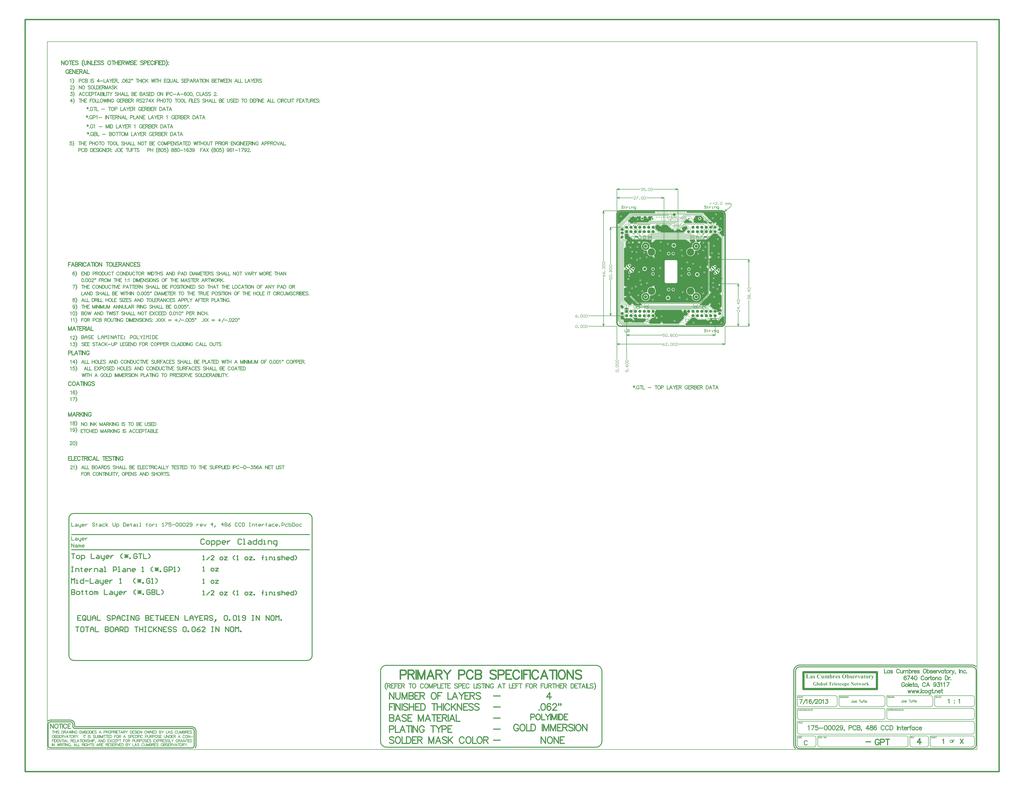
<source format=gtl>
G04 Layer_Physical_Order=1*
G04 Layer_Color=255*
%FSLAX23Y23*%
%MOIN*%
G70*
G01*
G75*
%ADD10C,0.040*%
%ADD11C,0.008*%
%ADD12C,0.007*%
%ADD13C,0.012*%
%ADD14C,0.020*%
%ADD15C,0.012*%
%ADD16C,0.030*%
%ADD17C,0.019*%
%ADD18C,0.010*%
%ADD19C,0.024*%
%ADD20C,0.050*%
%ADD21C,0.006*%
%ADD22C,0.013*%
%ADD23C,0.012*%
%ADD24C,0.016*%
%ADD25C,0.024*%
%ADD26C,0.032*%
%ADD27C,0.018*%
%ADD28C,0.002*%
%ADD29C,0.004*%
%ADD30R,0.068X0.025*%
%ADD31R,0.025X0.068*%
%ADD32C,0.035*%
%ADD33C,0.039*%
%ADD34C,0.055*%
%ADD35C,0.070*%
%ADD36P,0.057X4X202.5*%
%ADD37C,0.040*%
%ADD38R,0.070X0.070*%
%ADD39C,0.066*%
%ADD40C,0.071*%
%ADD41C,0.169*%
%ADD42C,0.047*%
%ADD43C,0.048*%
%ADD44C,0.020*%
%ADD45C,0.018*%
G36*
X804Y2459D02*
X798Y2458D01*
X791Y2455D01*
X785Y2450D01*
X780Y2444D01*
X777Y2437D01*
X776Y2429D01*
X777Y2421D01*
X779Y2416D01*
X776Y2406D01*
X768Y2391D01*
X741D01*
X736Y2390D01*
X734Y2389D01*
X731Y2387D01*
X731Y2387D01*
X695Y2351D01*
X303D01*
X303Y2351D01*
X301Y2351D01*
X292Y2349D01*
X269Y2355D01*
Y2355D01*
X269D01*
X258Y2362D01*
X252Y2391D01*
X345Y2484D01*
X376D01*
X387Y2481D01*
X404Y2463D01*
X404D01*
X404Y2463D01*
X405Y2463D01*
X405D01*
X408Y2461D01*
X411Y2458D01*
X411Y2458D01*
X412Y2458D01*
X413Y2458D01*
X413Y2458D01*
X413Y2458D01*
X414Y2458D01*
Y2477D01*
X424D01*
Y2458D01*
X425Y2458D01*
X425Y2458D01*
X425Y2458D01*
X426Y2458D01*
X427Y2458D01*
X427Y2458D01*
X429Y2459D01*
X433Y2463D01*
X433D01*
X434Y2463D01*
X434Y2463D01*
X451Y2481D01*
X462Y2484D01*
X540D01*
X547Y2459D01*
X546Y2458D01*
X541Y2451D01*
X537Y2442D01*
X536Y2433D01*
X537Y2424D01*
X541Y2416D01*
X546Y2408D01*
X553Y2403D01*
X562Y2399D01*
X571Y2398D01*
X580Y2399D01*
X588Y2403D01*
X596Y2408D01*
X601Y2416D01*
X605Y2424D01*
X606Y2433D01*
X605Y2442D01*
X601Y2451D01*
X596Y2458D01*
X594Y2459D01*
X601Y2484D01*
X661D01*
X664Y2480D01*
X671Y2458D01*
X671Y2458D01*
X670Y2456D01*
X670Y2456D01*
X669Y2453D01*
X708D01*
X708Y2456D01*
X706Y2459D01*
X710Y2473D01*
X716Y2484D01*
X802D01*
X804Y2459D01*
D02*
G37*
G36*
X2225Y2091D02*
X2232Y2092D01*
X2233Y2093D01*
X2250Y2095D01*
X2261Y2091D01*
X2365Y1986D01*
Y771D01*
X2358Y765D01*
X2343Y756D01*
Y735D01*
Y714D01*
X2358Y705D01*
X2365Y699D01*
Y441D01*
X2350Y431D01*
X2341Y428D01*
Y408D01*
Y388D01*
X2350Y385D01*
X2365Y375D01*
Y342D01*
X2357Y335D01*
X2340Y328D01*
X2335Y330D01*
X2323Y332D01*
X2311Y330D01*
X2300Y326D01*
X2290Y319D01*
X2287Y314D01*
X2264Y324D01*
X2265Y331D01*
X2220D01*
Y336D01*
X2215D01*
Y381D01*
X2209Y380D01*
X2209Y380D01*
X2189Y380D01*
X2180Y384D01*
X2180Y384D01*
X2101Y463D01*
X2103Y475D01*
X2108Y483D01*
D01*
X2108Y483D01*
Y483D01*
X2108Y483D01*
X2115Y489D01*
X2121Y494D01*
X2125Y500D01*
X2125Y500D01*
X2125Y503D01*
X2085D01*
X2081Y486D01*
X2060Y476D01*
X1874D01*
X1869Y484D01*
X1872Y493D01*
X1877Y503D01*
X1881Y504D01*
X1886Y507D01*
X2015Y637D01*
X2020Y638D01*
X2026Y642D01*
X2031Y649D01*
X2032Y653D01*
X2085Y706D01*
X2088Y711D01*
X2089Y718D01*
Y726D01*
X2096Y732D01*
X2111Y741D01*
Y763D01*
Y785D01*
X2096Y793D01*
X2089Y799D01*
Y1246D01*
X2090Y1247D01*
X2114Y1252D01*
X2115Y1252D01*
X2121Y1247D01*
X2129Y1244D01*
X2136Y1243D01*
X2144Y1244D01*
X2152Y1247D01*
X2158Y1252D01*
X2163Y1258D01*
X2165Y1263D01*
X2175Y1268D01*
X2191Y1272D01*
X2216Y1248D01*
X2212Y1232D01*
X2207Y1221D01*
X2202Y1219D01*
X2196Y1214D01*
X2191Y1208D01*
X2188Y1201D01*
X2187Y1193D01*
X2188Y1185D01*
X2191Y1178D01*
X2196Y1172D01*
X2202Y1167D01*
X2209Y1164D01*
X2217Y1163D01*
X2225Y1164D01*
X2232Y1167D01*
X2238Y1172D01*
X2240Y1174D01*
X2248Y1181D01*
X2255Y1184D01*
X2262Y1186D01*
X2272Y1187D01*
X2275Y1187D01*
X2283Y1188D01*
X2290Y1191D01*
X2296Y1196D01*
X2301Y1202D01*
X2304Y1209D01*
X2305Y1212D01*
X2313Y1235D01*
X2313D01*
X2313Y1235D01*
X2336Y1290D01*
X2281Y1313D01*
X2268Y1282D01*
X2243Y1277D01*
X2223Y1297D01*
X2224Y1307D01*
X2231Y1325D01*
X2232Y1326D01*
X2238Y1331D01*
X2243Y1337D01*
X2246Y1344D01*
X2247Y1352D01*
X2246Y1360D01*
X2243Y1367D01*
X2238Y1373D01*
X2232Y1378D01*
X2225Y1381D01*
X2217Y1382D01*
X2209Y1381D01*
X2202Y1378D01*
X2196Y1373D01*
X2195Y1372D01*
X2188Y1366D01*
X2179Y1362D01*
X2172Y1359D01*
X2162Y1359D01*
X2161Y1359D01*
X2153Y1358D01*
X2146Y1355D01*
X2140Y1350D01*
X2135Y1344D01*
X2132Y1337D01*
X2131Y1329D01*
X2131Y1328D01*
X2130Y1317D01*
X2126Y1307D01*
X2123Y1302D01*
X2117Y1296D01*
X2115Y1294D01*
X2114Y1294D01*
X2090Y1299D01*
X2089Y1300D01*
Y1530D01*
X2111Y1542D01*
X2114Y1543D01*
X2115Y1543D01*
Y1562D01*
Y1581D01*
X2114Y1581D01*
X2111Y1582D01*
X2089Y1594D01*
Y1853D01*
X2091Y1877D01*
X2091Y1877D01*
Y1877D01*
X2092Y1879D01*
X2092Y1879D01*
X2093Y1883D01*
X2093Y1885D01*
X2093Y1887D01*
X2093Y1887D01*
X2093Y1891D01*
X2092Y1892D01*
X2092Y1895D01*
X2092Y1895D01*
X2089Y1898D01*
X2089Y1899D01*
X2089D01*
X2087Y1901D01*
X2087Y1901D01*
X2086Y1903D01*
Y1903D01*
X2085Y1903D01*
X2085D01*
X2083Y1904D01*
X2083Y1905D01*
D01*
X2081Y1906D01*
X2081D01*
X2079Y1906D01*
X2077Y1907D01*
X2073Y1907D01*
X2071Y1907D01*
X2069Y1907D01*
X2068Y1906D01*
X2065Y1906D01*
Y1906D01*
X2063Y1905D01*
D01*
X2063Y1904D01*
X2061Y1903D01*
X2061D01*
X2061Y1903D01*
Y1903D01*
X2059Y1901D01*
X2059Y1901D01*
X2057Y1899D01*
X2057D01*
X2057Y1898D01*
X2054Y1895D01*
X2054Y1895D01*
X2054Y1892D01*
X2053Y1891D01*
X2053Y1887D01*
X2053Y1887D01*
D01*
X2053Y1885D01*
X2053Y1883D01*
X2054Y1879D01*
X2054Y1879D01*
X2055Y1877D01*
Y1877D01*
X2055Y1877D01*
X2057Y1853D01*
Y1387D01*
X2053Y1382D01*
X2040Y1371D01*
Y1347D01*
Y1323D01*
X2053Y1312D01*
X2057Y1307D01*
Y724D01*
X2009Y676D01*
X2004Y676D01*
X1998Y671D01*
X1993Y665D01*
X1992Y660D01*
X1868Y535D01*
X473D01*
X336Y672D01*
X335Y677D01*
X330Y683D01*
X324Y688D01*
X316Y689D01*
X308Y688D01*
X302Y683D01*
X297Y677D01*
X296Y669D01*
X297Y661D01*
X302Y655D01*
X308Y650D01*
X313Y649D01*
X454Y507D01*
X460Y504D01*
X466Y503D01*
X559D01*
X565Y497D01*
X569Y488D01*
X563Y476D01*
X380D01*
X378Y478D01*
X368Y500D01*
X368Y501D01*
X368Y503D01*
X330D01*
X330Y501D01*
X330Y500D01*
X320Y478D01*
X318Y476D01*
X278D01*
X162Y592D01*
Y656D01*
X169Y657D01*
X192Y652D01*
X192Y652D01*
X195Y650D01*
X198Y648D01*
X201Y648D01*
Y667D01*
Y686D01*
X198Y686D01*
X196Y684D01*
X194Y683D01*
X194Y683D01*
X171Y677D01*
X162Y678D01*
Y864D01*
X167Y867D01*
X191Y874D01*
X191Y873D01*
X191Y873D01*
X191D01*
Y873D01*
D01*
X197Y869D01*
X200Y869D01*
Y888D01*
Y907D01*
X197Y907D01*
X191Y903D01*
X191Y903D01*
D01*
X191Y903D01*
X191Y902D01*
X167Y909D01*
X162Y912D01*
Y1273D01*
X164Y1274D01*
X187Y1280D01*
X188Y1279D01*
X194Y1274D01*
X202Y1271D01*
X209Y1270D01*
X217Y1271D01*
X225Y1274D01*
X231Y1279D01*
X236Y1285D01*
X237Y1289D01*
X250Y1294D01*
X264Y1297D01*
X286Y1275D01*
X284Y1261D01*
X278Y1248D01*
X275Y1246D01*
X269Y1241D01*
X264Y1235D01*
X261Y1228D01*
X260Y1220D01*
X261Y1212D01*
X264Y1205D01*
X269Y1199D01*
X275Y1194D01*
X282Y1191D01*
X290Y1190D01*
X298Y1191D01*
X305Y1194D01*
X311Y1199D01*
X313Y1201D01*
X321Y1208D01*
X328Y1211D01*
X335Y1213D01*
X345Y1214D01*
X348Y1214D01*
X356Y1215D01*
X363Y1218D01*
X369Y1223D01*
X374Y1229D01*
X377Y1236D01*
X378Y1239D01*
X386Y1262D01*
X386D01*
X386Y1262D01*
X409Y1317D01*
X354Y1340D01*
X340Y1308D01*
X316Y1303D01*
X295Y1324D01*
X296Y1336D01*
X302Y1352D01*
X305Y1353D01*
X311Y1358D01*
X316Y1364D01*
X319Y1371D01*
X320Y1379D01*
X319Y1387D01*
X316Y1394D01*
X311Y1400D01*
X305Y1405D01*
X298Y1408D01*
X290Y1409D01*
X282Y1408D01*
X275Y1405D01*
X269Y1400D01*
X268Y1399D01*
X261Y1393D01*
X252Y1389D01*
X245Y1386D01*
X235Y1386D01*
X234Y1386D01*
X226Y1385D01*
X219Y1382D01*
X213Y1377D01*
X208Y1371D01*
X205Y1364D01*
X204Y1356D01*
X204Y1355D01*
X203Y1344D01*
X199Y1334D01*
X196Y1329D01*
X190Y1323D01*
X188Y1321D01*
X187Y1320D01*
X164Y1326D01*
X162Y1327D01*
Y1765D01*
X168Y1770D01*
X187Y1782D01*
X188Y1782D01*
X188Y1782D01*
X194Y1783D01*
X196Y1783D01*
X196Y1783D01*
X202Y1788D01*
X207Y1794D01*
X207Y1794D01*
X207Y1796D01*
X207Y1796D01*
X208Y1802D01*
X208Y1802D01*
X208Y1804D01*
X207Y1810D01*
Y1810D01*
X202Y1816D01*
Y1816D01*
X202Y1817D01*
D01*
X196Y1821D01*
X194Y1835D01*
X199Y1848D01*
X205Y1853D01*
X210Y1859D01*
X210Y1862D01*
X191D01*
Y1872D01*
X210D01*
X210Y1875D01*
X205Y1881D01*
X204Y1882D01*
X198Y1903D01*
X198Y1907D01*
X211Y1924D01*
X213Y1926D01*
X218Y1927D01*
X220Y1927D01*
X220Y1927D01*
X226Y1932D01*
X228Y1935D01*
X230Y1938D01*
X230Y1938D01*
X231Y1938D01*
X231Y1938D01*
Y1938D01*
Y1938D01*
X232Y1942D01*
X232Y1946D01*
D01*
X232Y1946D01*
X231Y1954D01*
Y1954D01*
X230Y1956D01*
X230Y1956D01*
X229Y1956D01*
Y1956D01*
X228Y1959D01*
Y1959D01*
X227Y1959D01*
Y1959D01*
X226Y1961D01*
X226Y1961D01*
X226Y1961D01*
X226D01*
X224Y1962D01*
D01*
X221Y1964D01*
X220Y1965D01*
X220Y1965D01*
X218Y1965D01*
X216Y1966D01*
X212Y1966D01*
X201Y1966D01*
X201Y1966D01*
X193Y1970D01*
X192Y1971D01*
X185Y1978D01*
X177Y2002D01*
X177Y2002D01*
X179Y2005D01*
X180Y2006D01*
X181Y2012D01*
X181Y2012D01*
Y2091D01*
X215D01*
Y2136D01*
X225D01*
Y2091D01*
X257D01*
Y2060D01*
X257Y2060D01*
X259Y2055D01*
X262Y2050D01*
X352Y1960D01*
X357Y1957D01*
X362Y1956D01*
X362Y1956D01*
X776D01*
X777Y1954D01*
X781Y1931D01*
X780Y1931D01*
X779Y1929D01*
Y1929D01*
X777Y1926D01*
X774Y1923D01*
Y1923D01*
X773Y1919D01*
X773Y1915D01*
Y1915D01*
X773Y1911D01*
X774Y1907D01*
X774Y1907D01*
X775Y1905D01*
X775Y1905D01*
X775Y1905D01*
Y1905D01*
X779Y1901D01*
X785Y1896D01*
X785Y1896D01*
X793Y1895D01*
X793Y1895D01*
X794Y1895D01*
X801Y1896D01*
X802Y1897D01*
X805Y1899D01*
X811Y1903D01*
X813Y1904D01*
X816Y1905D01*
X824Y1909D01*
X828Y1911D01*
Y1934D01*
X833D01*
Y1939D01*
X857D01*
X868Y1953D01*
X873Y1956D01*
X1561D01*
X1566Y1953D01*
X1577Y1939D01*
X1601D01*
Y1934D01*
X1606D01*
Y1915D01*
X1609Y1915D01*
X1609D01*
X1614Y1916D01*
X1614Y1916D01*
X1622Y1917D01*
X1628Y1914D01*
X1637Y1895D01*
X1637Y1894D01*
Y1894D01*
Y1894D01*
X1638Y1893D01*
X1638Y1893D01*
X1638Y1893D01*
X1642Y1888D01*
X1648Y1883D01*
X1648Y1883D01*
X1656Y1882D01*
X1656Y1882D01*
X1657Y1882D01*
X1664Y1883D01*
X1664Y1883D01*
X1666Y1884D01*
X1666D01*
X1670Y1888D01*
X1675Y1894D01*
X1676Y1902D01*
X1675Y1909D01*
X1675Y1910D01*
X1675Y1910D01*
X1670Y1916D01*
X1664Y1921D01*
X1658Y1922D01*
X1656Y1922D01*
X1656Y1922D01*
X1656Y1922D01*
X1636Y1933D01*
X1655Y1956D01*
X1757D01*
X1768Y1938D01*
X1768Y1930D01*
D01*
X1769Y1929D01*
X1769D01*
X1769Y1929D01*
X1769Y1929D01*
X1768Y1928D01*
X1767Y1927D01*
Y1927D01*
Y1927D01*
X1762Y1921D01*
X1762Y1921D01*
X1762Y1918D01*
X1781D01*
Y1908D01*
X1762D01*
X1762Y1906D01*
X1762Y1905D01*
X1762Y1905D01*
X1742Y1891D01*
X1737Y1888D01*
X1722Y1876D01*
X1710Y1861D01*
X1701Y1844D01*
X1696Y1826D01*
X1694Y1807D01*
X1695Y1795D01*
X1690Y1785D01*
X1686Y1781D01*
X1674Y1773D01*
X1663Y1774D01*
X1645Y1772D01*
X1627Y1767D01*
X1611Y1758D01*
X1596Y1746D01*
X1584Y1732D01*
X1576Y1716D01*
X1570Y1698D01*
X1568Y1679D01*
X1570Y1661D01*
X1576Y1643D01*
X1584Y1626D01*
X1596Y1612D01*
X1611Y1600D01*
X1627Y1591D01*
X1645Y1586D01*
X1663Y1584D01*
X1682Y1586D01*
X1700Y1591D01*
X1716Y1600D01*
X1731Y1612D01*
X1742Y1626D01*
X1751Y1643D01*
X1757Y1661D01*
X1758Y1679D01*
X1757Y1690D01*
X1765Y1701D01*
X1770Y1705D01*
X1779Y1711D01*
X1791Y1710D01*
X1810Y1711D01*
X1829Y1717D01*
X1845Y1726D01*
X1860Y1738D01*
X1872Y1753D01*
X1881Y1770D01*
X1887Y1788D01*
X1889Y1807D01*
X1887Y1826D01*
X1881Y1844D01*
X1872Y1861D01*
X1868Y1867D01*
X1874Y1881D01*
X1881Y1891D01*
X1884Y1891D01*
X1884D01*
X1886Y1892D01*
X1886Y1892D01*
X1890Y1895D01*
D01*
X1892Y1896D01*
Y1896D01*
X1897Y1903D01*
X1897Y1906D01*
X1854D01*
X1841Y1894D01*
X1838Y1892D01*
X1829Y1897D01*
X1810Y1903D01*
X1805Y1909D01*
X1801Y1916D01*
X1800Y1921D01*
X1800Y1921D01*
X1795Y1927D01*
Y1927D01*
Y1927D01*
X1794Y1928D01*
X1793Y1929D01*
X1793Y1929D01*
X1793Y1929D01*
X1793D01*
X1794Y1930D01*
D01*
X1794Y1938D01*
X1805Y1956D01*
X2027D01*
X2027Y1956D01*
X2032Y1957D01*
X2037Y1960D01*
X2167Y2090D01*
X2184Y2101D01*
X2198Y2097D01*
X2209Y2092D01*
X2215Y2091D01*
Y2136D01*
X2225D01*
Y2091D01*
D02*
G37*
G36*
X131Y2141D02*
X153Y2126D01*
Y2093D01*
X145Y2087D01*
X128Y2082D01*
X126Y2083D01*
X123Y2083D01*
Y2064D01*
Y2045D01*
X123Y2045D01*
X147Y2031D01*
X148Y2013D01*
X108Y1973D01*
X85Y1983D01*
Y2034D01*
X88Y2037D01*
X110Y2045D01*
X113Y2045D01*
Y2064D01*
Y2083D01*
X110Y2083D01*
X88Y2091D01*
X85Y2094D01*
Y2124D01*
X101Y2138D01*
X110Y2141D01*
X118Y2140D01*
X128Y2142D01*
X131Y2141D01*
D02*
G37*
G36*
X207Y422D02*
X213Y417D01*
X221Y416D01*
X229Y417D01*
X231Y418D01*
X248Y413D01*
X256Y407D01*
Y381D01*
X225D01*
Y336D01*
X215D01*
Y381D01*
X181D01*
Y415D01*
X206Y422D01*
X207Y422D01*
D02*
G37*
G36*
X153Y444D02*
Y414D01*
X142Y407D01*
X128Y403D01*
X125Y405D01*
X122Y405D01*
Y386D01*
X112D01*
Y405D01*
X110Y405D01*
X109Y405D01*
X86Y416D01*
X85Y417D01*
Y479D01*
X108Y488D01*
X153Y444D01*
D02*
G37*
G36*
X1574Y351D02*
X1576Y345D01*
X1575Y336D01*
X1577Y324D01*
X1581Y314D01*
X1588Y304D01*
X1598Y297D01*
X1598Y297D01*
X1602Y270D01*
X1569Y237D01*
X1564Y237D01*
X1539Y237D01*
X1539Y237D01*
X1537Y238D01*
X1537Y238D01*
X1533Y239D01*
X1529Y239D01*
D01*
X1525Y239D01*
X1522Y238D01*
X1521Y238D01*
X1519Y236D01*
X1517Y235D01*
X1516Y234D01*
X1515Y233D01*
X1515D01*
X1514Y232D01*
X1513Y231D01*
X1512Y229D01*
X1510Y227D01*
X1510Y226D01*
X1509Y223D01*
X1509Y219D01*
D01*
X1509Y215D01*
X1510Y211D01*
X1510Y211D01*
X1511Y209D01*
X1511Y209D01*
X1511Y184D01*
X1511Y179D01*
X1388Y56D01*
X1042D01*
X1041Y57D01*
X1030Y80D01*
X1030Y81D01*
X1030Y83D01*
X992D01*
X992Y81D01*
X992Y80D01*
X981Y57D01*
X980Y56D01*
X746D01*
X740Y64D01*
X732Y79D01*
X711D01*
Y89D01*
X730D01*
X729Y92D01*
X725Y98D01*
X728Y125D01*
X781Y178D01*
X781Y178D01*
X781Y178D01*
X786Y183D01*
X806Y192D01*
X806Y192D01*
X810Y192D01*
X820Y191D01*
X832Y192D01*
X843Y197D01*
X853Y204D01*
X860Y214D01*
X864Y224D01*
X866Y236D01*
X864Y248D01*
X860Y259D01*
X853Y268D01*
X848Y272D01*
X846Y284D01*
Y288D01*
X848Y301D01*
X853Y304D01*
X860Y314D01*
X864Y324D01*
X866Y336D01*
X865Y345D01*
X867Y351D01*
X882Y370D01*
X1462D01*
X1464Y365D01*
X1470Y343D01*
X1470Y343D01*
X1469Y341D01*
X1469Y341D01*
X1469Y338D01*
X1507D01*
X1507Y341D01*
X1507Y341D01*
X1506Y343D01*
X1506Y343D01*
X1512Y365D01*
X1514Y370D01*
X1559D01*
X1574Y351D01*
D02*
G37*
G36*
X2421Y219D02*
Y67D01*
X2419D01*
X2415Y53D01*
X2407Y41D01*
X2393Y29D01*
X2381Y23D01*
X2365Y20D01*
X1557Y20D01*
X1548Y43D01*
X1700Y196D01*
X1709Y192D01*
X1720Y191D01*
X1732Y192D01*
X1736Y194D01*
X1744Y197D01*
X1760Y198D01*
X1771Y188D01*
X1806Y153D01*
X1806Y153D01*
X1811Y150D01*
X1816Y149D01*
X1816Y149D01*
X2013D01*
X2029Y144D01*
X2040Y130D01*
X2041Y128D01*
X2041D01*
X2043Y127D01*
D01*
Y127D01*
X2043Y127D01*
X2044Y126D01*
X2045Y125D01*
X2047Y124D01*
X2047Y123D01*
D01*
X2049Y122D01*
X2049D01*
X2052Y122D01*
Y141D01*
X2062D01*
Y122D01*
X2065Y122D01*
X2065Y122D01*
X2067Y123D01*
X2067D01*
X2067Y124D01*
X2069Y125D01*
X2070Y125D01*
X2071Y127D01*
X2071Y127D01*
X2071Y127D01*
X2073Y128D01*
X2073D01*
X2074Y130D01*
X2085Y144D01*
X2101Y149D01*
X2251D01*
X2275Y140D01*
X2276Y134D01*
Y134D01*
X2276Y132D01*
X2276Y132D01*
X2281Y126D01*
X2287Y121D01*
X2290Y121D01*
Y140D01*
X2295D01*
Y145D01*
X2317D01*
X2319Y153D01*
X2337Y171D01*
X2396Y229D01*
X2421Y219D01*
D02*
G37*
G36*
X2375Y2589D02*
X2385Y2586D01*
X2394Y2581D01*
X2397Y2579D01*
X2403Y2574D01*
X2409Y2567D01*
X2418Y2550D01*
X2421Y2534D01*
Y2037D01*
X2396Y2026D01*
X2313Y2109D01*
X2313Y2110D01*
X2313Y2110D01*
X2312Y2118D01*
X2319Y2132D01*
X2325Y2141D01*
X2335Y2142D01*
X2346Y2147D01*
X2355Y2154D01*
X2363Y2163D01*
X2367Y2174D01*
X2369Y2186D01*
X2367Y2198D01*
X2363Y2209D01*
X2355Y2219D01*
X2346Y2226D01*
X2335Y2230D01*
X2323Y2232D01*
X2311Y2230D01*
X2310Y2230D01*
X2301Y2235D01*
X2301Y2236D01*
X2293Y2253D01*
X2291Y2264D01*
X2291Y2267D01*
X2291Y2267D01*
X2291Y2267D01*
X2290Y2275D01*
Y2275D01*
X2290Y2275D01*
X2289Y2276D01*
X2289Y2276D01*
X2289Y2277D01*
X2289Y2277D01*
X2289Y2277D01*
X2289Y2277D01*
X2289Y2277D01*
D01*
X2289Y2277D01*
X2286Y2281D01*
X2285Y2281D01*
X2285Y2281D01*
X2279Y2286D01*
X2279Y2286D01*
X2279Y2286D01*
X2277Y2286D01*
X2273Y2287D01*
X2273Y2287D01*
X2271Y2287D01*
X2271Y2287D01*
X2271Y2287D01*
X2271Y2287D01*
X2271D01*
X2270Y2287D01*
X2270D01*
X2269Y2287D01*
X2263Y2286D01*
X2263Y2286D01*
X2261Y2285D01*
D01*
X2257Y2281D01*
X2256Y2281D01*
X2249Y2280D01*
X2238Y2291D01*
X2241Y2312D01*
X2242Y2313D01*
D01*
X2244Y2314D01*
Y2314D01*
X2248Y2321D01*
X2249Y2326D01*
X2250Y2329D01*
X2250Y2329D01*
X2249Y2331D01*
X2249Y2331D01*
X2248Y2336D01*
X2248Y2336D01*
X2247Y2338D01*
Y2338D01*
X2244Y2343D01*
X2237Y2347D01*
X2237Y2347D01*
X2235Y2348D01*
X2230Y2349D01*
X2222Y2347D01*
X2215Y2343D01*
X2211Y2336D01*
X2210Y2332D01*
X2199Y2325D01*
X2185Y2321D01*
X1947Y2560D01*
X1942Y2563D01*
X1937Y2564D01*
X1937Y2564D01*
X1569D01*
X1569Y2565D01*
X1585Y2590D01*
X2360Y2590D01*
X2375Y2589D01*
D02*
G37*
G36*
X80Y2590D02*
X855Y2590D01*
X869Y2571D01*
X861Y2558D01*
X295D01*
X295Y2558D01*
X290Y2557D01*
X285Y2554D01*
X285Y2554D01*
X43Y2312D01*
X20Y2322D01*
Y2531D01*
X22Y2547D01*
X28Y2561D01*
X32Y2567D01*
X37Y2572D01*
X44Y2579D01*
X56Y2586D01*
X66Y2589D01*
X74Y2590D01*
X80Y2590D01*
D02*
G37*
G36*
X1600Y2418D02*
X1601Y2415D01*
X1605Y2409D01*
X1611Y2405D01*
X1618Y2402D01*
X1620Y2402D01*
X1632Y2396D01*
X1648Y2378D01*
Y2378D01*
X1648Y2377D01*
X1650Y2376D01*
X1650D01*
X1653Y2374D01*
X1656Y2371D01*
X1656D01*
X1659Y2371D01*
Y2390D01*
X1669D01*
Y2371D01*
X1672Y2371D01*
X1672Y2371D01*
X1672Y2371D01*
X1673Y2371D01*
X1682Y2370D01*
X1692Y2366D01*
X1699Y2362D01*
X1702Y2351D01*
X1701Y2351D01*
X1700Y2343D01*
X1676Y2335D01*
X1525D01*
X1525Y2335D01*
X1521Y2334D01*
X1519Y2335D01*
X1510Y2359D01*
X1573Y2422D01*
X1584Y2422D01*
X1600Y2418D01*
D02*
G37*
G36*
X1959Y2439D02*
X1960Y2436D01*
X1959Y2430D01*
X1955Y2407D01*
X1955Y2407D01*
X1954Y2405D01*
X1954Y2405D01*
X1954Y2402D01*
X1973D01*
Y2397D01*
X1978D01*
Y2378D01*
X1981Y2378D01*
X1981D01*
X1981Y2379D01*
D01*
X1987Y2383D01*
X2012Y2384D01*
X2015Y2383D01*
X2039Y2359D01*
X2038Y2357D01*
X2028Y2335D01*
X1764D01*
X1740Y2343D01*
X1739Y2351D01*
X1734Y2357D01*
Y2357D01*
X1734Y2358D01*
Y2408D01*
X1734Y2408D01*
X1733Y2413D01*
X1730Y2418D01*
X1739Y2435D01*
X1743Y2437D01*
Y2460D01*
X1748D01*
Y2465D01*
X1767D01*
X1767Y2468D01*
Y2468D01*
X1767Y2468D01*
X1766Y2470D01*
X1766Y2470D01*
X1772Y2492D01*
X1774Y2497D01*
X1901D01*
X1959Y2439D01*
D02*
G37*
G36*
X1290Y2552D02*
X1293Y2552D01*
X1316D01*
X1316Y2552D01*
X1324Y2551D01*
X1329Y2526D01*
Y2518D01*
X1328Y2515D01*
X1313Y2497D01*
X1313Y2497D01*
X1287D01*
X1284Y2497D01*
X1278Y2498D01*
X1270Y2501D01*
X1267Y2503D01*
X1259Y2510D01*
X1259Y2535D01*
X1267Y2542D01*
X1278Y2550D01*
X1280Y2550D01*
Y2571D01*
X1290D01*
Y2552D01*
D02*
G37*
G36*
X131Y241D02*
X153Y226D01*
Y208D01*
X153Y208D01*
X154Y203D01*
X157Y198D01*
X184Y171D01*
X184Y171D01*
X189Y168D01*
X194Y167D01*
X194Y167D01*
X328D01*
X350Y161D01*
X355Y156D01*
X355Y156D01*
X355Y156D01*
X355Y156D01*
X355Y155D01*
X356Y154D01*
X357Y151D01*
X357Y151D01*
X359Y147D01*
X359Y147D01*
X360Y145D01*
X360Y145D01*
X360Y144D01*
X360Y144D01*
Y144D01*
X360Y144D01*
X360Y144D01*
X360Y143D01*
X360Y142D01*
X398D01*
X398Y145D01*
X393Y151D01*
X387Y156D01*
X382Y178D01*
X382Y181D01*
X389Y194D01*
X391Y195D01*
X407Y193D01*
X409Y192D01*
X420Y191D01*
X432Y192D01*
X441Y196D01*
X463Y174D01*
X463Y174D01*
X467Y171D01*
X473Y170D01*
X473Y170D01*
X643D01*
X645Y167D01*
X657Y148D01*
X598Y89D01*
X341D01*
X317Y98D01*
X316Y104D01*
Y104D01*
X316Y106D01*
X316Y106D01*
X311Y112D01*
X307Y116D01*
X307D01*
X305Y117D01*
X305Y117D01*
X299Y118D01*
X299Y118D01*
X297Y118D01*
D01*
X295Y118D01*
X295Y118D01*
X289Y117D01*
X283Y112D01*
X283D01*
X281Y110D01*
D01*
X278Y106D01*
X278Y106D01*
X278Y104D01*
X278Y104D01*
X277Y98D01*
X253Y89D01*
X168D01*
X160Y97D01*
X154Y123D01*
X158Y129D01*
X159Y132D01*
X139D01*
Y137D01*
X134D01*
Y156D01*
X132Y156D01*
X125Y151D01*
X100Y158D01*
X85Y172D01*
Y224D01*
X101Y238D01*
X110Y241D01*
X118Y240D01*
X128Y242D01*
X131Y241D01*
D02*
G37*
G36*
X1144Y2285D02*
X1145Y2279D01*
X1145Y2277D01*
X1145Y2277D01*
X1150Y2271D01*
X1156Y2266D01*
X1164Y2265D01*
X1164Y2265D01*
X1167Y2252D01*
X1167Y2252D01*
X1167Y2252D01*
X1172Y2246D01*
X1178Y2241D01*
X1186Y2240D01*
X1186Y2240D01*
X1186Y2240D01*
X1232Y2194D01*
X1232Y2194D01*
X1235Y2192D01*
X1237Y2191D01*
X1242Y2190D01*
X1242Y2190D01*
X1273D01*
X1278Y2186D01*
X1279Y2184D01*
X1292Y2165D01*
X1292Y2165D01*
X1292Y2165D01*
X1293Y2161D01*
X1293Y2159D01*
X1293Y2159D01*
X1297Y2153D01*
X1297Y2153D01*
X1298Y2153D01*
X1298Y2153D01*
X1298Y2153D01*
X1303Y2149D01*
D01*
X1304Y2148D01*
X1304Y2148D01*
X1307Y2148D01*
Y2167D01*
X1317D01*
Y2148D01*
X1320Y2148D01*
X1320D01*
X1320Y2148D01*
X1321Y2149D01*
D01*
X1326Y2153D01*
X1326Y2153D01*
X1326Y2153D01*
X1327Y2153D01*
X1327Y2153D01*
X1331Y2159D01*
X1331Y2159D01*
X1331Y2161D01*
X1332Y2165D01*
X1332Y2165D01*
D01*
X1345Y2184D01*
X1346Y2186D01*
X1351Y2190D01*
X1426D01*
X1427Y2189D01*
X1442Y2175D01*
X1447Y2168D01*
X1447Y2164D01*
X1452Y2158D01*
X1458Y2153D01*
X1461Y2153D01*
Y2172D01*
X1466D01*
Y2177D01*
X1486D01*
X1485Y2180D01*
Y2180D01*
X1483Y2183D01*
X1481Y2186D01*
Y2186D01*
X1479Y2188D01*
X1479Y2188D01*
X1468Y2208D01*
X1466Y2216D01*
X1466Y2216D01*
X1501Y2251D01*
X1507Y2253D01*
X1530Y2256D01*
X1530Y2256D01*
X1530D01*
X1530Y2256D01*
X1530D01*
X1532Y2255D01*
X1532Y2255D01*
X1540Y2253D01*
X1540Y2253D01*
X1540Y2253D01*
X1540Y2253D01*
X1542Y2254D01*
X1542D01*
X1542Y2254D01*
X1548Y2255D01*
X1548Y2255D01*
X1554Y2259D01*
X1554Y2259D01*
X1578Y2257D01*
X1589Y2245D01*
X1593Y2219D01*
X1588Y2213D01*
X1588Y2213D01*
X1588Y2211D01*
X1587Y2205D01*
X1587Y2205D01*
X1500Y2118D01*
X998D01*
X993Y2124D01*
X991Y2127D01*
X990Y2132D01*
X990Y2132D01*
X990Y2134D01*
X990Y2134D01*
X990Y2134D01*
X987Y2138D01*
X987D01*
X985Y2140D01*
X985D01*
X981Y2144D01*
X981Y2144D01*
X981D01*
X981D01*
X981D01*
X981Y2144D01*
X981D01*
X979Y2145D01*
X979Y2145D01*
X971Y2146D01*
X971D01*
X971Y2146D01*
D01*
X969Y2146D01*
X963Y2145D01*
X963D01*
X957Y2141D01*
X957Y2141D01*
X933Y2144D01*
X933Y2144D01*
X861Y2216D01*
X864Y2224D01*
X866Y2236D01*
X864Y2248D01*
X861Y2256D01*
X899Y2295D01*
X928D01*
X950Y2288D01*
X950Y2288D01*
X952Y2281D01*
X956Y2274D01*
X962Y2270D01*
X962Y2270D01*
X966Y2269D01*
X970Y2269D01*
X970Y2268D01*
X970Y2267D01*
X970Y2267D01*
X975Y2261D01*
X980Y2257D01*
X980D01*
X981Y2256D01*
X981Y2256D01*
X984Y2256D01*
Y2275D01*
X994D01*
Y2256D01*
X997Y2256D01*
X1004Y2261D01*
X1004D01*
X1005Y2263D01*
D01*
X1008Y2267D01*
X1008Y2267D01*
X1009Y2269D01*
X1009Y2269D01*
X1010Y2275D01*
X1026Y2293D01*
X1029Y2295D01*
X1120D01*
X1144Y2285D01*
D02*
G37*
%LPC*%
G36*
X424Y917D02*
X421Y917D01*
X415Y912D01*
X410Y906D01*
X410Y903D01*
X424D01*
Y917D01*
D02*
G37*
G36*
X2184Y902D02*
Y888D01*
X2198D01*
X2198Y891D01*
X2193Y897D01*
X2187Y902D01*
X2184Y902D01*
D02*
G37*
G36*
X210Y907D02*
Y893D01*
X224D01*
X224Y896D01*
X221Y900D01*
D01*
X219Y902D01*
X219D01*
X213Y906D01*
X213D01*
X213Y907D01*
X213Y907D01*
X210Y907D01*
D02*
G37*
G36*
X701Y971D02*
X687D01*
Y957D01*
X690Y957D01*
X696Y962D01*
X701Y968D01*
X701Y971D01*
D02*
G37*
G36*
X677D02*
X663D01*
X663Y968D01*
X668Y962D01*
X674Y957D01*
X677Y957D01*
Y971D01*
D02*
G37*
G36*
X550Y967D02*
Y953D01*
X564D01*
X564Y956D01*
X559Y962D01*
X553Y967D01*
X550Y967D01*
D02*
G37*
G36*
X677Y995D02*
X674Y995D01*
X668Y990D01*
X663Y984D01*
X663Y981D01*
X677D01*
Y995D01*
D02*
G37*
G36*
X2187Y974D02*
X2173D01*
Y960D01*
X2176Y960D01*
X2182Y965D01*
X2187Y971D01*
X2187Y974D01*
D02*
G37*
G36*
X2163D02*
X2149D01*
X2149Y971D01*
X2154Y965D01*
X2160Y960D01*
X2163Y960D01*
Y974D01*
D02*
G37*
G36*
X540Y967D02*
X537Y967D01*
X531Y962D01*
X526Y956D01*
X526Y953D01*
X540D01*
Y967D01*
D02*
G37*
G36*
X2313Y955D02*
X2305Y954D01*
X2298Y949D01*
X2294Y943D01*
X2292Y935D01*
X2294Y927D01*
X2298Y921D01*
X2305Y916D01*
X2313Y915D01*
X2320Y916D01*
X2327Y921D01*
X2331Y927D01*
X2333Y935D01*
X2331Y943D01*
X2327Y949D01*
X2320Y954D01*
X2313Y955D01*
D02*
G37*
G36*
X838Y922D02*
Y908D01*
X852D01*
X852Y911D01*
Y911D01*
X849Y914D01*
X847Y917D01*
X847Y917D01*
X845Y919D01*
X845Y919D01*
X845D01*
X843Y920D01*
X841Y922D01*
X838Y922D01*
D02*
G37*
G36*
X434Y917D02*
Y903D01*
X448D01*
X448Y906D01*
X443Y912D01*
X437Y917D01*
X434Y917D01*
D02*
G37*
G36*
X564Y943D02*
X550D01*
Y929D01*
X553Y929D01*
X559Y934D01*
X564Y940D01*
X564Y943D01*
D02*
G37*
G36*
X540D02*
X526D01*
X526Y940D01*
X531Y934D01*
X537Y929D01*
X540Y929D01*
Y943D01*
D02*
G37*
G36*
X828Y922D02*
X825Y922D01*
X825D01*
X823Y921D01*
X823D01*
X818Y917D01*
X814Y911D01*
X814Y911D01*
X814Y911D01*
X808Y900D01*
X790Y890D01*
X782Y890D01*
X764Y889D01*
X746Y883D01*
X730Y874D01*
X715Y863D01*
X703Y848D01*
X695Y832D01*
X689Y814D01*
X687Y795D01*
X689Y781D01*
X679Y769D01*
X669Y761D01*
X650Y763D01*
X631Y761D01*
X612Y755D01*
X595Y746D01*
X581Y734D01*
X569Y720D01*
X560Y703D01*
X554Y684D01*
X552Y665D01*
X554Y646D01*
X560Y628D01*
X569Y611D01*
X581Y596D01*
X595Y584D01*
X612Y575D01*
X631Y570D01*
X650Y568D01*
X669Y570D01*
X687Y575D01*
X704Y584D01*
X719Y596D01*
X731Y611D01*
X740Y628D01*
X745Y646D01*
X747Y665D01*
X745Y681D01*
X754Y693D01*
X755Y694D01*
X766Y702D01*
X782Y700D01*
X801Y702D01*
X819Y707D01*
X835Y716D01*
X850Y728D01*
X861Y742D01*
X870Y759D01*
X876Y777D01*
X878Y795D01*
X876Y814D01*
X870Y832D01*
X861Y848D01*
X850Y863D01*
X849Y870D01*
X851Y894D01*
X851Y894D01*
X852Y895D01*
X852Y895D01*
X852Y898D01*
X833D01*
Y903D01*
X828D01*
Y922D01*
D02*
G37*
G36*
X336Y854D02*
X322D01*
X322Y851D01*
X327Y845D01*
X333Y840D01*
X336Y840D01*
Y854D01*
D02*
G37*
G36*
X2290Y838D02*
X2276D01*
Y824D01*
X2279Y824D01*
X2285Y829D01*
X2290Y835D01*
X2290Y838D01*
D02*
G37*
G36*
X2266D02*
X2252D01*
X2252Y835D01*
X2257Y829D01*
X2263Y824D01*
X2266Y824D01*
Y838D01*
D02*
G37*
G36*
X2276Y862D02*
Y848D01*
X2290D01*
X2290Y851D01*
X2285Y857D01*
X2279Y862D01*
X2276Y862D01*
D02*
G37*
G36*
X2266D02*
X2263Y862D01*
X2257Y857D01*
X2252Y851D01*
X2252Y848D01*
X2266D01*
Y862D01*
D02*
G37*
G36*
X360Y854D02*
X346D01*
Y840D01*
X349Y840D01*
X355Y845D01*
X360Y851D01*
X360Y854D01*
D02*
G37*
G36*
X1274Y868D02*
X1264Y866D01*
X1255Y863D01*
X1247Y857D01*
X1241Y849D01*
X1237Y840D01*
X1236Y830D01*
X1237Y820D01*
X1241Y811D01*
X1247Y803D01*
X1255Y797D01*
X1264Y793D01*
X1274Y792D01*
X1283Y793D01*
X1293Y797D01*
X1300Y803D01*
X1306Y811D01*
X1310Y820D01*
X1312Y830D01*
X1310Y840D01*
X1306Y849D01*
X1300Y857D01*
X1293Y863D01*
X1283Y866D01*
X1274Y868D01*
D02*
G37*
G36*
X1491Y792D02*
Y778D01*
X1505D01*
X1505Y781D01*
X1500Y787D01*
X1494Y792D01*
X1491Y792D01*
D02*
G37*
G36*
X1481D02*
X1478Y792D01*
X1472Y787D01*
X1467Y781D01*
X1467Y778D01*
X1481D01*
Y792D01*
D02*
G37*
G36*
X575Y813D02*
Y798D01*
X589D01*
X589Y801D01*
X584Y808D01*
X578Y812D01*
X575Y813D01*
D02*
G37*
G36*
X565D02*
X562Y812D01*
X556Y808D01*
X551Y801D01*
X551Y798D01*
X565D01*
Y813D01*
D02*
G37*
G36*
X1167Y868D02*
X1158Y866D01*
X1148Y863D01*
X1141Y857D01*
X1135Y849D01*
X1131Y840D01*
X1129Y830D01*
X1131Y820D01*
X1135Y811D01*
X1141Y803D01*
X1148Y797D01*
X1158Y793D01*
X1167Y792D01*
X1177Y793D01*
X1186Y797D01*
X1194Y803D01*
X1200Y811D01*
X1204Y820D01*
X1205Y830D01*
X1204Y840D01*
X1200Y849D01*
X1194Y857D01*
X1186Y863D01*
X1177Y866D01*
X1167Y868D01*
D02*
G37*
G36*
X448Y893D02*
X434D01*
Y879D01*
X437Y879D01*
X443Y884D01*
X448Y890D01*
X448Y893D01*
D02*
G37*
G36*
X424D02*
X410D01*
X410Y890D01*
X415Y884D01*
X421Y879D01*
X424Y879D01*
Y893D01*
D02*
G37*
G36*
X224Y883D02*
X210D01*
Y869D01*
X213Y869D01*
X213Y869D01*
X213Y870D01*
X213D01*
X219Y874D01*
X219D01*
X221Y876D01*
D01*
X224Y880D01*
X224Y883D01*
D02*
G37*
G36*
X2174Y902D02*
X2171Y902D01*
X2165Y897D01*
X2160Y891D01*
X2160Y888D01*
X2174D01*
Y902D01*
D02*
G37*
G36*
X1917Y894D02*
Y880D01*
X1931D01*
X1931Y883D01*
X1926Y889D01*
X1920Y894D01*
X1917Y894D01*
D02*
G37*
G36*
X1907D02*
X1904Y894D01*
X1898Y889D01*
X1893Y883D01*
X1893Y880D01*
X1907D01*
Y894D01*
D02*
G37*
G36*
X2174Y878D02*
X2160D01*
X2160Y875D01*
X2165Y869D01*
X2171Y864D01*
X2174Y864D01*
Y878D01*
D02*
G37*
G36*
X1931Y870D02*
X1917D01*
Y856D01*
X1920Y856D01*
X1926Y861D01*
X1931Y867D01*
X1931Y870D01*
D02*
G37*
G36*
X1907D02*
X1893D01*
X1893Y867D01*
X1898Y861D01*
X1904Y856D01*
X1907Y856D01*
Y870D01*
D02*
G37*
G36*
X346Y878D02*
Y864D01*
X360D01*
X360Y867D01*
X355Y873D01*
X349Y878D01*
X346Y878D01*
D02*
G37*
G36*
X336D02*
X333Y878D01*
X327Y873D01*
X322Y867D01*
X322Y864D01*
X336D01*
Y878D01*
D02*
G37*
G36*
X2198Y878D02*
X2184D01*
Y864D01*
X2187Y864D01*
X2193Y869D01*
X2198Y875D01*
X2198Y878D01*
D02*
G37*
G36*
X687Y995D02*
Y981D01*
X701D01*
X701Y984D01*
X696Y990D01*
X690Y995D01*
X687Y995D01*
D02*
G37*
G36*
X1627Y1221D02*
X1617Y1220D01*
X1608Y1216D01*
X1600Y1210D01*
X1594Y1202D01*
X1591Y1193D01*
X1589Y1183D01*
X1591Y1173D01*
X1594Y1164D01*
X1600Y1156D01*
X1608Y1150D01*
X1617Y1147D01*
X1627Y1145D01*
X1637Y1147D01*
X1646Y1150D01*
X1654Y1156D01*
X1660Y1164D01*
X1664Y1173D01*
X1665Y1183D01*
X1664Y1193D01*
X1660Y1202D01*
X1654Y1210D01*
X1646Y1216D01*
X1637Y1220D01*
X1627Y1221D01*
D02*
G37*
G36*
X814D02*
X804Y1220D01*
X795Y1216D01*
X787Y1210D01*
X781Y1202D01*
X777Y1193D01*
X776Y1183D01*
X777Y1173D01*
X781Y1164D01*
X787Y1156D01*
X795Y1150D01*
X804Y1147D01*
X814Y1145D01*
X824Y1147D01*
X833Y1150D01*
X841Y1156D01*
X847Y1164D01*
X850Y1173D01*
X852Y1183D01*
X850Y1193D01*
X847Y1202D01*
X841Y1210D01*
X833Y1216D01*
X824Y1220D01*
X814Y1221D01*
D02*
G37*
G36*
X1452Y1162D02*
X1449Y1162D01*
X1443Y1157D01*
X1438Y1151D01*
X1438Y1148D01*
X1452D01*
Y1162D01*
D02*
G37*
G36*
X1970Y1213D02*
X1956D01*
X1956Y1211D01*
X1961Y1204D01*
X1967Y1200D01*
X1970Y1199D01*
Y1213D01*
D02*
G37*
G36*
X1462Y1162D02*
Y1148D01*
X1476D01*
X1476Y1151D01*
X1471Y1157D01*
X1465Y1162D01*
X1462Y1162D01*
D02*
G37*
G36*
X952Y1151D02*
X949Y1151D01*
X943Y1146D01*
X938Y1140D01*
X938Y1137D01*
X952D01*
Y1151D01*
D02*
G37*
G36*
X1476Y1138D02*
X1462D01*
Y1124D01*
X1465Y1124D01*
X1471Y1129D01*
X1476Y1135D01*
X1476Y1138D01*
D02*
G37*
G36*
X962Y1151D02*
Y1137D01*
X976D01*
X976Y1140D01*
X971Y1146D01*
X965Y1151D01*
X962Y1151D01*
D02*
G37*
G36*
X286Y1156D02*
Y1142D01*
X300D01*
X300Y1145D01*
X295Y1151D01*
X289Y1156D01*
X286Y1156D01*
D02*
G37*
G36*
X276D02*
X273Y1156D01*
X267Y1151D01*
X262Y1145D01*
X262Y1142D01*
X276D01*
Y1156D01*
D02*
G37*
G36*
X504Y1247D02*
Y1232D01*
X519D01*
X518Y1235D01*
X514Y1242D01*
X507Y1246D01*
X504Y1247D01*
D02*
G37*
G36*
X494D02*
X491Y1246D01*
X485Y1242D01*
X480Y1235D01*
X480Y1232D01*
X494D01*
Y1247D01*
D02*
G37*
G36*
X627Y1348D02*
X614Y1347D01*
X602Y1342D01*
X592Y1334D01*
X584Y1323D01*
X579Y1311D01*
X577Y1299D01*
X579Y1286D01*
X584Y1274D01*
X592Y1263D01*
X602Y1255D01*
X614Y1251D01*
X627Y1249D01*
X640Y1251D01*
X652Y1255D01*
X662Y1263D01*
X670Y1274D01*
X675Y1286D01*
X677Y1299D01*
X675Y1311D01*
X670Y1323D01*
X662Y1334D01*
X652Y1342D01*
X640Y1347D01*
X627Y1348D01*
D02*
G37*
G36*
X814Y1327D02*
X804Y1326D01*
X795Y1322D01*
X787Y1316D01*
X781Y1308D01*
X777Y1299D01*
X776Y1289D01*
X777Y1280D01*
X781Y1270D01*
X787Y1263D01*
X795Y1257D01*
X804Y1253D01*
X814Y1251D01*
X824Y1253D01*
X833Y1257D01*
X841Y1263D01*
X847Y1270D01*
X851Y1280D01*
X852Y1289D01*
X851Y1299D01*
X847Y1308D01*
X841Y1316D01*
X833Y1322D01*
X824Y1326D01*
X814Y1327D01*
D02*
G37*
G36*
X1627Y1327D02*
X1617Y1326D01*
X1608Y1322D01*
X1600Y1316D01*
X1594Y1308D01*
X1591Y1299D01*
X1589Y1289D01*
X1591Y1279D01*
X1594Y1270D01*
X1600Y1262D01*
X1608Y1256D01*
X1617Y1253D01*
X1627Y1251D01*
X1637Y1253D01*
X1646Y1256D01*
X1654Y1262D01*
X1660Y1270D01*
X1664Y1279D01*
X1665Y1289D01*
X1664Y1299D01*
X1660Y1308D01*
X1654Y1316D01*
X1646Y1322D01*
X1637Y1326D01*
X1627Y1327D01*
D02*
G37*
G36*
X494Y1222D02*
X480D01*
X480Y1219D01*
X485Y1213D01*
X491Y1208D01*
X494Y1208D01*
Y1222D01*
D02*
G37*
G36*
X1994Y1213D02*
X1980D01*
Y1199D01*
X1983Y1200D01*
X1989Y1204D01*
X1994Y1211D01*
X1994Y1213D01*
D02*
G37*
G36*
X519Y1222D02*
X504D01*
Y1208D01*
X507Y1208D01*
X514Y1213D01*
X518Y1219D01*
X519Y1222D01*
D02*
G37*
G36*
X1980Y1238D02*
Y1223D01*
X1994D01*
X1994Y1226D01*
X1989Y1233D01*
X1983Y1237D01*
X1980Y1238D01*
D02*
G37*
G36*
X1970D02*
X1967Y1237D01*
X1961Y1233D01*
X1956Y1226D01*
X1956Y1223D01*
X1970D01*
Y1238D01*
D02*
G37*
G36*
X254Y1063D02*
X240D01*
X240Y1060D01*
X245Y1054D01*
X251Y1049D01*
X254Y1049D01*
Y1063D01*
D02*
G37*
G36*
X534Y1056D02*
Y1042D01*
X548D01*
X548Y1045D01*
X543Y1051D01*
X537Y1056D01*
X534Y1056D01*
D02*
G37*
G36*
X278Y1063D02*
X264D01*
Y1049D01*
X267Y1049D01*
X273Y1054D01*
X278Y1060D01*
X278Y1063D01*
D02*
G37*
G36*
X2205Y1083D02*
X2191D01*
Y1069D01*
X2194Y1069D01*
X2200Y1074D01*
X2205Y1080D01*
X2205Y1083D01*
D02*
G37*
G36*
X2181D02*
X2167D01*
X2167Y1080D01*
X2172Y1074D01*
X2178Y1069D01*
X2181Y1069D01*
Y1083D01*
D02*
G37*
G36*
X2173Y999D02*
Y984D01*
X2187D01*
X2187Y987D01*
X2182Y994D01*
X2176Y998D01*
X2173Y999D01*
D02*
G37*
G36*
X2163D02*
X2160Y998D01*
X2154Y994D01*
X2149Y987D01*
X2149Y984D01*
X2163D01*
Y999D01*
D02*
G37*
G36*
X524Y1032D02*
X510D01*
X510Y1029D01*
X515Y1023D01*
X521Y1018D01*
X524Y1018D01*
Y1032D01*
D02*
G37*
G36*
Y1056D02*
X521Y1056D01*
X515Y1051D01*
X510Y1045D01*
X510Y1042D01*
X524D01*
Y1056D01*
D02*
G37*
G36*
X548Y1032D02*
X534D01*
Y1018D01*
X537Y1018D01*
X543Y1023D01*
X548Y1029D01*
X548Y1032D01*
D02*
G37*
G36*
X276Y1132D02*
X262D01*
X262Y1129D01*
X267Y1123D01*
X273Y1118D01*
X276Y1118D01*
Y1132D01*
D02*
G37*
G36*
X976Y1127D02*
X962D01*
Y1113D01*
X965Y1113D01*
X971Y1118D01*
X976Y1124D01*
X976Y1127D01*
D02*
G37*
G36*
X300Y1132D02*
X286D01*
Y1118D01*
X289Y1118D01*
X295Y1123D01*
X300Y1129D01*
X300Y1132D01*
D02*
G37*
G36*
X1452Y1138D02*
X1438D01*
X1438Y1135D01*
X1443Y1129D01*
X1449Y1124D01*
X1452Y1124D01*
Y1138D01*
D02*
G37*
G36*
X1814Y1220D02*
X1801Y1218D01*
X1789Y1213D01*
X1779Y1205D01*
X1771Y1195D01*
X1766Y1183D01*
X1764Y1170D01*
X1766Y1157D01*
X1771Y1145D01*
X1779Y1135D01*
X1789Y1127D01*
X1801Y1122D01*
X1814Y1120D01*
X1827Y1122D01*
X1839Y1127D01*
X1849Y1135D01*
X1857Y1145D01*
X1862Y1157D01*
X1864Y1170D01*
X1862Y1183D01*
X1857Y1195D01*
X1849Y1205D01*
X1839Y1213D01*
X1827Y1218D01*
X1814Y1220D01*
D02*
G37*
G36*
X264Y1087D02*
Y1073D01*
X278D01*
X278Y1076D01*
X273Y1082D01*
X267Y1087D01*
X264Y1087D01*
D02*
G37*
G36*
X254D02*
X251Y1087D01*
X245Y1082D01*
X240Y1076D01*
X240Y1073D01*
X254D01*
Y1087D01*
D02*
G37*
G36*
X2181Y1107D02*
X2178Y1107D01*
X2172Y1102D01*
X2167Y1096D01*
X2167Y1093D01*
X2181D01*
Y1107D01*
D02*
G37*
G36*
X952Y1127D02*
X938D01*
X938Y1124D01*
X943Y1118D01*
X949Y1113D01*
X952Y1113D01*
Y1127D01*
D02*
G37*
G36*
X2191Y1107D02*
Y1093D01*
X2205D01*
X2205Y1096D01*
X2200Y1102D01*
X2194Y1107D01*
X2191Y1107D01*
D02*
G37*
G36*
X2225Y381D02*
Y341D01*
X2265D01*
X2264Y348D01*
X2260Y359D01*
X2253Y368D01*
X2243Y376D01*
X2232Y380D01*
X2225Y381D01*
D02*
G37*
G36*
X1507Y328D02*
X1493D01*
Y314D01*
X1496Y314D01*
X1498Y316D01*
X1500Y317D01*
X1501Y317D01*
X1502Y319D01*
Y319D01*
X1504Y322D01*
X1507Y325D01*
Y325D01*
X1507Y328D01*
D02*
G37*
G36*
X2331Y403D02*
X2317D01*
X2317Y402D01*
Y402D01*
X2317Y400D01*
X2317Y400D01*
X2322Y394D01*
Y394D01*
X2322Y393D01*
D01*
X2328Y389D01*
X2328Y389D01*
X2330Y389D01*
X2331Y389D01*
Y403D01*
D02*
G37*
G36*
X2306Y505D02*
X2292D01*
X2292Y502D01*
X2297Y496D01*
X2303Y491D01*
X2306Y491D01*
Y505D01*
D02*
G37*
G36*
X2331Y427D02*
X2328Y427D01*
X2324Y424D01*
Y424D01*
X2322Y422D01*
Y422D01*
X2317Y416D01*
X2317Y416D01*
X2317Y414D01*
X2317Y414D01*
X2317Y413D01*
X2331D01*
Y427D01*
D02*
G37*
G36*
X1029Y220D02*
X1015D01*
Y206D01*
X1018Y206D01*
X1024Y211D01*
X1029Y217D01*
X1029Y220D01*
D02*
G37*
G36*
X1005D02*
X991D01*
X991Y217D01*
X996Y211D01*
X1002Y206D01*
X1005Y206D01*
Y220D01*
D02*
G37*
G36*
Y244D02*
X1002Y244D01*
X996Y239D01*
X991Y233D01*
X991Y230D01*
X1005D01*
Y244D01*
D02*
G37*
G36*
X1483Y328D02*
X1469D01*
X1469Y325D01*
Y325D01*
X1472Y322D01*
X1474Y319D01*
X1474Y319D01*
X1475Y318D01*
X1476Y317D01*
X1478Y316D01*
X1480Y314D01*
X1483Y314D01*
Y328D01*
D02*
G37*
G36*
X1015Y244D02*
Y230D01*
X1029D01*
X1029Y233D01*
X1024Y239D01*
X1018Y244D01*
X1015Y244D01*
D02*
G37*
G36*
X2111Y527D02*
Y513D01*
X2125D01*
X2125Y516D01*
X2125Y516D01*
X2124Y518D01*
Y518D01*
X2121Y522D01*
D01*
X2121Y523D01*
X2121D01*
X2114Y527D01*
D01*
X2112Y527D01*
X2111Y527D01*
D02*
G37*
G36*
X2316Y529D02*
Y515D01*
X2330D01*
X2330Y518D01*
X2325Y524D01*
X2319Y529D01*
X2316Y529D01*
D02*
G37*
G36*
X1663Y888D02*
X1645Y887D01*
X1627Y881D01*
X1611Y872D01*
X1596Y861D01*
X1584Y846D01*
X1576Y830D01*
X1570Y812D01*
X1568Y793D01*
X1570Y775D01*
X1576Y757D01*
X1584Y740D01*
X1596Y726D01*
X1611Y714D01*
X1627Y705D01*
X1645Y700D01*
X1663Y698D01*
X1674Y699D01*
X1686Y691D01*
X1690Y687D01*
X1695Y678D01*
X1694Y665D01*
X1696Y646D01*
X1701Y628D01*
X1710Y611D01*
X1722Y596D01*
X1737Y584D01*
X1754Y575D01*
X1772Y570D01*
X1791Y568D01*
X1810Y570D01*
X1829Y575D01*
X1845Y584D01*
X1860Y596D01*
X1872Y611D01*
X1881Y628D01*
X1887Y646D01*
X1889Y665D01*
X1887Y684D01*
X1881Y703D01*
X1872Y720D01*
X1860Y734D01*
X1845Y746D01*
X1829Y755D01*
X1810Y761D01*
X1791Y763D01*
X1779Y762D01*
X1770Y767D01*
X1765Y771D01*
X1757Y783D01*
X1758Y793D01*
X1757Y812D01*
X1751Y830D01*
X1742Y846D01*
X1731Y861D01*
X1716Y872D01*
X1700Y881D01*
X1682Y887D01*
X1663Y888D01*
D02*
G37*
G36*
X830Y592D02*
X816D01*
Y578D01*
X819Y578D01*
X825Y583D01*
X830Y589D01*
X830Y592D01*
D02*
G37*
G36*
X806D02*
X792D01*
X792Y589D01*
X797Y583D01*
X803Y578D01*
X806Y578D01*
Y592D01*
D02*
G37*
G36*
X2101Y527D02*
X2101Y527D01*
X2101D01*
X2098Y527D01*
X2098Y527D01*
X2092Y523D01*
X2087Y516D01*
X2087Y516D01*
X2087Y514D01*
X2087Y513D01*
X2101D01*
Y527D01*
D02*
G37*
G36*
X2330Y505D02*
X2316D01*
Y491D01*
X2319Y491D01*
X2325Y496D01*
X2330Y502D01*
X2330Y505D01*
D02*
G37*
G36*
X344Y527D02*
X341Y527D01*
X335Y523D01*
X330Y516D01*
X330Y513D01*
X344D01*
Y527D01*
D02*
G37*
G36*
X2306Y529D02*
X2303Y529D01*
X2297Y524D01*
X2292Y518D01*
X2292Y515D01*
X2306D01*
Y529D01*
D02*
G37*
G36*
X354Y527D02*
Y513D01*
X368D01*
X368Y516D01*
X363Y523D01*
X357Y527D01*
X354Y527D01*
D02*
G37*
G36*
X2365Y96D02*
Y82D01*
X2379D01*
X2379Y85D01*
X2374Y91D01*
X2368Y96D01*
X2365Y96D01*
D02*
G37*
G36*
X2355D02*
X2352Y96D01*
X2346Y91D01*
X2341Y85D01*
X2341Y82D01*
X2355D01*
Y96D01*
D02*
G37*
G36*
X1725Y99D02*
X1722Y99D01*
X1716Y94D01*
X1711Y88D01*
X1711Y85D01*
X1725D01*
Y99D01*
D02*
G37*
G36*
X1006Y107D02*
X1003Y107D01*
X1003D01*
X997Y102D01*
X997D01*
X996Y102D01*
D01*
X992Y96D01*
X992Y93D01*
X1006D01*
Y107D01*
D02*
G37*
G36*
X1735Y99D02*
Y85D01*
X1749D01*
X1749Y88D01*
X1744Y94D01*
X1738Y99D01*
X1735Y99D01*
D02*
G37*
G36*
X2379Y72D02*
X2365D01*
Y58D01*
X2368Y58D01*
X2374Y63D01*
X2379Y69D01*
X2379Y72D01*
D02*
G37*
G36*
X2355D02*
X2341D01*
X2341Y69D01*
X2346Y63D01*
X2352Y58D01*
X2355Y58D01*
Y72D01*
D02*
G37*
G36*
X2122Y100D02*
X2114Y99D01*
X2108Y94D01*
X2103Y88D01*
X2102Y80D01*
X2103Y72D01*
X2108Y66D01*
X2114Y61D01*
X2122Y60D01*
X2130Y61D01*
X2136Y66D01*
X2141Y72D01*
X2142Y80D01*
X2141Y88D01*
X2136Y94D01*
X2130Y99D01*
X2122Y100D01*
D02*
G37*
G36*
X1749Y75D02*
X1735D01*
Y61D01*
X1738Y61D01*
X1744Y66D01*
X1749Y72D01*
X1749Y75D01*
D02*
G37*
G36*
X1725D02*
X1711D01*
X1711Y72D01*
X1716Y66D01*
X1722Y61D01*
X1725Y61D01*
Y75D01*
D02*
G37*
G36*
X1299Y139D02*
X1296Y139D01*
X1290Y134D01*
X1285Y128D01*
X1285Y125D01*
X1299D01*
Y139D01*
D02*
G37*
G36*
X2315Y135D02*
X2300D01*
Y121D01*
X2303Y121D01*
X2309Y126D01*
X2313Y131D01*
X2314Y132D01*
X2314Y132D01*
X2314Y133D01*
X2315Y135D01*
D02*
G37*
G36*
X1309Y139D02*
Y125D01*
X1323D01*
X1323Y128D01*
X1318Y134D01*
X1312Y139D01*
X1309Y139D01*
D02*
G37*
G36*
X899Y211D02*
X891Y210D01*
X885Y205D01*
X880Y199D01*
X879Y191D01*
X880Y183D01*
X885Y177D01*
X891Y172D01*
X899Y171D01*
X907Y172D01*
X913Y177D01*
X918Y183D01*
X919Y191D01*
X918Y199D01*
X913Y205D01*
X907Y210D01*
X899Y211D01*
D02*
G37*
G36*
X144Y156D02*
Y142D01*
X159D01*
X158Y145D01*
X154Y151D01*
X147Y156D01*
X144Y156D01*
D02*
G37*
G36*
X1299Y115D02*
X1285D01*
X1285Y112D01*
X1290Y106D01*
X1296Y101D01*
X1299Y101D01*
Y115D01*
D02*
G37*
G36*
X1016Y107D02*
Y93D01*
X1030D01*
X1030Y96D01*
X1025Y102D01*
X1019Y107D01*
X1019Y107D01*
X1017Y107D01*
X1017Y107D01*
X1016Y107D01*
D02*
G37*
G36*
X1323Y115D02*
X1309D01*
Y101D01*
X1312Y101D01*
X1318Y106D01*
X1323Y112D01*
X1323Y115D01*
D02*
G37*
G36*
X398Y132D02*
X384D01*
Y118D01*
X387Y118D01*
X393Y123D01*
X398Y129D01*
X398Y132D01*
D02*
G37*
G36*
X374D02*
X360D01*
X360Y129D01*
X365Y123D01*
X371Y118D01*
X374Y118D01*
Y132D01*
D02*
G37*
G36*
X1156Y691D02*
X1143Y689D01*
X1131Y684D01*
X1121Y676D01*
X1113Y666D01*
X1108Y654D01*
X1106Y641D01*
X1108Y628D01*
X1113Y616D01*
X1121Y606D01*
X1131Y598D01*
X1143Y593D01*
X1156Y591D01*
X1169Y593D01*
X1181Y598D01*
X1191Y606D01*
X1199Y616D01*
X1204Y628D01*
X1206Y641D01*
X1204Y654D01*
X1199Y666D01*
X1191Y676D01*
X1181Y684D01*
X1169Y689D01*
X1156Y691D01*
D02*
G37*
G36*
X1964Y737D02*
X1950D01*
Y723D01*
X1953Y723D01*
X1959Y728D01*
X1964Y734D01*
X1964Y737D01*
D02*
G37*
G36*
X1940D02*
X1926D01*
X1926Y734D01*
X1931Y728D01*
X1937Y723D01*
X1940Y723D01*
Y737D01*
D02*
G37*
G36*
X282Y750D02*
X268D01*
X268Y747D01*
X273Y741D01*
X279Y736D01*
X282Y736D01*
Y750D01*
D02*
G37*
G36*
X2333Y754D02*
X2332Y754D01*
X2330Y754D01*
X2330Y754D01*
X2324Y749D01*
X2319Y743D01*
X2319Y743D01*
X2319Y741D01*
X2319Y741D01*
X2319Y740D01*
X2333D01*
Y754D01*
D02*
G37*
G36*
X306Y750D02*
X292D01*
Y736D01*
X295Y736D01*
X301Y741D01*
X306Y747D01*
X306Y750D01*
D02*
G37*
G36*
X960Y718D02*
Y704D01*
X974D01*
X974Y707D01*
X969Y713D01*
X963Y718D01*
X960Y718D01*
D02*
G37*
G36*
X950D02*
X947Y718D01*
X941Y713D01*
X936Y707D01*
X936Y704D01*
X950D01*
Y718D01*
D02*
G37*
G36*
X476Y722D02*
X473Y722D01*
X467Y717D01*
X462Y711D01*
X462Y708D01*
X476D01*
Y722D01*
D02*
G37*
G36*
X2333Y730D02*
X2319D01*
X2319Y727D01*
Y727D01*
X2324Y721D01*
Y721D01*
X2324Y720D01*
D01*
X2330Y716D01*
X2330Y716D01*
X2332Y716D01*
X2333Y716D01*
Y730D01*
D02*
G37*
G36*
X486Y722D02*
Y708D01*
X501D01*
X500Y711D01*
X496Y717D01*
X489Y722D01*
X486Y722D01*
D02*
G37*
G36*
X292Y774D02*
Y760D01*
X306D01*
X306Y763D01*
X301Y769D01*
X295Y774D01*
X292Y774D01*
D02*
G37*
G36*
X282D02*
X279Y774D01*
X273Y769D01*
X268Y763D01*
X268Y760D01*
X282D01*
Y774D01*
D02*
G37*
G36*
X2121Y782D02*
Y768D01*
X2135D01*
X2135Y768D01*
Y768D01*
X2135Y770D01*
X2135Y770D01*
X2130Y777D01*
Y777D01*
X2128Y778D01*
Y778D01*
X2124Y781D01*
X2121Y782D01*
D02*
G37*
G36*
X589Y788D02*
X575D01*
Y774D01*
X578Y774D01*
X584Y779D01*
X589Y786D01*
X589Y788D01*
D02*
G37*
G36*
X565D02*
X551D01*
X551Y786D01*
X556Y779D01*
X562Y774D01*
X565Y774D01*
Y788D01*
D02*
G37*
G36*
X1940Y761D02*
X1937Y761D01*
X1931Y756D01*
X1926Y750D01*
X1926Y747D01*
X1940D01*
Y761D01*
D02*
G37*
G36*
X2135Y758D02*
X2121D01*
Y743D01*
X2124Y744D01*
X2128Y747D01*
Y747D01*
X2130Y748D01*
Y748D01*
X2135Y755D01*
X2135Y755D01*
X2135Y757D01*
X2135Y757D01*
X2135Y758D01*
D02*
G37*
G36*
X1950Y761D02*
Y747D01*
X1964D01*
X1964Y750D01*
X1959Y756D01*
X1953Y761D01*
X1950Y761D01*
D02*
G37*
G36*
X1505Y768D02*
X1491D01*
Y754D01*
X1494Y754D01*
X1500Y759D01*
X1505Y765D01*
X1505Y768D01*
D02*
G37*
G36*
X1481D02*
X1467D01*
X1467Y765D01*
X1472Y759D01*
X1478Y754D01*
X1481Y754D01*
Y768D01*
D02*
G37*
G36*
X1410Y644D02*
X1396D01*
X1396Y641D01*
X1401Y635D01*
X1407Y630D01*
X1410Y630D01*
Y644D01*
D02*
G37*
G36*
X1588Y631D02*
Y617D01*
X1602D01*
X1602Y620D01*
X1597Y626D01*
X1591Y631D01*
X1588Y631D01*
D02*
G37*
G36*
X1434Y644D02*
X1420D01*
Y630D01*
X1423Y630D01*
X1429Y635D01*
X1434Y641D01*
X1434Y644D01*
D02*
G37*
G36*
X2216Y659D02*
X2202D01*
Y645D01*
X2205Y645D01*
X2211Y650D01*
X2216Y656D01*
X2216Y659D01*
D02*
G37*
G36*
X2192D02*
X2178D01*
X2178Y656D01*
X2183Y650D01*
X2189Y645D01*
X2192Y645D01*
Y659D01*
D02*
G37*
G36*
X1602Y607D02*
X1588D01*
Y593D01*
X1591Y593D01*
X1597Y598D01*
X1602Y604D01*
X1602Y607D01*
D02*
G37*
G36*
X1578D02*
X1564D01*
X1564Y604D01*
X1569Y598D01*
X1575Y593D01*
X1578Y593D01*
Y607D01*
D02*
G37*
G36*
X806Y616D02*
X803Y616D01*
X797Y611D01*
X792Y605D01*
X792Y602D01*
X806D01*
Y616D01*
D02*
G37*
G36*
X1578Y631D02*
X1575Y631D01*
X1569Y626D01*
X1564Y620D01*
X1564Y617D01*
X1578D01*
Y631D01*
D02*
G37*
G36*
X816Y616D02*
Y602D01*
X830D01*
X830Y605D01*
X825Y611D01*
X819Y616D01*
X816Y616D01*
D02*
G37*
G36*
X950Y694D02*
X936D01*
X936Y691D01*
X941Y685D01*
X947Y680D01*
X950Y680D01*
Y694D01*
D02*
G37*
G36*
X211Y686D02*
Y672D01*
X225D01*
X225Y675D01*
X225Y675D01*
X220Y681D01*
X216Y685D01*
Y685D01*
D01*
X216Y685D01*
X214Y686D01*
X214D01*
X214Y686D01*
X211Y686D01*
D02*
G37*
G36*
X974Y694D02*
X960D01*
Y680D01*
X963Y680D01*
X969Y685D01*
X974Y691D01*
X974Y694D01*
D02*
G37*
G36*
X501Y698D02*
X486D01*
Y684D01*
X489Y684D01*
X496Y689D01*
X500Y695D01*
X501Y698D01*
D02*
G37*
G36*
X476D02*
X462D01*
X462Y695D01*
X467Y689D01*
X473Y684D01*
X476Y684D01*
Y698D01*
D02*
G37*
G36*
X1410Y668D02*
X1407Y668D01*
X1401Y663D01*
X1396Y657D01*
X1396Y654D01*
X1410D01*
Y668D01*
D02*
G37*
G36*
X225Y662D02*
X211D01*
Y648D01*
X214Y648D01*
X214D01*
X214Y649D01*
D01*
X220Y653D01*
X225Y659D01*
X225Y662D01*
D02*
G37*
G36*
X1420Y668D02*
Y654D01*
X1434D01*
X1434Y657D01*
X1429Y663D01*
X1423Y668D01*
X1420Y668D01*
D02*
G37*
G36*
X2202Y683D02*
Y669D01*
X2216D01*
X2216Y672D01*
X2211Y678D01*
X2205Y683D01*
X2202Y683D01*
D02*
G37*
G36*
X2192D02*
X2189Y683D01*
X2183Y678D01*
X2178Y672D01*
X2178Y669D01*
X2192D01*
Y683D01*
D02*
G37*
G36*
X1458Y1301D02*
X1444D01*
X1444Y1298D01*
X1449Y1292D01*
X1455Y1287D01*
X1458Y1287D01*
Y1301D01*
D02*
G37*
G36*
X1167Y1857D02*
X1153D01*
Y1843D01*
X1156Y1843D01*
X1162Y1848D01*
X1167Y1854D01*
X1167Y1857D01*
D02*
G37*
G36*
X1143D02*
X1129D01*
X1129Y1854D01*
X1134Y1848D01*
X1140Y1843D01*
X1143Y1843D01*
Y1857D01*
D02*
G37*
G36*
Y1881D02*
X1140Y1881D01*
X1134Y1876D01*
X1129Y1870D01*
X1129Y1867D01*
X1143D01*
Y1881D01*
D02*
G37*
G36*
X268Y1884D02*
X254D01*
X254Y1881D01*
X259Y1875D01*
X265Y1870D01*
X268Y1870D01*
Y1884D01*
D02*
G37*
G36*
X1153Y1881D02*
Y1867D01*
X1167D01*
X1167Y1870D01*
X1162Y1876D01*
X1156Y1881D01*
X1153Y1881D01*
D02*
G37*
G36*
X457Y1814D02*
X454Y1814D01*
X448Y1809D01*
X443Y1803D01*
X443Y1800D01*
X457D01*
Y1814D01*
D02*
G37*
G36*
X2005Y1813D02*
Y1799D01*
X2019D01*
X2019Y1802D01*
X2014Y1808D01*
X2008Y1813D01*
X2005Y1813D01*
D02*
G37*
G36*
X467Y1814D02*
Y1800D01*
X481D01*
X481Y1803D01*
X476Y1809D01*
X470Y1814D01*
X467Y1814D01*
D02*
G37*
G36*
X2195Y1836D02*
Y1822D01*
X2209D01*
X2209Y1825D01*
X2204Y1831D01*
X2198Y1836D01*
X2195Y1836D01*
D02*
G37*
G36*
X2185D02*
X2182Y1836D01*
X2176Y1831D01*
X2171Y1825D01*
X2171Y1822D01*
X2185D01*
Y1836D01*
D02*
G37*
G36*
X1011Y1899D02*
X997D01*
Y1885D01*
X1000Y1885D01*
X1006Y1890D01*
X1011Y1896D01*
X1011Y1899D01*
D02*
G37*
G36*
X987D02*
X973D01*
X973Y1896D01*
X978Y1890D01*
X984Y1885D01*
X987Y1885D01*
Y1899D01*
D02*
G37*
G36*
X539Y1892D02*
X525D01*
Y1878D01*
X526Y1878D01*
X528Y1878D01*
X528Y1878D01*
X528Y1878D01*
X528Y1878D01*
X528Y1878D01*
X530Y1879D01*
X530Y1879D01*
X532Y1881D01*
X534Y1882D01*
Y1882D01*
X534Y1883D01*
Y1883D01*
X538Y1887D01*
X538Y1887D01*
D01*
X539Y1889D01*
X539Y1891D01*
X539Y1892D01*
D02*
G37*
G36*
X278Y1908D02*
Y1894D01*
X292D01*
X292Y1897D01*
X287Y1903D01*
X281Y1908D01*
X278Y1908D01*
D02*
G37*
G36*
X268D02*
X265Y1908D01*
X259Y1903D01*
X254Y1897D01*
X254Y1894D01*
X268D01*
Y1908D01*
D02*
G37*
G36*
X1949Y1886D02*
X1935D01*
X1935Y1883D01*
X1940Y1877D01*
X1946Y1872D01*
X1949Y1872D01*
Y1886D01*
D02*
G37*
G36*
X292Y1884D02*
X278D01*
Y1870D01*
X281Y1870D01*
X287Y1875D01*
X292Y1881D01*
X292Y1884D01*
D02*
G37*
G36*
X1973Y1886D02*
X1959D01*
Y1872D01*
X1962Y1872D01*
X1968Y1877D01*
X1973Y1883D01*
X1973Y1886D01*
D02*
G37*
G36*
X480Y1892D02*
X466D01*
X466Y1891D01*
X466Y1889D01*
D01*
X466Y1889D01*
X466Y1889D01*
X471Y1883D01*
Y1883D01*
X471Y1882D01*
Y1882D01*
X473Y1881D01*
X475Y1879D01*
D01*
X475Y1879D01*
X477Y1878D01*
X477Y1878D01*
X477Y1878D01*
X477D01*
X479Y1878D01*
X480Y1878D01*
Y1892D01*
D02*
G37*
G36*
X359Y1914D02*
X351Y1913D01*
X345Y1908D01*
X340Y1902D01*
X339Y1894D01*
X340Y1886D01*
X345Y1880D01*
X351Y1875D01*
X359Y1874D01*
X367Y1875D01*
X373Y1880D01*
X378Y1886D01*
X379Y1894D01*
X378Y1902D01*
X373Y1908D01*
X367Y1913D01*
X359Y1914D01*
D02*
G37*
G36*
X1995Y1813D02*
X1992Y1813D01*
X1986Y1808D01*
X1981Y1802D01*
X1981Y1799D01*
X1995D01*
Y1813D01*
D02*
G37*
G36*
X1952Y1735D02*
Y1721D01*
X1966D01*
X1966Y1724D01*
X1961Y1730D01*
X1955Y1735D01*
X1952Y1735D01*
D02*
G37*
G36*
X1942D02*
X1939Y1735D01*
X1933Y1730D01*
X1928Y1724D01*
X1928Y1721D01*
X1942D01*
Y1735D01*
D02*
G37*
G36*
X1453Y1739D02*
X1450Y1739D01*
X1444Y1734D01*
X1439Y1728D01*
X1439Y1725D01*
X1453D01*
Y1739D01*
D02*
G37*
G36*
X298Y1778D02*
X284D01*
X284Y1775D01*
X289Y1769D01*
X295Y1764D01*
X298Y1764D01*
Y1778D01*
D02*
G37*
G36*
X1463Y1739D02*
Y1725D01*
X1477D01*
X1477Y1728D01*
X1472Y1734D01*
X1466Y1739D01*
X1463Y1739D01*
D02*
G37*
G36*
X1453Y1715D02*
X1439D01*
X1439Y1712D01*
X1444Y1706D01*
X1450Y1701D01*
X1453Y1701D01*
Y1715D01*
D02*
G37*
G36*
X1966Y1711D02*
X1952D01*
Y1697D01*
X1955Y1697D01*
X1961Y1702D01*
X1966Y1708D01*
X1966Y1711D01*
D02*
G37*
G36*
X1477Y1715D02*
X1463D01*
Y1701D01*
X1466Y1701D01*
X1472Y1706D01*
X1477Y1712D01*
X1477Y1715D01*
D02*
G37*
G36*
X983Y1729D02*
Y1715D01*
X997D01*
X997Y1718D01*
X992Y1724D01*
X986Y1729D01*
X983Y1729D01*
D02*
G37*
G36*
X973D02*
X970Y1729D01*
X964Y1724D01*
X959Y1718D01*
X959Y1715D01*
X973D01*
Y1729D01*
D02*
G37*
G36*
X298Y1802D02*
X295Y1802D01*
X289Y1797D01*
X284Y1791D01*
X284Y1788D01*
X298D01*
Y1802D01*
D02*
G37*
G36*
X1285Y1877D02*
X1272Y1876D01*
X1260Y1871D01*
X1250Y1863D01*
X1242Y1852D01*
X1237Y1840D01*
X1235Y1828D01*
X1237Y1815D01*
X1242Y1803D01*
X1250Y1792D01*
X1260Y1784D01*
X1272Y1779D01*
X1285Y1778D01*
X1298Y1779D01*
X1310Y1784D01*
X1320Y1792D01*
X1328Y1803D01*
X1333Y1815D01*
X1335Y1828D01*
X1333Y1840D01*
X1328Y1852D01*
X1320Y1863D01*
X1310Y1871D01*
X1298Y1876D01*
X1285Y1877D01*
D02*
G37*
G36*
X308Y1802D02*
Y1788D01*
X322D01*
X322Y1791D01*
X317Y1797D01*
X311Y1802D01*
X308Y1802D01*
D02*
G37*
G36*
X2209Y1812D02*
X2195D01*
Y1798D01*
X2198Y1798D01*
X2204Y1803D01*
X2209Y1809D01*
X2209Y1812D01*
D02*
G37*
G36*
X2185D02*
X2171D01*
X2171Y1809D01*
X2176Y1803D01*
X2182Y1798D01*
X2185Y1798D01*
Y1812D01*
D02*
G37*
G36*
X1995Y1789D02*
X1981D01*
X1981Y1786D01*
X1986Y1780D01*
X1992Y1775D01*
X1995Y1775D01*
Y1789D01*
D02*
G37*
G36*
X322Y1778D02*
X308D01*
Y1764D01*
X311Y1764D01*
X317Y1769D01*
X322Y1775D01*
X322Y1778D01*
D02*
G37*
G36*
X2019Y1789D02*
X2005D01*
Y1775D01*
X2008Y1775D01*
X2014Y1780D01*
X2019Y1786D01*
X2019Y1789D01*
D02*
G37*
G36*
X481Y1790D02*
X467D01*
Y1776D01*
X470Y1776D01*
X476Y1781D01*
X481Y1787D01*
X481Y1790D01*
D02*
G37*
G36*
X457D02*
X443D01*
X443Y1787D01*
X448Y1781D01*
X454Y1776D01*
X457Y1776D01*
Y1790D01*
D02*
G37*
G36*
X1949Y1910D02*
X1946Y1910D01*
X1940Y1905D01*
X1935Y1899D01*
X1935Y1896D01*
X1949D01*
Y1910D01*
D02*
G37*
G36*
X708Y2443D02*
X694D01*
Y2429D01*
X697Y2429D01*
X697D01*
X697Y2430D01*
D01*
X703Y2434D01*
X708Y2440D01*
X708Y2443D01*
D02*
G37*
G36*
X684D02*
X669D01*
X670Y2440D01*
Y2440D01*
X672Y2437D01*
X674Y2434D01*
X674Y2434D01*
X676Y2433D01*
X676Y2432D01*
X679Y2431D01*
X681Y2429D01*
X684Y2429D01*
Y2443D01*
D02*
G37*
G36*
X2341Y2451D02*
X2338Y2451D01*
X2332Y2446D01*
X2327Y2440D01*
X2327Y2437D01*
X2341D01*
Y2451D01*
D02*
G37*
G36*
X1767Y2455D02*
X1753D01*
Y2441D01*
X1756Y2441D01*
X1758Y2443D01*
X1760Y2444D01*
X1761Y2444D01*
X1762Y2446D01*
Y2446D01*
X1764Y2449D01*
X1767Y2452D01*
X1767Y2452D01*
X1767Y2453D01*
X1767Y2453D01*
X1767Y2454D01*
X1767Y2455D01*
D02*
G37*
G36*
X2351Y2451D02*
Y2437D01*
X2365D01*
X2365Y2440D01*
X2360Y2446D01*
X2354Y2451D01*
X2351Y2451D01*
D02*
G37*
G36*
X462Y2434D02*
X459Y2434D01*
X453Y2429D01*
X448Y2423D01*
X448Y2420D01*
X462D01*
Y2434D01*
D02*
G37*
G36*
X2365Y2427D02*
X2351D01*
Y2413D01*
X2354Y2413D01*
X2360Y2418D01*
X2365Y2424D01*
X2365Y2427D01*
D02*
G37*
G36*
X472Y2434D02*
Y2420D01*
X486D01*
X486Y2423D01*
X481Y2429D01*
X475Y2434D01*
X472Y2434D01*
D02*
G37*
G36*
X2187Y2438D02*
X2173D01*
Y2424D01*
X2176Y2424D01*
X2182Y2429D01*
X2187Y2435D01*
X2187Y2438D01*
D02*
G37*
G36*
X2163D02*
X2149D01*
X2149Y2435D01*
X2154Y2429D01*
X2160Y2424D01*
X2163Y2424D01*
Y2438D01*
D02*
G37*
G36*
X2232Y2525D02*
X2218D01*
X2218Y2522D01*
X2223Y2516D01*
X2229Y2511D01*
X2232Y2511D01*
Y2525D01*
D02*
G37*
G36*
X97Y2510D02*
Y2496D01*
X111D01*
X111Y2499D01*
X106Y2505D01*
X100Y2510D01*
X97Y2510D01*
D02*
G37*
G36*
X2256Y2525D02*
X2242D01*
Y2511D01*
X2245Y2511D01*
X2251Y2516D01*
X2256Y2522D01*
X2256Y2525D01*
D02*
G37*
G36*
X2242Y2549D02*
Y2535D01*
X2256D01*
X2256Y2538D01*
X2251Y2544D01*
X2245Y2549D01*
X2242Y2549D01*
D02*
G37*
G36*
X2232D02*
X2229Y2549D01*
X2223Y2544D01*
X2218Y2538D01*
X2218Y2535D01*
X2232D01*
Y2549D01*
D02*
G37*
G36*
X2173Y2462D02*
Y2448D01*
X2187D01*
X2187Y2451D01*
X2182Y2457D01*
X2176Y2462D01*
X2173Y2462D01*
D02*
G37*
G36*
X2163D02*
X2160Y2462D01*
X2154Y2457D01*
X2149Y2451D01*
X2149Y2448D01*
X2163D01*
Y2462D01*
D02*
G37*
G36*
X87Y2486D02*
X73D01*
X73Y2483D01*
X78Y2477D01*
X84Y2472D01*
X87Y2472D01*
Y2486D01*
D02*
G37*
G36*
Y2510D02*
X84Y2510D01*
X78Y2505D01*
X73Y2499D01*
X73Y2496D01*
X87D01*
Y2510D01*
D02*
G37*
G36*
X111Y2486D02*
X97D01*
Y2472D01*
X100Y2472D01*
X106Y2477D01*
X111Y2483D01*
X111Y2486D01*
D02*
G37*
G36*
X2341Y2427D02*
X2327D01*
X2327Y2424D01*
X2332Y2418D01*
X2338Y2413D01*
X2341Y2413D01*
Y2427D01*
D02*
G37*
G36*
X1596Y1929D02*
X1582D01*
X1582Y1927D01*
X1582Y1926D01*
X1582Y1926D01*
X1587Y1920D01*
X1591Y1916D01*
X1591Y1916D01*
D01*
X1591Y1916D01*
X1593Y1915D01*
X1593D01*
X1593Y1915D01*
X1596Y1915D01*
Y1929D01*
D02*
G37*
G36*
X852D02*
X838D01*
Y1914D01*
X841Y1915D01*
X847Y1920D01*
X847Y1920D01*
X848Y1921D01*
X852Y1926D01*
X852Y1926D01*
X852Y1929D01*
D02*
G37*
G36*
X1873Y1930D02*
X1870Y1929D01*
X1864Y1925D01*
X1859Y1918D01*
X1859Y1916D01*
X1873D01*
Y1930D01*
D02*
G37*
G36*
X480Y1916D02*
X479Y1916D01*
X477Y1916D01*
X477Y1916D01*
X477Y1916D01*
X477Y1916D01*
X477Y1916D01*
X475Y1915D01*
X475Y1915D01*
X473Y1913D01*
X471Y1912D01*
Y1912D01*
X471Y1911D01*
Y1911D01*
X466Y1905D01*
X466Y1905D01*
X466Y1905D01*
X466Y1903D01*
X466Y1902D01*
X480D01*
Y1916D01*
D02*
G37*
G36*
X1883Y1930D02*
Y1916D01*
X1897D01*
X1897Y1918D01*
X1897Y1918D01*
X1896Y1920D01*
Y1920D01*
X1892Y1925D01*
X1886Y1929D01*
X1886Y1929D01*
X1884Y1930D01*
X1883Y1930D01*
D02*
G37*
G36*
X525Y1916D02*
Y1902D01*
X539D01*
X539Y1903D01*
X539Y1905D01*
D01*
X539Y1905D01*
X539Y1905D01*
X534Y1911D01*
Y1911D01*
X532Y1913D01*
D01*
X532Y1913D01*
X530Y1915D01*
X530D01*
X530Y1915D01*
X528Y1916D01*
X528Y1916D01*
X528Y1916D01*
X528D01*
X528D01*
X526Y1916D01*
X525Y1916D01*
D02*
G37*
G36*
X1959Y1910D02*
Y1896D01*
X1973D01*
X1973Y1899D01*
X1968Y1905D01*
X1962Y1910D01*
X1959Y1910D01*
D02*
G37*
G36*
X987Y1923D02*
X984Y1923D01*
X978Y1918D01*
X973Y1912D01*
X973Y1909D01*
X987D01*
Y1923D01*
D02*
G37*
G36*
X590Y1915D02*
X588Y1915D01*
X588Y1915D01*
X583Y1912D01*
Y1912D01*
X581Y1910D01*
X581D01*
X580Y1908D01*
X580D01*
X578Y1906D01*
X578Y1906D01*
X578Y1906D01*
X577Y1904D01*
X577Y1904D01*
X576Y1901D01*
X590D01*
Y1915D01*
D02*
G37*
G36*
X997Y1923D02*
Y1909D01*
X1011D01*
X1011Y1912D01*
X1006Y1918D01*
X1000Y1923D01*
X997Y1923D01*
D02*
G37*
G36*
X1968Y2392D02*
X1954D01*
X1954Y2389D01*
Y2389D01*
X1957Y2386D01*
X1959Y2383D01*
X1959Y2383D01*
X1960Y2382D01*
X1961Y2381D01*
X1963Y2380D01*
X1965Y2378D01*
X1968Y2378D01*
Y2392D01*
D02*
G37*
G36*
X1486Y2167D02*
X1471D01*
Y2153D01*
X1474Y2153D01*
X1474Y2153D01*
X1481Y2158D01*
X1484Y2162D01*
X1484D01*
D01*
X1484Y2162D01*
X1485Y2164D01*
X1485Y2164D01*
X1486Y2167D01*
D02*
G37*
G36*
X462Y2410D02*
X448D01*
X448Y2407D01*
X453Y2401D01*
X459Y2396D01*
X462Y2396D01*
Y2410D01*
D02*
G37*
G36*
X1870Y2468D02*
X1861Y2467D01*
X1853Y2463D01*
X1845Y2458D01*
X1840Y2451D01*
X1836Y2442D01*
X1835Y2433D01*
X1836Y2424D01*
X1840Y2416D01*
X1845Y2408D01*
X1853Y2403D01*
X1861Y2399D01*
X1870Y2398D01*
X1879Y2399D01*
X1888Y2403D01*
X1895Y2408D01*
X1900Y2416D01*
X1904Y2424D01*
X1905Y2433D01*
X1904Y2442D01*
X1900Y2451D01*
X1895Y2458D01*
X1888Y2463D01*
X1879Y2467D01*
X1870Y2468D01*
D02*
G37*
G36*
X486Y2410D02*
X472D01*
Y2396D01*
X475Y2396D01*
X481Y2401D01*
X486Y2407D01*
X486Y2410D01*
D02*
G37*
G36*
X2271Y1961D02*
X2257D01*
X2258Y1958D01*
X2262Y1952D01*
X2269Y1947D01*
X2271Y1947D01*
Y1961D01*
D02*
G37*
G36*
X515Y1917D02*
X502Y1916D01*
X490Y1917D01*
Y1897D01*
Y1877D01*
X502Y1878D01*
X515Y1877D01*
Y1897D01*
Y1917D01*
D02*
G37*
G36*
X2296Y1961D02*
X2281D01*
Y1947D01*
X2284Y1947D01*
X2291Y1952D01*
X2295Y1958D01*
X2296Y1961D01*
D02*
G37*
G36*
X2281Y1985D02*
Y1971D01*
X2296D01*
X2295Y1974D01*
X2291Y1980D01*
X2284Y1985D01*
X2281Y1985D01*
D02*
G37*
G36*
X2271D02*
X2269Y1985D01*
X2262Y1980D01*
X2258Y1974D01*
X2257Y1971D01*
X2271D01*
Y1985D01*
D02*
G37*
G36*
X1942Y1711D02*
X1928D01*
X1928Y1708D01*
X1933Y1702D01*
X1939Y1697D01*
X1942Y1697D01*
Y1711D01*
D02*
G37*
G36*
X521Y1535D02*
X507D01*
X507Y1532D01*
X512Y1526D01*
X518Y1521D01*
X521Y1521D01*
Y1535D01*
D02*
G37*
G36*
X345Y1534D02*
X330D01*
Y1520D01*
X333Y1520D01*
X340Y1525D01*
X344Y1531D01*
X345Y1534D01*
D02*
G37*
G36*
X545Y1535D02*
X531D01*
Y1521D01*
X534Y1521D01*
X540Y1526D01*
X545Y1532D01*
X545Y1535D01*
D02*
G37*
G36*
X1998Y1541D02*
X1984D01*
X1984Y1538D01*
X1989Y1532D01*
X1995Y1527D01*
X1998Y1527D01*
Y1541D01*
D02*
G37*
G36*
X1339Y1522D02*
X1102D01*
X1102Y1522D01*
X1101Y1522D01*
X1092Y1521D01*
X1091Y1521D01*
X1090Y1520D01*
X1082Y1518D01*
X1081Y1517D01*
X1080Y1517D01*
X1072Y1512D01*
X1071Y1511D01*
X1071Y1510D01*
X1064Y1504D01*
X1064Y1503D01*
X1063Y1502D01*
X1058Y1495D01*
X1058Y1494D01*
X1057Y1493D01*
X1054Y1485D01*
X1054Y1483D01*
X1054Y1482D01*
X1053Y1474D01*
X1053Y1473D01*
X1053Y1472D01*
Y1000D01*
X1053Y999D01*
X1053Y999D01*
X1054Y990D01*
X1054Y989D01*
X1054Y988D01*
X1057Y980D01*
X1058Y979D01*
X1058Y977D01*
X1063Y970D01*
X1064Y969D01*
X1064Y968D01*
X1071Y962D01*
X1071Y961D01*
X1072Y961D01*
X1080Y956D01*
X1081Y955D01*
X1082Y955D01*
X1090Y952D01*
X1091Y952D01*
X1092Y951D01*
X1101Y950D01*
X1102Y951D01*
X1102Y950D01*
X1339D01*
X1339Y951D01*
X1340Y950D01*
X1348Y951D01*
X1349Y952D01*
X1351Y952D01*
X1359Y955D01*
X1360Y955D01*
X1361Y956D01*
X1368Y961D01*
X1369Y961D01*
X1370Y962D01*
X1376Y968D01*
X1377Y969D01*
X1378Y970D01*
X1383Y977D01*
X1383Y979D01*
X1384Y980D01*
X1387Y988D01*
X1387Y989D01*
X1387Y990D01*
X1388Y999D01*
X1388Y999D01*
X1388Y1000D01*
Y1472D01*
X1388Y1473D01*
X1388Y1474D01*
X1387Y1482D01*
X1387Y1483D01*
X1387Y1485D01*
X1384Y1493D01*
X1383Y1494D01*
X1383Y1495D01*
X1378Y1502D01*
X1377Y1503D01*
X1376Y1504D01*
X1370Y1510D01*
X1369Y1511D01*
X1368Y1512D01*
X1361Y1517D01*
X1360Y1517D01*
X1359Y1518D01*
X1351Y1520D01*
X1349Y1521D01*
X1348Y1521D01*
X1340Y1522D01*
X1339Y1522D01*
X1339Y1522D01*
D02*
G37*
G36*
X474Y1497D02*
X460D01*
Y1483D01*
X463Y1483D01*
X469Y1488D01*
X474Y1494D01*
X474Y1497D01*
D02*
G37*
G36*
X450D02*
X436D01*
X436Y1494D01*
X441Y1488D01*
X447Y1483D01*
X450Y1483D01*
Y1497D01*
D02*
G37*
G36*
Y1521D02*
X447Y1521D01*
X441Y1516D01*
X436Y1510D01*
X436Y1507D01*
X450D01*
Y1521D01*
D02*
G37*
G36*
X320Y1534D02*
X306D01*
X306Y1531D01*
X311Y1525D01*
X317Y1520D01*
X320Y1520D01*
Y1534D01*
D02*
G37*
G36*
X460Y1521D02*
Y1507D01*
X474D01*
X474Y1510D01*
X469Y1516D01*
X463Y1521D01*
X460Y1521D01*
D02*
G37*
G36*
X320Y1558D02*
X317Y1558D01*
X311Y1553D01*
X306Y1547D01*
X306Y1544D01*
X320D01*
Y1558D01*
D02*
G37*
G36*
X2139Y1557D02*
X2125D01*
Y1543D01*
X2128Y1543D01*
X2134Y1548D01*
X2139Y1554D01*
X2139Y1557D01*
D02*
G37*
G36*
X330Y1558D02*
Y1544D01*
X345D01*
X344Y1547D01*
X340Y1553D01*
X333Y1558D01*
X330Y1558D01*
D02*
G37*
G36*
X691Y1559D02*
X677D01*
Y1545D01*
X680Y1545D01*
X686Y1550D01*
X691Y1556D01*
X691Y1559D01*
D02*
G37*
G36*
X667D02*
X653D01*
X653Y1556D01*
X658Y1550D01*
X664Y1545D01*
X667Y1545D01*
Y1559D01*
D02*
G37*
G36*
X833Y1554D02*
X819D01*
X819Y1551D01*
X824Y1545D01*
X830Y1540D01*
X830Y1540D01*
X832Y1540D01*
X832Y1540D01*
X833Y1540D01*
Y1554D01*
D02*
G37*
G36*
X2022Y1541D02*
X2008D01*
Y1527D01*
X2011Y1527D01*
X2017Y1532D01*
X2022Y1538D01*
X2022Y1541D01*
D02*
G37*
G36*
X857Y1554D02*
X843D01*
Y1540D01*
X846Y1540D01*
X846D01*
X852Y1545D01*
X852D01*
X853Y1545D01*
D01*
X857Y1551D01*
X857Y1554D01*
D02*
G37*
G36*
X2316D02*
X2302D01*
Y1540D01*
X2305Y1540D01*
X2311Y1545D01*
X2316Y1551D01*
X2316Y1554D01*
D02*
G37*
G36*
X2292D02*
X2278D01*
X2278Y1551D01*
X2283Y1545D01*
X2289Y1540D01*
X2292Y1540D01*
Y1554D01*
D02*
G37*
G36*
X1593Y1465D02*
Y1451D01*
X1607D01*
X1607Y1454D01*
X1602Y1460D01*
X1596Y1465D01*
X1593Y1465D01*
D02*
G37*
G36*
X1902Y1333D02*
X1888D01*
Y1319D01*
X1891Y1319D01*
X1897Y1324D01*
X1902Y1330D01*
X1902Y1333D01*
D02*
G37*
G36*
X1878D02*
X1864D01*
X1864Y1330D01*
X1869Y1324D01*
X1875Y1319D01*
X1878Y1319D01*
Y1333D01*
D02*
G37*
G36*
X972Y1336D02*
X969Y1336D01*
X963Y1331D01*
X958Y1325D01*
X958Y1322D01*
X972D01*
Y1336D01*
D02*
G37*
G36*
X2030Y1342D02*
X2016D01*
X2016Y1339D01*
X2016Y1339D01*
X2017Y1337D01*
Y1337D01*
X2021Y1333D01*
X2027Y1328D01*
X2027Y1328D01*
X2028Y1328D01*
X2030Y1328D01*
Y1342D01*
D02*
G37*
G36*
X982Y1336D02*
Y1322D01*
X996D01*
X996Y1325D01*
X991Y1331D01*
X985Y1336D01*
X982Y1336D01*
D02*
G37*
G36*
X972Y1312D02*
X958D01*
X958Y1309D01*
X963Y1303D01*
X969Y1298D01*
X972Y1298D01*
Y1312D01*
D02*
G37*
G36*
X1482Y1301D02*
X1468D01*
Y1287D01*
X1471Y1287D01*
X1477Y1292D01*
X1482Y1298D01*
X1482Y1301D01*
D02*
G37*
G36*
X996Y1312D02*
X982D01*
Y1298D01*
X985Y1298D01*
X991Y1303D01*
X996Y1309D01*
X996Y1312D01*
D02*
G37*
G36*
X1468Y1325D02*
Y1311D01*
X1482D01*
X1482Y1314D01*
X1477Y1320D01*
X1471Y1325D01*
X1468Y1325D01*
D02*
G37*
G36*
X1458D02*
X1455Y1325D01*
X1449Y1320D01*
X1444Y1314D01*
X1444Y1311D01*
X1458D01*
Y1325D01*
D02*
G37*
G36*
X1727Y1435D02*
Y1421D01*
X1741D01*
X1741Y1424D01*
X1736Y1430D01*
X1730Y1435D01*
X1727Y1435D01*
D02*
G37*
G36*
X1717D02*
X1714Y1435D01*
X1708Y1430D01*
X1703Y1424D01*
X1703Y1421D01*
X1717D01*
Y1435D01*
D02*
G37*
G36*
X1583Y1441D02*
X1569D01*
X1569Y1438D01*
X1574Y1432D01*
X1580Y1427D01*
X1583Y1427D01*
Y1441D01*
D02*
G37*
G36*
Y1465D02*
X1580Y1465D01*
X1574Y1460D01*
X1569Y1454D01*
X1569Y1451D01*
X1583D01*
Y1465D01*
D02*
G37*
G36*
X1607Y1441D02*
X1593D01*
Y1427D01*
X1596Y1427D01*
X1602Y1432D01*
X1607Y1438D01*
X1607Y1441D01*
D02*
G37*
G36*
X1888Y1357D02*
Y1343D01*
X1902D01*
X1902Y1346D01*
X1897Y1352D01*
X1891Y1357D01*
X1888Y1357D01*
D02*
G37*
G36*
X1878D02*
X1875Y1357D01*
X1869Y1352D01*
X1864Y1346D01*
X1864Y1343D01*
X1878D01*
Y1357D01*
D02*
G37*
G36*
X2030Y1366D02*
X2029Y1366D01*
X2029D01*
X2027Y1366D01*
X2027Y1366D01*
X2023Y1363D01*
D01*
X2021Y1361D01*
Y1361D01*
X2016Y1355D01*
X2016Y1352D01*
X2030D01*
Y1366D01*
D02*
G37*
G36*
X1741Y1411D02*
X1727D01*
Y1397D01*
X1730Y1397D01*
X1736Y1402D01*
X1741Y1408D01*
X1741Y1411D01*
D02*
G37*
G36*
X1717D02*
X1703D01*
X1703Y1408D01*
X1708Y1402D01*
X1714Y1397D01*
X1717Y1397D01*
Y1411D01*
D02*
G37*
G36*
X521Y1559D02*
X518Y1559D01*
X512Y1554D01*
X507Y1548D01*
X507Y1545D01*
X521D01*
Y1559D01*
D02*
G37*
G36*
X2142Y1672D02*
X2139Y1672D01*
X2133Y1667D01*
X2128Y1661D01*
X2128Y1658D01*
X2142D01*
Y1672D01*
D02*
G37*
G36*
X2305Y1658D02*
Y1644D01*
X2319D01*
X2319Y1647D01*
X2314Y1653D01*
X2308Y1658D01*
X2305Y1658D01*
D02*
G37*
G36*
X2152Y1672D02*
Y1658D01*
X2166D01*
X2166Y1661D01*
X2161Y1667D01*
X2155Y1672D01*
X2152Y1672D01*
D02*
G37*
G36*
X460Y1673D02*
X446D01*
Y1659D01*
X449Y1659D01*
X455Y1664D01*
X460Y1670D01*
X460Y1673D01*
D02*
G37*
G36*
X436D02*
X422D01*
X422Y1670D01*
X427Y1664D01*
X433Y1659D01*
X436Y1659D01*
Y1673D01*
D02*
G37*
G36*
X632Y1657D02*
X618D01*
Y1643D01*
X621Y1643D01*
X627Y1648D01*
X632Y1654D01*
X632Y1657D01*
D02*
G37*
G36*
X608D02*
X594D01*
X594Y1654D01*
X599Y1648D01*
X605Y1643D01*
X608Y1643D01*
Y1657D01*
D02*
G37*
G36*
X1831Y1657D02*
X1828Y1657D01*
X1822Y1652D01*
X1817Y1646D01*
X1817Y1643D01*
X1831D01*
Y1657D01*
D02*
G37*
G36*
X2295Y1658D02*
X2292Y1658D01*
X2286Y1653D01*
X2281Y1647D01*
X2281Y1644D01*
X2295D01*
Y1658D01*
D02*
G37*
G36*
X1841Y1657D02*
Y1643D01*
X1855D01*
X1855Y1646D01*
X1850Y1652D01*
X1844Y1657D01*
X1841Y1657D01*
D02*
G37*
G36*
X973Y1705D02*
X959D01*
X959Y1702D01*
X964Y1696D01*
X970Y1691D01*
X973Y1691D01*
Y1705D01*
D02*
G37*
G36*
X446Y1697D02*
Y1683D01*
X460D01*
X460Y1686D01*
X455Y1692D01*
X449Y1697D01*
X446Y1697D01*
D02*
G37*
G36*
X997Y1705D02*
X983D01*
Y1691D01*
X986Y1691D01*
X992Y1696D01*
X997Y1702D01*
X997Y1705D01*
D02*
G37*
G36*
X348Y1706D02*
Y1692D01*
X362D01*
X362Y1695D01*
X357Y1701D01*
X351Y1706D01*
X348Y1706D01*
D02*
G37*
G36*
X338D02*
X335Y1706D01*
X329Y1701D01*
X324Y1695D01*
X324Y1692D01*
X338D01*
Y1706D01*
D02*
G37*
G36*
X618Y1681D02*
Y1667D01*
X632D01*
X632Y1670D01*
X627Y1676D01*
X621Y1681D01*
X618Y1681D01*
D02*
G37*
G36*
X608D02*
X605Y1681D01*
X599Y1676D01*
X594Y1670D01*
X594Y1667D01*
X608D01*
Y1681D01*
D02*
G37*
G36*
X338Y1682D02*
X324D01*
X324Y1679D01*
X329Y1673D01*
X335Y1668D01*
X338Y1668D01*
Y1682D01*
D02*
G37*
G36*
X436Y1697D02*
X433Y1697D01*
X427Y1692D01*
X422Y1686D01*
X422Y1683D01*
X436D01*
Y1697D01*
D02*
G37*
G36*
X362Y1682D02*
X348D01*
Y1668D01*
X351Y1668D01*
X357Y1673D01*
X362Y1679D01*
X362Y1682D01*
D02*
G37*
G36*
X2166Y1648D02*
X2152D01*
Y1634D01*
X2155Y1634D01*
X2161Y1639D01*
X2166Y1645D01*
X2166Y1648D01*
D02*
G37*
G36*
X2125Y1581D02*
Y1567D01*
X2139D01*
X2139Y1570D01*
X2134Y1576D01*
X2128Y1581D01*
X2125Y1581D01*
D02*
G37*
G36*
X2302Y1578D02*
Y1564D01*
X2316D01*
X2316Y1567D01*
X2311Y1573D01*
X2305Y1578D01*
X2302Y1578D01*
D02*
G37*
G36*
X667Y1583D02*
X664Y1583D01*
X658Y1578D01*
X653Y1572D01*
X653Y1569D01*
X667D01*
Y1583D01*
D02*
G37*
G36*
X1471Y1587D02*
X1457D01*
X1457Y1584D01*
X1462Y1578D01*
X1468Y1573D01*
X1471Y1573D01*
Y1587D01*
D02*
G37*
G36*
X677Y1583D02*
Y1569D01*
X691D01*
X691Y1572D01*
X686Y1578D01*
X680Y1583D01*
X677Y1583D01*
D02*
G37*
G36*
X1998Y1566D02*
X1995Y1565D01*
X1989Y1561D01*
X1984Y1554D01*
X1984Y1551D01*
X1998D01*
Y1566D01*
D02*
G37*
G36*
X531Y1559D02*
Y1545D01*
X545D01*
X545Y1548D01*
X540Y1554D01*
X534Y1559D01*
X531Y1559D01*
D02*
G37*
G36*
X2008Y1566D02*
Y1551D01*
X2022D01*
X2022Y1554D01*
X2017Y1561D01*
X2011Y1565D01*
X2008Y1566D01*
D02*
G37*
G36*
X2292Y1578D02*
X2289Y1578D01*
X2283Y1573D01*
X2278Y1567D01*
X2278Y1564D01*
X2292D01*
Y1578D01*
D02*
G37*
G36*
X600Y1915D02*
Y1896D01*
X595D01*
Y1891D01*
X576D01*
X577Y1888D01*
Y1888D01*
X581Y1882D01*
X581Y1882D01*
X569Y1862D01*
X569Y1861D01*
X569Y1861D01*
Y1861D01*
X560Y1844D01*
X558Y1840D01*
X554Y1826D01*
X552Y1807D01*
X554Y1788D01*
X560Y1770D01*
X569Y1753D01*
X581Y1738D01*
X595Y1726D01*
X612Y1717D01*
X631Y1711D01*
X650Y1710D01*
X662Y1711D01*
X671Y1705D01*
X676Y1701D01*
X684Y1690D01*
X682Y1679D01*
X684Y1661D01*
X690Y1643D01*
X698Y1626D01*
X710Y1612D01*
X725Y1600D01*
X741Y1591D01*
X759Y1586D01*
X778Y1584D01*
X796Y1586D01*
X804Y1588D01*
X819Y1567D01*
X819Y1564D01*
X857D01*
X857Y1567D01*
X852Y1573D01*
X846Y1578D01*
X843Y1578D01*
X837Y1588D01*
X837Y1590D01*
X835Y1604D01*
X845Y1612D01*
X857Y1626D01*
X865Y1643D01*
X871Y1661D01*
X873Y1679D01*
X871Y1698D01*
X865Y1716D01*
X857Y1732D01*
X845Y1746D01*
X830Y1758D01*
X814Y1767D01*
X796Y1772D01*
X778Y1774D01*
X767Y1773D01*
X755Y1781D01*
X751Y1785D01*
X746Y1795D01*
X747Y1807D01*
X745Y1826D01*
X740Y1844D01*
X731Y1861D01*
X719Y1876D01*
X704Y1888D01*
X687Y1897D01*
X669Y1903D01*
X650Y1905D01*
X631Y1903D01*
X614Y1904D01*
X614Y1904D01*
X614Y1905D01*
X610Y1910D01*
X610Y1910D01*
X605Y1914D01*
D01*
X603Y1915D01*
X603Y1915D01*
X600Y1915D01*
D02*
G37*
G36*
X1855Y1633D02*
X1841D01*
Y1619D01*
X1844Y1619D01*
X1850Y1624D01*
X1855Y1630D01*
X1855Y1633D01*
D02*
G37*
G36*
X1831D02*
X1817D01*
X1817Y1630D01*
X1822Y1624D01*
X1828Y1619D01*
X1831Y1619D01*
Y1633D01*
D02*
G37*
G36*
X2295Y1634D02*
X2281D01*
X2281Y1631D01*
X2286Y1625D01*
X2292Y1620D01*
X2295Y1620D01*
Y1634D01*
D02*
G37*
G36*
X2142Y1648D02*
X2128D01*
X2128Y1645D01*
X2133Y1639D01*
X2139Y1634D01*
X2142Y1634D01*
Y1648D01*
D02*
G37*
G36*
X2319Y1634D02*
X2305D01*
Y1620D01*
X2308Y1620D01*
X2314Y1625D01*
X2319Y1631D01*
X2319Y1634D01*
D02*
G37*
G36*
X1471Y1611D02*
X1468Y1611D01*
X1462Y1606D01*
X1457Y1600D01*
X1457Y1597D01*
X1471D01*
Y1611D01*
D02*
G37*
G36*
X1495Y1587D02*
X1481D01*
Y1573D01*
X1484Y1573D01*
X1490Y1578D01*
X1495Y1584D01*
X1495Y1587D01*
D02*
G37*
G36*
X1481Y1611D02*
Y1597D01*
X1495D01*
X1495Y1600D01*
X1490Y1606D01*
X1484Y1611D01*
X1481Y1611D01*
D02*
G37*
G36*
X1168Y1681D02*
X1158Y1680D01*
X1149Y1676D01*
X1141Y1670D01*
X1135Y1662D01*
X1131Y1653D01*
X1130Y1643D01*
X1131Y1633D01*
X1135Y1624D01*
X1141Y1616D01*
X1149Y1610D01*
X1158Y1606D01*
X1168Y1605D01*
X1177Y1606D01*
X1186Y1610D01*
X1194Y1616D01*
X1200Y1624D01*
X1204Y1633D01*
X1205Y1643D01*
X1204Y1653D01*
X1200Y1662D01*
X1194Y1670D01*
X1186Y1676D01*
X1177Y1680D01*
X1168Y1681D01*
D02*
G37*
G36*
X1274Y1681D02*
X1264Y1679D01*
X1255Y1676D01*
X1247Y1670D01*
X1241Y1662D01*
X1237Y1653D01*
X1236Y1643D01*
X1237Y1633D01*
X1241Y1624D01*
X1247Y1616D01*
X1255Y1610D01*
X1264Y1606D01*
X1274Y1605D01*
X1283Y1606D01*
X1293Y1610D01*
X1300Y1616D01*
X1306Y1624D01*
X1310Y1633D01*
X1312Y1643D01*
X1310Y1653D01*
X1306Y1662D01*
X1300Y1670D01*
X1293Y1676D01*
X1283Y1679D01*
X1274Y1681D01*
D02*
G37*
%LPD*%
G36*
X5061Y-8067D02*
X5062D01*
X5062Y-8067D01*
X5064Y-8067D01*
X5066Y-8067D01*
X5068Y-8068D01*
X5070Y-8069D01*
X5072Y-8070D01*
X5072D01*
X5073Y-8071D01*
X5073Y-8071D01*
X5074Y-8072D01*
X5075Y-8073D01*
X5076Y-8074D01*
X5076Y-8076D01*
X5077Y-8078D01*
X5077Y-8078D01*
Y-8079D01*
Y-8080D01*
Y-8080D01*
X5077Y-8081D01*
X5077Y-8081D01*
X5077Y-8082D01*
X5076Y-8083D01*
X5076Y-8084D01*
X5075Y-8085D01*
X5075Y-8085D01*
X5075Y-8085D01*
X5074Y-8085D01*
X5074Y-8085D01*
X5073Y-8086D01*
X5072Y-8086D01*
X5071Y-8086D01*
X5070Y-8086D01*
X5070D01*
X5069Y-8086D01*
X5068Y-8086D01*
X5067Y-8086D01*
X5067Y-8085D01*
X5066Y-8085D01*
X5065Y-8084D01*
X5065Y-8084D01*
X5064Y-8084D01*
X5064Y-8083D01*
X5064Y-8082D01*
X5063Y-8081D01*
X5063Y-8080D01*
X5062Y-8078D01*
X5062Y-8077D01*
Y-8076D01*
X5062Y-8076D01*
X5062Y-8075D01*
X5062Y-8075D01*
X5061Y-8073D01*
X5061Y-8072D01*
X5061Y-8072D01*
X5060Y-8072D01*
X5060Y-8072D01*
X5060Y-8071D01*
X5059Y-8070D01*
X5058Y-8070D01*
X5058Y-8070D01*
X5057D01*
X5057Y-8070D01*
X5056Y-8071D01*
X5055Y-8071D01*
X5055Y-8071D01*
X5054Y-8072D01*
X5053Y-8073D01*
X5053Y-8073D01*
X5053Y-8074D01*
X5052Y-8075D01*
X5052Y-8076D01*
X5051Y-8078D01*
X5051Y-8080D01*
X5051Y-8082D01*
X5050Y-8083D01*
X5050Y-8085D01*
Y-8086D01*
Y-8086D01*
Y-8086D01*
Y-8087D01*
Y-8087D01*
X5050Y-8088D01*
Y-8089D01*
X5051Y-8091D01*
X5051Y-8093D01*
X5051Y-8095D01*
X5052Y-8098D01*
X5053Y-8100D01*
Y-8100D01*
X5053Y-8100D01*
X5053Y-8101D01*
X5053Y-8101D01*
X5053Y-8102D01*
X5054Y-8104D01*
X5055Y-8105D01*
X5056Y-8107D01*
X5057Y-8109D01*
X5059Y-8110D01*
X5059Y-8110D01*
X5059Y-8110D01*
X5060Y-8111D01*
X5061Y-8111D01*
X5062Y-8111D01*
X5063Y-8112D01*
X5065Y-8112D01*
X5066Y-8112D01*
X5067D01*
X5067Y-8112D01*
X5068Y-8112D01*
X5068Y-8112D01*
X5069Y-8112D01*
X5070Y-8111D01*
X5071Y-8111D01*
X5071Y-8111D01*
X5072Y-8111D01*
X5072Y-8110D01*
X5073Y-8110D01*
X5074Y-8109D01*
X5075Y-8108D01*
X5076Y-8107D01*
X5077Y-8106D01*
X5079Y-8108D01*
Y-8108D01*
X5078Y-8108D01*
X5078Y-8108D01*
X5078Y-8109D01*
X5077Y-8110D01*
X5076Y-8111D01*
X5075Y-8113D01*
X5073Y-8115D01*
X5072Y-8116D01*
X5070Y-8118D01*
X5069D01*
X5069Y-8118D01*
X5069Y-8118D01*
X5069Y-8118D01*
X5067Y-8119D01*
X5066Y-8119D01*
X5064Y-8120D01*
X5062Y-8121D01*
X5060Y-8121D01*
X5058Y-8121D01*
X5058D01*
X5057Y-8121D01*
X5056D01*
X5055Y-8121D01*
X5054Y-8121D01*
X5053Y-8120D01*
X5052Y-8120D01*
X5051Y-8120D01*
X5049Y-8119D01*
X5048Y-8119D01*
X5047Y-8118D01*
X5045Y-8117D01*
X5044Y-8116D01*
X5043Y-8115D01*
X5042Y-8113D01*
X5041Y-8113D01*
X5041Y-8113D01*
X5041Y-8113D01*
X5041Y-8112D01*
X5040Y-8111D01*
X5040Y-8110D01*
X5039Y-8109D01*
X5039Y-8108D01*
X5038Y-8107D01*
X5037Y-8105D01*
X5037Y-8104D01*
X5036Y-8102D01*
X5036Y-8100D01*
X5036Y-8099D01*
X5035Y-8097D01*
X5035Y-8095D01*
Y-8095D01*
Y-8094D01*
Y-8094D01*
X5035Y-8093D01*
X5036Y-8092D01*
X5036Y-8091D01*
X5036Y-8090D01*
X5036Y-8088D01*
X5037Y-8085D01*
X5038Y-8082D01*
X5038Y-8081D01*
X5039Y-8079D01*
X5040Y-8078D01*
X5041Y-8076D01*
X5041Y-8076D01*
X5041Y-8076D01*
X5042Y-8075D01*
X5042Y-8075D01*
X5043Y-8074D01*
X5044Y-8073D01*
X5045Y-8072D01*
X5046Y-8071D01*
X5047Y-8070D01*
X5048Y-8069D01*
X5050Y-8069D01*
X5052Y-8068D01*
X5053Y-8067D01*
X5055Y-8067D01*
X5057Y-8067D01*
X5060Y-8066D01*
X5060D01*
X5061Y-8067D01*
D02*
G37*
G36*
X5009D02*
X5010Y-8067D01*
X5011Y-8067D01*
X5013Y-8067D01*
X5014Y-8068D01*
X5016Y-8069D01*
X5016D01*
X5016Y-8069D01*
X5017Y-8069D01*
X5017Y-8069D01*
X5018Y-8069D01*
X5019D01*
X5019Y-8069D01*
X5020Y-8069D01*
X5020Y-8069D01*
X5020Y-8069D01*
X5020Y-8068D01*
X5021Y-8068D01*
X5021Y-8067D01*
X5022Y-8067D01*
X5024D01*
X5024Y-8084D01*
X5022D01*
Y-8084D01*
X5022Y-8084D01*
X5022Y-8083D01*
X5022Y-8083D01*
X5022Y-8082D01*
X5021Y-8082D01*
X5020Y-8080D01*
X5019Y-8078D01*
X5018Y-8076D01*
X5017Y-8075D01*
X5016Y-8074D01*
X5015Y-8073D01*
X5015Y-8073D01*
X5015Y-8073D01*
X5014Y-8073D01*
X5013Y-8072D01*
X5012Y-8072D01*
X5011Y-8071D01*
X5010Y-8071D01*
X5008Y-8071D01*
X5008D01*
X5008Y-8071D01*
X5007Y-8071D01*
X5006Y-8071D01*
X5006Y-8071D01*
X5005Y-8072D01*
X5005Y-8072D01*
X5004Y-8072D01*
X5004Y-8072D01*
X5004Y-8073D01*
X5004Y-8073D01*
X5003Y-8074D01*
X5003Y-8075D01*
X5003Y-8076D01*
Y-8076D01*
Y-8076D01*
X5003Y-8077D01*
X5003Y-8077D01*
X5004Y-8078D01*
X5004Y-8079D01*
X5004Y-8079D01*
X5005Y-8080D01*
X5006Y-8080D01*
X5007Y-8081D01*
X5007Y-8081D01*
X5008Y-8082D01*
X5009Y-8083D01*
X5010Y-8083D01*
X5011Y-8084D01*
X5012Y-8085D01*
X5014Y-8086D01*
X5014Y-8086D01*
X5014Y-8087D01*
X5015Y-8087D01*
X5015Y-8087D01*
X5016Y-8088D01*
X5017Y-8088D01*
X5018Y-8090D01*
X5020Y-8091D01*
X5022Y-8092D01*
X5023Y-8094D01*
X5024Y-8095D01*
X5025Y-8096D01*
X5025Y-8096D01*
X5025Y-8096D01*
X5025Y-8097D01*
X5026Y-8098D01*
X5026Y-8099D01*
X5027Y-8101D01*
X5027Y-8102D01*
X5027Y-8104D01*
Y-8104D01*
Y-8105D01*
X5027Y-8106D01*
X5027Y-8107D01*
X5027Y-8108D01*
X5026Y-8110D01*
X5026Y-8111D01*
X5025Y-8113D01*
X5025Y-8113D01*
X5025Y-8113D01*
X5024Y-8114D01*
X5023Y-8115D01*
X5023Y-8116D01*
X5022Y-8117D01*
X5020Y-8118D01*
X5019Y-8119D01*
X5019Y-8119D01*
X5018Y-8119D01*
X5017Y-8120D01*
X5016Y-8120D01*
X5015Y-8120D01*
X5014Y-8121D01*
X5012Y-8121D01*
X5010Y-8121D01*
X5010D01*
X5009Y-8121D01*
X5008Y-8121D01*
X5006Y-8121D01*
X5005Y-8120D01*
X5003Y-8120D01*
X5001Y-8119D01*
X5000D01*
X5000Y-8119D01*
X5000Y-8118D01*
X4999Y-8118D01*
X4998Y-8118D01*
X4998D01*
X4998Y-8118D01*
X4997Y-8118D01*
X4997Y-8119D01*
X4996Y-8119D01*
X4996Y-8120D01*
X4995Y-8121D01*
X4993D01*
X4992Y-8102D01*
X4994D01*
Y-8102D01*
X4995Y-8103D01*
X4995Y-8103D01*
X4995Y-8103D01*
X4995Y-8104D01*
X4995Y-8105D01*
X4996Y-8106D01*
X4997Y-8108D01*
X4998Y-8110D01*
X5000Y-8112D01*
X5001Y-8113D01*
X5001Y-8113D01*
X5002Y-8114D01*
X5003Y-8114D01*
X5004Y-8115D01*
X5005Y-8116D01*
X5006Y-8116D01*
X5008Y-8117D01*
X5009Y-8117D01*
X5010D01*
X5010Y-8117D01*
X5011Y-8117D01*
X5011Y-8116D01*
X5012Y-8116D01*
X5013Y-8116D01*
X5014Y-8115D01*
X5014Y-8115D01*
X5014Y-8115D01*
X5014Y-8115D01*
X5014Y-8114D01*
X5015Y-8114D01*
X5015Y-8113D01*
X5015Y-8112D01*
X5015Y-8111D01*
Y-8111D01*
Y-8111D01*
X5015Y-8110D01*
X5015Y-8110D01*
X5015Y-8109D01*
X5015Y-8108D01*
X5014Y-8108D01*
X5014Y-8107D01*
X5014Y-8107D01*
X5013Y-8106D01*
X5013Y-8106D01*
X5012Y-8105D01*
X5011Y-8105D01*
X5010Y-8104D01*
X5008Y-8102D01*
X5006Y-8101D01*
X5006Y-8101D01*
X5006Y-8101D01*
X5005Y-8100D01*
X5005Y-8100D01*
X5004Y-8100D01*
X5003Y-8099D01*
X5002Y-8098D01*
X5000Y-8096D01*
X4998Y-8095D01*
X4996Y-8093D01*
X4996Y-8093D01*
X4995Y-8092D01*
Y-8092D01*
X4995Y-8092D01*
X4995Y-8091D01*
X4994Y-8090D01*
X4994Y-8089D01*
X4993Y-8088D01*
X4992Y-8086D01*
X4992Y-8084D01*
X4992Y-8082D01*
Y-8082D01*
Y-8082D01*
Y-8081D01*
X4992Y-8081D01*
X4992Y-8080D01*
X4992Y-8078D01*
X4993Y-8077D01*
X4993Y-8075D01*
X4994Y-8073D01*
X4996Y-8071D01*
Y-8071D01*
X4996Y-8071D01*
X4997Y-8071D01*
X4997Y-8070D01*
X4999Y-8069D01*
X5001Y-8068D01*
X5002Y-8067D01*
X5005Y-8067D01*
X5006Y-8066D01*
X5008D01*
X5009Y-8067D01*
D02*
G37*
G36*
X5628D02*
X5629Y-8067D01*
X5630Y-8067D01*
X5631Y-8067D01*
X5632Y-8068D01*
X5632Y-8068D01*
X5632Y-8069D01*
X5633Y-8069D01*
X5633Y-8069D01*
X5633Y-8070D01*
X5634Y-8071D01*
X5634Y-8071D01*
X5634Y-8073D01*
X5634Y-8074D01*
Y-8074D01*
Y-8074D01*
X5634Y-8075D01*
X5634Y-8076D01*
X5634Y-8077D01*
X5633Y-8078D01*
X5633Y-8079D01*
X5632Y-8080D01*
X5632Y-8080D01*
X5632Y-8080D01*
X5632Y-8080D01*
X5631Y-8080D01*
X5631Y-8081D01*
X5630Y-8081D01*
X5629Y-8081D01*
X5628Y-8082D01*
X5628D01*
X5627Y-8081D01*
X5626Y-8081D01*
X5626Y-8081D01*
X5625Y-8081D01*
X5624Y-8080D01*
X5623Y-8080D01*
X5623Y-8080D01*
X5623Y-8079D01*
X5622Y-8079D01*
X5622Y-8079D01*
X5621Y-8078D01*
X5621Y-8078D01*
X5621Y-8078D01*
X5620Y-8077D01*
X5620Y-8077D01*
X5620Y-8077D01*
X5619Y-8077D01*
X5619D01*
X5619Y-8077D01*
X5618D01*
X5617Y-8078D01*
X5617Y-8078D01*
X5616Y-8078D01*
X5616Y-8078D01*
X5616Y-8079D01*
X5615Y-8079D01*
X5615Y-8080D01*
X5614Y-8081D01*
X5614Y-8081D01*
X5613Y-8083D01*
X5613Y-8084D01*
Y-8084D01*
X5613Y-8084D01*
X5613Y-8084D01*
X5613Y-8085D01*
X5612Y-8086D01*
X5612Y-8087D01*
X5612Y-8089D01*
X5611Y-8091D01*
X5611Y-8093D01*
X5611Y-8096D01*
Y-8107D01*
X5611Y-8110D01*
Y-8111D01*
Y-8111D01*
Y-8111D01*
Y-8112D01*
X5611Y-8113D01*
X5611Y-8114D01*
X5611Y-8115D01*
Y-8115D01*
X5612Y-8115D01*
X5612Y-8115D01*
X5613Y-8116D01*
X5613Y-8117D01*
X5614D01*
X5614Y-8117D01*
X5614Y-8117D01*
X5614Y-8117D01*
X5615Y-8117D01*
X5616Y-8117D01*
X5617Y-8117D01*
X5618Y-8118D01*
Y-8120D01*
X5590D01*
Y-8118D01*
X5590D01*
X5591Y-8117D01*
X5591D01*
X5592Y-8117D01*
X5593Y-8117D01*
X5594Y-8116D01*
X5595Y-8116D01*
X5595Y-8116D01*
X5595Y-8115D01*
X5595Y-8115D01*
X5595Y-8114D01*
X5595Y-8113D01*
X5596Y-8112D01*
X5596Y-8111D01*
X5596Y-8110D01*
Y-8109D01*
Y-8107D01*
Y-8079D01*
Y-8079D01*
Y-8078D01*
Y-8077D01*
X5596Y-8077D01*
Y-8076D01*
X5596Y-8075D01*
X5595Y-8074D01*
X5595Y-8073D01*
Y-8073D01*
X5595Y-8073D01*
X5595Y-8072D01*
X5594Y-8072D01*
X5594Y-8071D01*
X5593Y-8071D01*
X5593Y-8071D01*
X5593Y-8071D01*
X5592Y-8070D01*
X5592Y-8070D01*
X5591Y-8070D01*
X5590Y-8070D01*
Y-8068D01*
X5611D01*
Y-8080D01*
X5611Y-8080D01*
X5611Y-8079D01*
X5612Y-8079D01*
X5612Y-8078D01*
X5612Y-8078D01*
X5613Y-8077D01*
X5614Y-8075D01*
X5615Y-8074D01*
X5617Y-8072D01*
X5618Y-8070D01*
X5619Y-8070D01*
X5620Y-8069D01*
X5620Y-8069D01*
X5621Y-8069D01*
X5621Y-8068D01*
X5622Y-8068D01*
X5623Y-8067D01*
X5625Y-8067D01*
X5626Y-8067D01*
X5627Y-8066D01*
X5628D01*
X5628Y-8067D01*
D02*
G37*
G36*
X5661Y-8094D02*
X5673Y-8082D01*
X5673Y-8082D01*
X5673Y-8082D01*
X5674Y-8081D01*
X5675Y-8080D01*
X5675Y-8079D01*
X5676Y-8079D01*
X5677Y-8078D01*
X5677Y-8077D01*
Y-8077D01*
X5677Y-8077D01*
X5678Y-8077D01*
X5678Y-8076D01*
X5678Y-8075D01*
X5678Y-8074D01*
Y-8074D01*
Y-8074D01*
X5678Y-8073D01*
X5678Y-8072D01*
X5677Y-8072D01*
X5677Y-8072D01*
X5677D01*
X5677Y-8071D01*
X5676Y-8071D01*
X5676Y-8071D01*
X5675Y-8071D01*
X5674Y-8070D01*
X5674Y-8070D01*
X5672Y-8070D01*
Y-8068D01*
X5695D01*
Y-8070D01*
X5695D01*
X5694Y-8070D01*
X5693Y-8070D01*
X5692Y-8070D01*
X5692Y-8071D01*
X5690Y-8071D01*
X5690Y-8072D01*
X5689Y-8072D01*
X5689Y-8072D01*
X5688Y-8072D01*
X5687Y-8073D01*
X5686Y-8074D01*
X5685Y-8075D01*
X5684Y-8076D01*
X5683Y-8077D01*
X5682Y-8078D01*
X5681Y-8079D01*
X5680Y-8080D01*
X5674Y-8086D01*
X5686Y-8103D01*
X5686Y-8103D01*
X5687Y-8104D01*
X5687Y-8104D01*
X5687Y-8105D01*
X5688Y-8106D01*
X5689Y-8107D01*
X5690Y-8109D01*
X5692Y-8111D01*
X5692Y-8112D01*
X5693Y-8113D01*
X5694Y-8114D01*
X5694Y-8115D01*
X5695Y-8115D01*
X5695Y-8115D01*
X5695Y-8116D01*
X5695Y-8116D01*
X5696Y-8116D01*
X5696Y-8116D01*
X5697Y-8117D01*
X5698Y-8117D01*
X5699Y-8117D01*
X5700Y-8118D01*
Y-8120D01*
X5673D01*
Y-8118D01*
X5673D01*
X5674Y-8117D01*
X5675Y-8117D01*
X5676Y-8117D01*
X5676Y-8117D01*
X5676Y-8116D01*
X5676Y-8116D01*
X5677Y-8115D01*
Y-8115D01*
Y-8115D01*
X5676Y-8115D01*
X5676Y-8114D01*
X5676Y-8114D01*
X5675Y-8113D01*
X5675Y-8112D01*
X5674Y-8111D01*
X5664Y-8096D01*
X5661Y-8099D01*
Y-8108D01*
Y-8108D01*
Y-8109D01*
Y-8109D01*
Y-8109D01*
X5661Y-8110D01*
Y-8111D01*
X5661Y-8113D01*
X5661Y-8114D01*
X5661Y-8115D01*
X5661Y-8115D01*
X5662Y-8116D01*
X5662Y-8116D01*
X5662Y-8116D01*
X5662Y-8116D01*
X5663Y-8116D01*
X5663Y-8117D01*
X5664Y-8117D01*
X5665Y-8117D01*
X5666Y-8118D01*
Y-8120D01*
X5640D01*
Y-8118D01*
X5640D01*
X5640Y-8117D01*
X5641Y-8117D01*
X5641Y-8117D01*
X5642Y-8117D01*
X5643Y-8116D01*
X5644Y-8116D01*
X5644Y-8115D01*
Y-8115D01*
X5644Y-8115D01*
X5645Y-8115D01*
X5645Y-8114D01*
X5645Y-8113D01*
X5645Y-8112D01*
X5645Y-8110D01*
Y-8109D01*
Y-8108D01*
Y-8056D01*
Y-8056D01*
Y-8056D01*
Y-8055D01*
Y-8055D01*
Y-8054D01*
X5645Y-8053D01*
X5645Y-8052D01*
X5645Y-8050D01*
X5644Y-8049D01*
X5644Y-8049D01*
X5644Y-8049D01*
Y-8049D01*
X5644Y-8049D01*
X5644Y-8048D01*
X5643Y-8048D01*
X5643Y-8048D01*
X5642Y-8047D01*
X5641Y-8047D01*
X5640Y-8047D01*
Y-8045D01*
X5661D01*
Y-8094D01*
D02*
G37*
G36*
X5528Y-8070D02*
X5528D01*
X5528Y-8070D01*
X5527Y-8070D01*
X5527Y-8070D01*
X5525Y-8071D01*
X5524Y-8072D01*
X5524Y-8072D01*
X5524Y-8072D01*
X5524Y-8073D01*
X5523Y-8073D01*
X5523Y-8075D01*
X5522Y-8076D01*
X5522Y-8077D01*
X5521Y-8078D01*
X5521Y-8079D01*
X5520Y-8080D01*
X5506Y-8121D01*
X5503D01*
X5489Y-8083D01*
X5475Y-8121D01*
X5472D01*
X5458Y-8084D01*
Y-8084D01*
X5458Y-8083D01*
X5458Y-8083D01*
X5458Y-8082D01*
X5457Y-8082D01*
X5457Y-8081D01*
X5456Y-8079D01*
X5456Y-8077D01*
X5455Y-8075D01*
X5454Y-8074D01*
X5453Y-8073D01*
X5453Y-8073D01*
X5453Y-8072D01*
X5453Y-8072D01*
X5452Y-8072D01*
X5452Y-8072D01*
X5451Y-8071D01*
X5451Y-8071D01*
X5450Y-8070D01*
X5449Y-8070D01*
Y-8068D01*
X5475D01*
Y-8070D01*
X5474D01*
X5473Y-8070D01*
X5472Y-8070D01*
X5472Y-8070D01*
X5471Y-8071D01*
X5471Y-8071D01*
X5471Y-8071D01*
X5470Y-8072D01*
X5470Y-8073D01*
Y-8073D01*
X5470Y-8073D01*
X5470Y-8074D01*
X5471Y-8074D01*
X5471Y-8075D01*
X5471Y-8077D01*
X5472Y-8078D01*
X5479Y-8098D01*
X5487Y-8078D01*
X5486Y-8077D01*
X5486Y-8077D01*
X5486Y-8076D01*
X5486Y-8075D01*
X5485Y-8075D01*
X5485Y-8074D01*
X5484Y-8073D01*
X5484Y-8072D01*
X5483Y-8072D01*
X5483Y-8072D01*
X5483Y-8071D01*
X5483Y-8071D01*
X5482Y-8071D01*
X5482Y-8071D01*
X5481Y-8070D01*
X5481Y-8070D01*
X5480Y-8070D01*
Y-8068D01*
X5506D01*
Y-8070D01*
X5505D01*
X5505Y-8070D01*
X5504Y-8070D01*
X5503Y-8070D01*
X5502Y-8071D01*
X5502Y-8071D01*
X5502Y-8071D01*
X5502Y-8071D01*
X5501Y-8072D01*
X5501Y-8073D01*
Y-8073D01*
Y-8073D01*
X5501Y-8073D01*
X5501Y-8074D01*
X5502Y-8075D01*
X5502Y-8076D01*
X5502Y-8077D01*
X5503Y-8078D01*
X5510Y-8098D01*
X5517Y-8080D01*
X5517Y-8080D01*
X5517Y-8079D01*
X5517Y-8078D01*
X5517Y-8078D01*
X5518Y-8076D01*
X5518Y-8075D01*
X5518Y-8074D01*
Y-8074D01*
Y-8074D01*
Y-8074D01*
X5518Y-8073D01*
X5518Y-8072D01*
X5517Y-8072D01*
X5517Y-8071D01*
X5517Y-8071D01*
X5516Y-8071D01*
X5516Y-8071D01*
X5515Y-8070D01*
X5515Y-8070D01*
X5514Y-8070D01*
X5513Y-8070D01*
Y-8068D01*
X5528D01*
Y-8070D01*
D02*
G37*
G36*
X5357Y-8047D02*
X5357D01*
X5357Y-8047D01*
X5356Y-8047D01*
X5355Y-8047D01*
X5354Y-8047D01*
X5353Y-8048D01*
X5352Y-8048D01*
X5351Y-8048D01*
X5351D01*
X5351Y-8049D01*
X5350Y-8049D01*
X5350Y-8050D01*
X5349Y-8050D01*
X5349Y-8051D01*
X5349Y-8052D01*
Y-8052D01*
X5348Y-8052D01*
X5348Y-8052D01*
X5348Y-8053D01*
X5348Y-8054D01*
X5348Y-8056D01*
X5348Y-8057D01*
Y-8059D01*
Y-8121D01*
X5346D01*
X5295Y-8059D01*
Y-8106D01*
Y-8107D01*
Y-8107D01*
Y-8107D01*
Y-8108D01*
X5296Y-8109D01*
X5296Y-8110D01*
X5296Y-8111D01*
X5297Y-8113D01*
X5297Y-8114D01*
X5298Y-8115D01*
X5298Y-8115D01*
X5299Y-8116D01*
X5299Y-8116D01*
X5300Y-8116D01*
X5301Y-8117D01*
X5302Y-8117D01*
X5304Y-8117D01*
X5305Y-8118D01*
X5307D01*
Y-8120D01*
X5280D01*
Y-8118D01*
X5281D01*
X5282Y-8117D01*
X5284Y-8117D01*
X5285Y-8117D01*
X5287Y-8116D01*
X5288Y-8116D01*
X5289Y-8115D01*
X5289Y-8115D01*
X5289Y-8115D01*
X5290Y-8114D01*
X5290Y-8113D01*
X5291Y-8112D01*
X5291Y-8110D01*
X5291Y-8109D01*
X5291Y-8106D01*
Y-8054D01*
X5290Y-8052D01*
X5290Y-8052D01*
X5289Y-8051D01*
X5289Y-8051D01*
X5288Y-8050D01*
X5287Y-8049D01*
X5286Y-8048D01*
X5286Y-8048D01*
X5285D01*
X5285Y-8048D01*
X5285Y-8048D01*
X5284Y-8047D01*
X5283Y-8047D01*
X5283Y-8047D01*
X5282Y-8047D01*
X5280Y-8047D01*
Y-8045D01*
X5307D01*
X5344Y-8091D01*
Y-8059D01*
Y-8059D01*
Y-8059D01*
Y-8058D01*
Y-8058D01*
X5344Y-8057D01*
X5343Y-8055D01*
X5343Y-8054D01*
X5343Y-8052D01*
X5342Y-8051D01*
X5342Y-8050D01*
X5342Y-8050D01*
X5341Y-8049D01*
X5340Y-8049D01*
X5340Y-8048D01*
X5338Y-8048D01*
X5337Y-8047D01*
X5335Y-8047D01*
X5333Y-8047D01*
Y-8045D01*
X5357D01*
Y-8047D01*
D02*
G37*
G36*
X5137Y-7869D02*
X5139Y-7869D01*
X5141Y-7869D01*
X5143Y-7869D01*
X5146Y-7870D01*
X5149Y-7870D01*
X5151Y-7871D01*
X5154Y-7872D01*
X5157Y-7874D01*
X5160Y-7875D01*
X5163Y-7877D01*
X5166Y-7879D01*
X5168Y-7881D01*
X5168Y-7881D01*
X5169Y-7882D01*
X5170Y-7883D01*
X5170Y-7884D01*
X5171Y-7885D01*
X5173Y-7886D01*
X5174Y-7888D01*
X5175Y-7890D01*
X5176Y-7893D01*
X5178Y-7895D01*
X5179Y-7898D01*
X5180Y-7901D01*
X5181Y-7904D01*
X5181Y-7907D01*
X5182Y-7911D01*
X5182Y-7914D01*
Y-7915D01*
Y-7915D01*
Y-7916D01*
X5182Y-7917D01*
X5182Y-7919D01*
X5181Y-7920D01*
X5181Y-7922D01*
X5181Y-7925D01*
X5180Y-7927D01*
X5179Y-7929D01*
X5179Y-7932D01*
X5178Y-7934D01*
X5176Y-7937D01*
X5175Y-7939D01*
X5174Y-7942D01*
X5172Y-7944D01*
X5172Y-7945D01*
X5171Y-7945D01*
X5170Y-7946D01*
X5169Y-7947D01*
X5168Y-7948D01*
X5166Y-7950D01*
X5164Y-7951D01*
X5162Y-7953D01*
X5160Y-7955D01*
X5157Y-7956D01*
X5154Y-7958D01*
X5150Y-7959D01*
X5147Y-7960D01*
X5143Y-7961D01*
X5139Y-7961D01*
X5134Y-7962D01*
X5133D01*
X5132Y-7961D01*
X5130Y-7961D01*
X5128Y-7961D01*
X5126Y-7961D01*
X5123Y-7960D01*
X5121Y-7960D01*
X5118Y-7959D01*
X5115Y-7958D01*
X5112Y-7956D01*
X5108Y-7955D01*
X5105Y-7953D01*
X5102Y-7951D01*
X5100Y-7948D01*
X5097Y-7945D01*
X5097Y-7945D01*
X5096Y-7945D01*
X5096Y-7944D01*
X5095Y-7943D01*
X5095Y-7942D01*
X5094Y-7940D01*
X5093Y-7938D01*
X5092Y-7937D01*
X5091Y-7934D01*
X5090Y-7932D01*
X5089Y-7929D01*
X5088Y-7927D01*
X5088Y-7924D01*
X5087Y-7921D01*
X5087Y-7918D01*
X5087Y-7914D01*
Y-7914D01*
Y-7914D01*
X5087Y-7913D01*
X5087Y-7911D01*
X5087Y-7909D01*
X5087Y-7907D01*
X5088Y-7905D01*
X5088Y-7903D01*
X5089Y-7900D01*
X5090Y-7898D01*
X5091Y-7895D01*
X5092Y-7892D01*
X5094Y-7889D01*
X5096Y-7886D01*
X5098Y-7884D01*
X5100Y-7881D01*
X5100Y-7881D01*
X5101Y-7881D01*
X5101Y-7880D01*
X5103Y-7879D01*
X5104Y-7878D01*
X5105Y-7877D01*
X5107Y-7876D01*
X5109Y-7875D01*
X5112Y-7873D01*
X5114Y-7872D01*
X5117Y-7871D01*
X5120Y-7870D01*
X5123Y-7869D01*
X5126Y-7869D01*
X5130Y-7869D01*
X5136D01*
X5137Y-7869D01*
D02*
G37*
G36*
X4828Y-7904D02*
X4828Y-7904D01*
X4828Y-7904D01*
X4828Y-7903D01*
X4829Y-7903D01*
X4830Y-7902D01*
X4831Y-7901D01*
X4832Y-7901D01*
X4833Y-7900D01*
X4835Y-7898D01*
X4838Y-7897D01*
X4840Y-7897D01*
X4841Y-7896D01*
X4843Y-7896D01*
X4845Y-7896D01*
X4846D01*
X4847Y-7896D01*
X4849Y-7896D01*
X4850Y-7897D01*
X4852Y-7897D01*
X4854Y-7898D01*
X4857Y-7900D01*
X4857D01*
X4857Y-7900D01*
X4857Y-7900D01*
X4859Y-7901D01*
X4860Y-7902D01*
X4861Y-7904D01*
X4863Y-7906D01*
X4864Y-7908D01*
X4865Y-7910D01*
Y-7910D01*
X4865Y-7911D01*
X4866Y-7911D01*
X4866Y-7912D01*
X4866Y-7912D01*
X4866Y-7913D01*
X4867Y-7915D01*
X4868Y-7917D01*
X4868Y-7920D01*
X4868Y-7923D01*
X4869Y-7926D01*
Y-7926D01*
Y-7927D01*
Y-7927D01*
Y-7928D01*
X4868Y-7929D01*
X4868Y-7930D01*
X4868Y-7931D01*
X4868Y-7932D01*
X4868Y-7935D01*
X4867Y-7938D01*
X4866Y-7941D01*
X4864Y-7945D01*
Y-7945D01*
X4864Y-7945D01*
X4864Y-7945D01*
X4864Y-7946D01*
X4863Y-7947D01*
X4862Y-7949D01*
X4860Y-7951D01*
X4858Y-7953D01*
X4856Y-7955D01*
X4854Y-7957D01*
X4854D01*
X4853Y-7957D01*
X4853Y-7958D01*
X4853Y-7958D01*
X4852Y-7958D01*
X4851Y-7959D01*
X4849Y-7959D01*
X4847Y-7960D01*
X4844Y-7961D01*
X4841Y-7961D01*
X4838Y-7961D01*
X4837D01*
X4837Y-7961D01*
X4835Y-7961D01*
X4834Y-7961D01*
X4832Y-7961D01*
X4831Y-7960D01*
X4829Y-7960D01*
X4829Y-7960D01*
X4829Y-7960D01*
X4828Y-7959D01*
X4827Y-7959D01*
X4826Y-7958D01*
X4825Y-7957D01*
X4823Y-7956D01*
X4822Y-7955D01*
X4811Y-7961D01*
X4809D01*
Y-7883D01*
Y-7883D01*
Y-7882D01*
Y-7882D01*
Y-7881D01*
Y-7880D01*
X4809Y-7879D01*
X4809Y-7878D01*
X4809Y-7877D01*
X4809Y-7876D01*
Y-7876D01*
X4809Y-7876D01*
X4808Y-7875D01*
X4808Y-7874D01*
X4807Y-7873D01*
X4806Y-7873D01*
X4806Y-7873D01*
X4806Y-7873D01*
X4805Y-7873D01*
X4804Y-7872D01*
X4803Y-7872D01*
X4802Y-7872D01*
Y-7870D01*
X4828D01*
Y-7904D01*
D02*
G37*
G36*
X4969Y-7896D02*
X4970Y-7896D01*
X4971Y-7896D01*
X4973Y-7897D01*
X4976Y-7898D01*
X4977Y-7898D01*
X4979Y-7899D01*
X4980Y-7900D01*
X4981Y-7901D01*
X4983Y-7902D01*
X4984Y-7904D01*
X4984Y-7904D01*
X4984Y-7904D01*
X4985Y-7904D01*
X4985Y-7905D01*
X4986Y-7906D01*
X4986Y-7907D01*
X4987Y-7908D01*
X4988Y-7909D01*
X4988Y-7911D01*
X4989Y-7912D01*
X4990Y-7914D01*
X4990Y-7916D01*
X4991Y-7919D01*
X4991Y-7921D01*
X4991Y-7923D01*
X4992Y-7926D01*
X4958D01*
Y-7926D01*
Y-7927D01*
X4958Y-7927D01*
Y-7928D01*
X4958Y-7929D01*
X4958Y-7931D01*
X4958Y-7932D01*
X4959Y-7933D01*
X4959Y-7936D01*
X4961Y-7940D01*
X4962Y-7943D01*
X4963Y-7945D01*
X4964Y-7946D01*
X4964Y-7946D01*
X4965Y-7947D01*
X4966Y-7948D01*
X4967Y-7949D01*
X4969Y-7950D01*
X4971Y-7951D01*
X4973Y-7951D01*
X4974Y-7951D01*
X4975Y-7951D01*
X4976D01*
X4977Y-7951D01*
X4977Y-7951D01*
X4979Y-7951D01*
X4980Y-7951D01*
X4981Y-7950D01*
X4982Y-7949D01*
X4982Y-7949D01*
X4983Y-7949D01*
X4984Y-7948D01*
X4984Y-7947D01*
X4985Y-7946D01*
X4987Y-7945D01*
X4988Y-7943D01*
X4989Y-7941D01*
X4992Y-7943D01*
Y-7943D01*
X4991Y-7943D01*
X4991Y-7944D01*
X4991Y-7944D01*
X4990Y-7945D01*
X4990Y-7946D01*
X4988Y-7948D01*
X4987Y-7951D01*
X4985Y-7953D01*
X4983Y-7955D01*
X4981Y-7956D01*
X4980Y-7957D01*
X4980D01*
X4980Y-7957D01*
X4980Y-7958D01*
X4979Y-7958D01*
X4978Y-7959D01*
X4976Y-7959D01*
X4974Y-7960D01*
X4972Y-7961D01*
X4969Y-7961D01*
X4966Y-7961D01*
X4966D01*
X4965Y-7961D01*
X4964D01*
X4963Y-7961D01*
X4962Y-7961D01*
X4960Y-7961D01*
X4959Y-7960D01*
X4957Y-7960D01*
X4955Y-7959D01*
X4953Y-7958D01*
X4952Y-7957D01*
X4950Y-7956D01*
X4948Y-7954D01*
X4947Y-7953D01*
X4945Y-7951D01*
Y-7951D01*
X4945Y-7951D01*
X4945Y-7950D01*
X4945Y-7949D01*
X4944Y-7949D01*
X4944Y-7948D01*
X4943Y-7946D01*
X4943Y-7945D01*
X4942Y-7944D01*
X4942Y-7942D01*
X4941Y-7940D01*
X4941Y-7938D01*
X4940Y-7934D01*
X4940Y-7932D01*
X4940Y-7930D01*
Y-7930D01*
Y-7929D01*
Y-7928D01*
X4940Y-7927D01*
X4940Y-7926D01*
X4940Y-7924D01*
X4941Y-7923D01*
X4941Y-7921D01*
X4942Y-7917D01*
X4942Y-7915D01*
X4943Y-7913D01*
X4944Y-7911D01*
X4945Y-7909D01*
X4947Y-7907D01*
X4948Y-7905D01*
X4948Y-7905D01*
X4948Y-7905D01*
X4949Y-7904D01*
X4950Y-7904D01*
X4950Y-7903D01*
X4951Y-7902D01*
X4952Y-7901D01*
X4954Y-7900D01*
X4955Y-7900D01*
X4957Y-7899D01*
X4960Y-7897D01*
X4962Y-7897D01*
X4964Y-7896D01*
X4966Y-7896D01*
X4968Y-7896D01*
X4969D01*
X4969Y-7896D01*
D02*
G37*
G36*
X5177Y-8067D02*
X5178Y-8067D01*
X5179Y-8067D01*
X5181Y-8067D01*
X5182Y-8068D01*
X5184Y-8069D01*
X5186Y-8070D01*
X5186D01*
X5186Y-8070D01*
X5187Y-8071D01*
X5188Y-8072D01*
X5189Y-8073D01*
X5190Y-8074D01*
X5191Y-8076D01*
X5192Y-8078D01*
X5193Y-8080D01*
Y-8080D01*
X5193Y-8080D01*
X5193Y-8081D01*
X5194Y-8081D01*
X5194Y-8082D01*
X5194Y-8082D01*
X5194Y-8084D01*
X5195Y-8086D01*
X5195Y-8088D01*
X5195Y-8091D01*
X5196Y-8094D01*
Y-8094D01*
Y-8094D01*
Y-8094D01*
Y-8095D01*
X5195Y-8096D01*
Y-8096D01*
X5195Y-8098D01*
X5195Y-8100D01*
X5194Y-8103D01*
X5194Y-8105D01*
X5193Y-8108D01*
Y-8108D01*
X5193Y-8108D01*
X5193Y-8108D01*
X5193Y-8109D01*
X5192Y-8110D01*
X5191Y-8111D01*
X5190Y-8113D01*
X5189Y-8115D01*
X5187Y-8116D01*
X5186Y-8118D01*
X5185Y-8118D01*
X5185Y-8118D01*
X5184Y-8119D01*
X5183Y-8119D01*
X5181Y-8120D01*
X5179Y-8121D01*
X5177Y-8121D01*
X5175Y-8121D01*
X5174D01*
X5174Y-8121D01*
X5173Y-8121D01*
X5171Y-8121D01*
X5170Y-8120D01*
X5169Y-8120D01*
X5167Y-8119D01*
X5167Y-8119D01*
X5167Y-8119D01*
X5166Y-8119D01*
X5165Y-8118D01*
X5165Y-8117D01*
X5164Y-8117D01*
X5163Y-8116D01*
X5161Y-8114D01*
Y-8133D01*
Y-8134D01*
Y-8134D01*
Y-8135D01*
X5162Y-8136D01*
X5162Y-8137D01*
X5162Y-8138D01*
X5162Y-8139D01*
Y-8139D01*
X5162Y-8139D01*
X5163Y-8140D01*
X5163Y-8140D01*
X5164Y-8141D01*
X5164D01*
X5164Y-8141D01*
X5165Y-8141D01*
X5165Y-8141D01*
X5166Y-8141D01*
X5167Y-8142D01*
X5168Y-8142D01*
X5169D01*
Y-8144D01*
X5140D01*
Y-8142D01*
X5140D01*
X5140Y-8142D01*
X5141Y-8141D01*
X5142Y-8141D01*
X5143Y-8141D01*
X5143Y-8141D01*
X5144Y-8140D01*
X5145Y-8140D01*
X5145Y-8140D01*
X5145Y-8139D01*
X5145Y-8139D01*
X5146Y-8138D01*
X5146Y-8138D01*
X5146Y-8136D01*
X5146Y-8135D01*
Y-8133D01*
Y-8079D01*
Y-8079D01*
Y-8078D01*
Y-8078D01*
X5146Y-8077D01*
X5146Y-8076D01*
X5146Y-8075D01*
X5146Y-8073D01*
X5145Y-8073D01*
X5145Y-8072D01*
X5145Y-8072D01*
X5144Y-8072D01*
X5144Y-8071D01*
X5144Y-8071D01*
X5143Y-8071D01*
X5142Y-8070D01*
X5141Y-8070D01*
X5140Y-8070D01*
Y-8068D01*
X5161D01*
Y-8075D01*
X5162Y-8075D01*
X5162Y-8074D01*
X5162Y-8073D01*
X5163Y-8073D01*
X5164Y-8072D01*
X5165Y-8071D01*
X5166Y-8070D01*
X5167Y-8069D01*
X5167Y-8069D01*
X5168Y-8069D01*
X5168Y-8068D01*
X5169Y-8068D01*
X5171Y-8067D01*
X5172Y-8067D01*
X5174Y-8067D01*
X5176Y-8066D01*
X5176D01*
X5177Y-8067D01*
D02*
G37*
G36*
X4852Y-8065D02*
X4850D01*
Y-8065D01*
X4850Y-8065D01*
X4850Y-8064D01*
X4850Y-8064D01*
X4849Y-8063D01*
X4849Y-8061D01*
X4848Y-8059D01*
X4847Y-8058D01*
X4847Y-8056D01*
X4846Y-8055D01*
X4846Y-8055D01*
X4846Y-8054D01*
X4845Y-8054D01*
X4844Y-8053D01*
X4844Y-8052D01*
X4842Y-8052D01*
X4841Y-8051D01*
X4840Y-8050D01*
X4840D01*
X4840Y-8050D01*
X4839Y-8050D01*
X4838Y-8050D01*
X4837Y-8049D01*
X4836Y-8049D01*
X4834Y-8049D01*
X4827D01*
Y-8107D01*
Y-8107D01*
Y-8107D01*
Y-8107D01*
Y-8108D01*
Y-8109D01*
X4827Y-8110D01*
Y-8111D01*
X4827Y-8112D01*
X4828Y-8113D01*
X4828Y-8114D01*
Y-8114D01*
X4828Y-8114D01*
X4828Y-8115D01*
X4829Y-8116D01*
X4830Y-8116D01*
X4830Y-8116D01*
X4830D01*
X4831Y-8117D01*
X4831Y-8117D01*
X4832Y-8117D01*
X4832Y-8117D01*
X4833Y-8117D01*
X4834Y-8118D01*
X4838D01*
Y-8120D01*
X4799D01*
Y-8118D01*
X4802D01*
X4802Y-8117D01*
X4803D01*
X4805Y-8117D01*
X4805Y-8117D01*
X4806Y-8116D01*
X4806D01*
X4806Y-8116D01*
X4807Y-8116D01*
X4808Y-8115D01*
X4808Y-8114D01*
X4809Y-8114D01*
Y-8114D01*
X4809Y-8113D01*
X4809Y-8113D01*
X4809Y-8112D01*
X4809Y-8111D01*
X4809Y-8110D01*
X4809Y-8109D01*
Y-8107D01*
Y-8049D01*
X4803D01*
X4802Y-8049D01*
X4801Y-8049D01*
X4799Y-8049D01*
X4798Y-8050D01*
X4796Y-8050D01*
X4794Y-8051D01*
X4793Y-8052D01*
X4793Y-8052D01*
X4792Y-8053D01*
X4791Y-8054D01*
X4790Y-8055D01*
X4789Y-8057D01*
X4788Y-8060D01*
X4787Y-8062D01*
X4787Y-8065D01*
X4785D01*
Y-8045D01*
X4852D01*
Y-8065D01*
D02*
G37*
G36*
X4504Y-8069D02*
X4502D01*
Y-8069D01*
X4502Y-8069D01*
X4502Y-8068D01*
X4501Y-8068D01*
X4501Y-8067D01*
X4501Y-8066D01*
X4500Y-8065D01*
X4499Y-8063D01*
X4498Y-8061D01*
X4496Y-8058D01*
X4494Y-8055D01*
X4492Y-8054D01*
X4491Y-8053D01*
X4491Y-8053D01*
X4491Y-8053D01*
X4490Y-8053D01*
X4490Y-8052D01*
X4489Y-8052D01*
X4488Y-8051D01*
X4487Y-8051D01*
X4486Y-8050D01*
X4484Y-8049D01*
X4481Y-8048D01*
X4478Y-8048D01*
X4477Y-8048D01*
X4475Y-8047D01*
X4474D01*
X4474Y-8048D01*
X4473D01*
X4472Y-8048D01*
X4470Y-8048D01*
X4468Y-8049D01*
X4465Y-8049D01*
X4463Y-8051D01*
X4462Y-8051D01*
X4461Y-8052D01*
X4461D01*
X4461Y-8052D01*
X4460Y-8053D01*
X4460Y-8053D01*
X4460Y-8054D01*
X4459Y-8054D01*
X4458Y-8056D01*
X4456Y-8058D01*
X4455Y-8060D01*
X4454Y-8062D01*
X4453Y-8065D01*
Y-8065D01*
X4453Y-8066D01*
X4453Y-8066D01*
X4453Y-8067D01*
X4452Y-8068D01*
X4452Y-8069D01*
X4452Y-8070D01*
X4452Y-8071D01*
X4451Y-8073D01*
X4451Y-8076D01*
X4451Y-8079D01*
X4451Y-8083D01*
Y-8083D01*
Y-8083D01*
Y-8084D01*
Y-8084D01*
X4451Y-8085D01*
Y-8086D01*
X4451Y-8088D01*
X4451Y-8089D01*
X4451Y-8092D01*
X4452Y-8095D01*
X4452Y-8098D01*
X4453Y-8101D01*
Y-8102D01*
X4453Y-8102D01*
X4453Y-8102D01*
X4454Y-8103D01*
X4454Y-8103D01*
X4454Y-8104D01*
X4455Y-8106D01*
X4456Y-8108D01*
X4458Y-8110D01*
X4459Y-8112D01*
X4461Y-8113D01*
X4461D01*
X4462Y-8113D01*
X4462Y-8114D01*
X4462Y-8114D01*
X4463Y-8114D01*
X4464Y-8114D01*
X4465Y-8115D01*
X4467Y-8116D01*
X4469Y-8116D01*
X4472Y-8117D01*
X4475Y-8117D01*
X4476D01*
X4476Y-8117D01*
X4477D01*
X4478Y-8117D01*
X4480Y-8116D01*
X4480D01*
X4481Y-8116D01*
X4481Y-8116D01*
X4482Y-8116D01*
X4483Y-8116D01*
X4484Y-8116D01*
X4486Y-8115D01*
Y-8099D01*
Y-8099D01*
Y-8099D01*
Y-8098D01*
X4486Y-8097D01*
Y-8096D01*
X4486Y-8095D01*
X4486Y-8094D01*
X4486Y-8094D01*
Y-8094D01*
X4485Y-8093D01*
X4485Y-8093D01*
X4485Y-8093D01*
X4484Y-8092D01*
X4484Y-8092D01*
X4483Y-8091D01*
X4483Y-8091D01*
X4483Y-8091D01*
X4482Y-8091D01*
X4482Y-8091D01*
X4481Y-8090D01*
X4480Y-8090D01*
X4479Y-8090D01*
X4476D01*
Y-8088D01*
X4513D01*
Y-8090D01*
X4513D01*
X4512Y-8090D01*
X4512D01*
X4511Y-8090D01*
X4509Y-8091D01*
X4508Y-8091D01*
X4507Y-8091D01*
X4507D01*
X4507Y-8092D01*
X4506Y-8092D01*
X4505Y-8093D01*
X4505Y-8093D01*
X4505Y-8094D01*
X4504Y-8094D01*
Y-8095D01*
X4504Y-8095D01*
X4504Y-8096D01*
Y-8097D01*
X4504Y-8098D01*
Y-8099D01*
Y-8115D01*
X4504D01*
X4504Y-8115D01*
X4503Y-8115D01*
X4503Y-8115D01*
X4502Y-8116D01*
X4501Y-8116D01*
X4501Y-8116D01*
X4500Y-8117D01*
X4497Y-8117D01*
X4495Y-8118D01*
X4492Y-8119D01*
X4489Y-8120D01*
X4489D01*
X4489Y-8120D01*
X4488D01*
X4488Y-8120D01*
X4487Y-8120D01*
X4486Y-8120D01*
X4485Y-8120D01*
X4484Y-8120D01*
X4482Y-8121D01*
X4479Y-8121D01*
X4476Y-8121D01*
X4473Y-8121D01*
X4471D01*
X4470Y-8121D01*
X4469D01*
X4468Y-8121D01*
X4467Y-8121D01*
X4464Y-8120D01*
X4461Y-8120D01*
X4458Y-8119D01*
X4455Y-8118D01*
X4455D01*
X4455Y-8118D01*
X4455Y-8118D01*
X4454Y-8118D01*
X4454Y-8118D01*
X4453Y-8117D01*
X4451Y-8116D01*
X4449Y-8115D01*
X4447Y-8114D01*
X4445Y-8112D01*
X4443Y-8111D01*
X4443Y-8111D01*
X4443Y-8111D01*
X4442Y-8110D01*
X4441Y-8109D01*
X4440Y-8108D01*
X4439Y-8106D01*
X4437Y-8104D01*
X4436Y-8102D01*
X4435Y-8100D01*
Y-8100D01*
X4434Y-8100D01*
X4434Y-8099D01*
X4434Y-8099D01*
X4434Y-8098D01*
X4433Y-8097D01*
X4433Y-8096D01*
X4433Y-8095D01*
X4432Y-8094D01*
X4432Y-8093D01*
X4431Y-8090D01*
X4431Y-8087D01*
X4431Y-8083D01*
Y-8083D01*
Y-8082D01*
X4431Y-8082D01*
X4431Y-8080D01*
X4431Y-8079D01*
X4431Y-8077D01*
X4432Y-8075D01*
X4432Y-8073D01*
X4433Y-8071D01*
X4434Y-8069D01*
X4435Y-8066D01*
X4436Y-8064D01*
X4437Y-8062D01*
X4439Y-8059D01*
X4441Y-8057D01*
X4443Y-8055D01*
X4443Y-8055D01*
X4443Y-8054D01*
X4444Y-8054D01*
X4445Y-8053D01*
X4446Y-8052D01*
X4447Y-8051D01*
X4449Y-8050D01*
X4451Y-8049D01*
X4453Y-8048D01*
X4455Y-8047D01*
X4458Y-8046D01*
X4460Y-8045D01*
X4463Y-8044D01*
X4466Y-8044D01*
X4469Y-8043D01*
X4473Y-8043D01*
X4474D01*
X4476Y-8043D01*
X4477Y-8043D01*
X4479Y-8044D01*
X4483Y-8044D01*
X4483D01*
X4483Y-8044D01*
X4484Y-8044D01*
X4484Y-8044D01*
X4486Y-8045D01*
X4487Y-8045D01*
X4489Y-8046D01*
X4490Y-8047D01*
X4491D01*
X4491Y-8047D01*
X4491Y-8047D01*
X4492Y-8047D01*
X4493Y-8047D01*
X4494Y-8048D01*
X4495Y-8048D01*
X4496Y-8048D01*
X4497Y-8049D01*
X4497D01*
X4498Y-8048D01*
X4499Y-8048D01*
X4500Y-8047D01*
X4500Y-8047D01*
X4500Y-8047D01*
X4500Y-8047D01*
X4501Y-8047D01*
X4501Y-8046D01*
X4501Y-8045D01*
X4502Y-8044D01*
X4502Y-8043D01*
X4504D01*
Y-8069D01*
D02*
G37*
G36*
X4930Y-8109D02*
Y-8109D01*
Y-8109D01*
Y-8110D01*
X4930Y-8111D01*
X4930Y-8112D01*
X4930Y-8113D01*
X4930Y-8114D01*
X4931Y-8115D01*
X4931Y-8116D01*
X4931Y-8116D01*
X4931Y-8116D01*
X4932Y-8116D01*
X4932Y-8117D01*
X4933Y-8117D01*
X4934Y-8117D01*
X4935Y-8117D01*
X4936Y-8118D01*
Y-8120D01*
X4908D01*
Y-8118D01*
X4909D01*
X4909Y-8117D01*
X4910Y-8117D01*
X4911Y-8117D01*
X4912Y-8117D01*
X4913Y-8116D01*
X4913Y-8116D01*
X4913Y-8115D01*
X4913Y-8115D01*
X4914Y-8115D01*
X4914Y-8114D01*
X4914Y-8113D01*
X4914Y-8112D01*
X4914Y-8111D01*
Y-8109D01*
Y-8055D01*
Y-8055D01*
Y-8055D01*
Y-8055D01*
X4914Y-8054D01*
X4914Y-8053D01*
X4914Y-8051D01*
X4914Y-8050D01*
X4913Y-8049D01*
X4913Y-8049D01*
X4913Y-8049D01*
X4913Y-8048D01*
X4912Y-8048D01*
X4912Y-8048D01*
X4911Y-8047D01*
X4910Y-8047D01*
X4909Y-8047D01*
X4908Y-8047D01*
Y-8045D01*
X4930D01*
Y-8109D01*
D02*
G37*
G36*
X4966Y-8067D02*
X4967Y-8067D01*
X4968Y-8067D01*
X4969Y-8067D01*
X4972Y-8068D01*
X4973Y-8069D01*
X4974Y-8069D01*
X4975Y-8070D01*
X4976Y-8071D01*
X4977Y-8072D01*
X4978Y-8073D01*
X4979Y-8073D01*
X4979Y-8073D01*
X4979Y-8073D01*
X4979Y-8074D01*
X4980Y-8075D01*
X4980Y-8076D01*
X4981Y-8077D01*
X4981Y-8078D01*
X4982Y-8079D01*
X4983Y-8080D01*
X4983Y-8082D01*
X4984Y-8083D01*
X4984Y-8085D01*
X4984Y-8087D01*
X4985Y-8089D01*
X4985Y-8092D01*
X4956D01*
Y-8092D01*
Y-8092D01*
X4956Y-8093D01*
Y-8093D01*
X4957Y-8094D01*
X4957Y-8095D01*
X4957Y-8096D01*
X4957Y-8098D01*
X4958Y-8100D01*
X4959Y-8103D01*
X4960Y-8106D01*
X4961Y-8107D01*
X4962Y-8108D01*
X4962Y-8108D01*
X4963Y-8109D01*
X4963Y-8110D01*
X4964Y-8110D01*
X4966Y-8111D01*
X4967Y-8112D01*
X4969Y-8113D01*
X4970Y-8113D01*
X4971Y-8113D01*
X4971D01*
X4972Y-8113D01*
X4973Y-8113D01*
X4974Y-8112D01*
X4975Y-8112D01*
X4976Y-8112D01*
X4977Y-8111D01*
X4977Y-8111D01*
X4978Y-8111D01*
X4978Y-8110D01*
X4979Y-8109D01*
X4980Y-8108D01*
X4981Y-8107D01*
X4982Y-8106D01*
X4983Y-8104D01*
X4985Y-8105D01*
Y-8106D01*
X4984Y-8106D01*
X4984Y-8106D01*
X4984Y-8107D01*
X4984Y-8108D01*
X4983Y-8108D01*
X4982Y-8110D01*
X4981Y-8112D01*
X4979Y-8114D01*
X4977Y-8116D01*
X4976Y-8117D01*
X4975Y-8118D01*
X4975D01*
X4975Y-8118D01*
X4975Y-8118D01*
X4974Y-8118D01*
X4973Y-8119D01*
X4972Y-8119D01*
X4970Y-8120D01*
X4968Y-8121D01*
X4966Y-8121D01*
X4964Y-8121D01*
X4963D01*
X4963Y-8121D01*
X4962D01*
X4961Y-8121D01*
X4960Y-8121D01*
X4959Y-8120D01*
X4957Y-8120D01*
X4956Y-8120D01*
X4954Y-8119D01*
X4953Y-8118D01*
X4951Y-8117D01*
X4950Y-8116D01*
X4949Y-8115D01*
X4947Y-8114D01*
X4946Y-8112D01*
Y-8112D01*
X4946Y-8112D01*
X4946Y-8112D01*
X4946Y-8111D01*
X4945Y-8110D01*
X4945Y-8110D01*
X4944Y-8108D01*
X4944Y-8107D01*
X4943Y-8106D01*
X4943Y-8105D01*
X4943Y-8103D01*
X4942Y-8102D01*
X4942Y-8098D01*
X4942Y-8097D01*
X4942Y-8095D01*
Y-8095D01*
Y-8094D01*
Y-8093D01*
X4942Y-8092D01*
X4942Y-8091D01*
X4942Y-8090D01*
X4942Y-8089D01*
X4942Y-8087D01*
X4943Y-8084D01*
X4944Y-8082D01*
X4945Y-8081D01*
X4945Y-8079D01*
X4946Y-8077D01*
X4947Y-8076D01*
X4948Y-8074D01*
X4949Y-8074D01*
X4949Y-8074D01*
X4949Y-8073D01*
X4950Y-8073D01*
X4950Y-8072D01*
X4951Y-8072D01*
X4952Y-8071D01*
X4953Y-8070D01*
X4954Y-8070D01*
X4956Y-8069D01*
X4958Y-8068D01*
X4960Y-8067D01*
X4961Y-8067D01*
X4963Y-8067D01*
X4965Y-8066D01*
X4966D01*
X4966Y-8067D01*
D02*
G37*
G36*
X5111D02*
X5112Y-8067D01*
X5113Y-8067D01*
X5115Y-8067D01*
X5117Y-8068D01*
X5120Y-8069D01*
X5122Y-8070D01*
X5122D01*
X5122Y-8070D01*
X5122Y-8070D01*
X5123Y-8071D01*
X5124Y-8071D01*
X5125Y-8072D01*
X5126Y-8074D01*
X5128Y-8076D01*
X5129Y-8078D01*
X5131Y-8080D01*
Y-8080D01*
X5131Y-8080D01*
X5131Y-8080D01*
X5131Y-8081D01*
X5131Y-8082D01*
X5132Y-8082D01*
X5132Y-8084D01*
X5133Y-8086D01*
X5133Y-8088D01*
X5134Y-8091D01*
X5134Y-8094D01*
Y-8094D01*
Y-8094D01*
Y-8095D01*
X5134Y-8096D01*
X5133Y-8097D01*
X5133Y-8098D01*
X5133Y-8099D01*
X5133Y-8100D01*
X5132Y-8103D01*
X5131Y-8106D01*
X5131Y-8108D01*
X5130Y-8109D01*
X5129Y-8111D01*
X5128Y-8112D01*
X5128Y-8112D01*
X5128Y-8113D01*
X5127Y-8113D01*
X5127Y-8114D01*
X5126Y-8114D01*
X5125Y-8115D01*
X5124Y-8116D01*
X5123Y-8117D01*
X5122Y-8117D01*
X5121Y-8118D01*
X5119Y-8119D01*
X5117Y-8120D01*
X5116Y-8120D01*
X5114Y-8121D01*
X5112Y-8121D01*
X5110Y-8121D01*
X5109D01*
X5108Y-8121D01*
X5108D01*
X5107Y-8121D01*
X5106Y-8121D01*
X5104Y-8120D01*
X5103Y-8120D01*
X5102Y-8120D01*
X5100Y-8119D01*
X5099Y-8118D01*
X5097Y-8118D01*
X5096Y-8117D01*
X5094Y-8116D01*
X5093Y-8114D01*
X5092Y-8113D01*
X5092Y-8113D01*
X5091Y-8113D01*
X5091Y-8112D01*
X5091Y-8111D01*
X5090Y-8111D01*
X5090Y-8110D01*
X5089Y-8109D01*
X5089Y-8108D01*
X5088Y-8106D01*
X5087Y-8105D01*
X5087Y-8103D01*
X5086Y-8102D01*
X5086Y-8100D01*
X5086Y-8098D01*
X5086Y-8096D01*
X5085Y-8094D01*
Y-8094D01*
Y-8093D01*
Y-8093D01*
X5086Y-8092D01*
X5086Y-8091D01*
X5086Y-8090D01*
X5086Y-8089D01*
X5086Y-8087D01*
X5087Y-8084D01*
X5088Y-8083D01*
X5088Y-8081D01*
X5089Y-8080D01*
X5090Y-8078D01*
X5091Y-8076D01*
X5092Y-8075D01*
X5092Y-8075D01*
X5092Y-8074D01*
X5092Y-8074D01*
X5093Y-8073D01*
X5094Y-8073D01*
X5094Y-8072D01*
X5095Y-8071D01*
X5096Y-8071D01*
X5098Y-8070D01*
X5099Y-8069D01*
X5100Y-8068D01*
X5102Y-8068D01*
X5104Y-8067D01*
X5105Y-8067D01*
X5107Y-8067D01*
X5109Y-8066D01*
X5111D01*
X5111Y-8067D01*
D02*
G37*
G36*
X5229D02*
X5230Y-8067D01*
X5231Y-8067D01*
X5233Y-8067D01*
X5235Y-8068D01*
X5236Y-8069D01*
X5237Y-8069D01*
X5238Y-8070D01*
X5240Y-8071D01*
X5241Y-8072D01*
X5242Y-8073D01*
X5242Y-8073D01*
X5242Y-8073D01*
X5242Y-8073D01*
X5243Y-8074D01*
X5243Y-8075D01*
X5244Y-8076D01*
X5244Y-8077D01*
X5245Y-8078D01*
X5245Y-8079D01*
X5246Y-8080D01*
X5246Y-8082D01*
X5247Y-8083D01*
X5247Y-8085D01*
X5248Y-8087D01*
X5248Y-8089D01*
X5248Y-8092D01*
X5220D01*
Y-8092D01*
Y-8092D01*
X5220Y-8093D01*
Y-8093D01*
X5220Y-8094D01*
X5220Y-8095D01*
X5220Y-8096D01*
X5220Y-8098D01*
X5221Y-8100D01*
X5222Y-8103D01*
X5223Y-8106D01*
X5224Y-8107D01*
X5225Y-8108D01*
X5225Y-8108D01*
X5226Y-8109D01*
X5227Y-8110D01*
X5228Y-8110D01*
X5229Y-8111D01*
X5231Y-8112D01*
X5232Y-8113D01*
X5233Y-8113D01*
X5234Y-8113D01*
X5235D01*
X5235Y-8113D01*
X5236Y-8113D01*
X5237Y-8112D01*
X5238Y-8112D01*
X5239Y-8112D01*
X5240Y-8111D01*
X5240Y-8111D01*
X5241Y-8111D01*
X5241Y-8110D01*
X5242Y-8109D01*
X5243Y-8108D01*
X5244Y-8107D01*
X5245Y-8106D01*
X5246Y-8104D01*
X5248Y-8105D01*
Y-8106D01*
X5248Y-8106D01*
X5248Y-8106D01*
X5247Y-8107D01*
X5247Y-8108D01*
X5246Y-8108D01*
X5245Y-8110D01*
X5244Y-8112D01*
X5242Y-8114D01*
X5240Y-8116D01*
X5240Y-8117D01*
X5239Y-8118D01*
X5238D01*
X5238Y-8118D01*
X5238Y-8118D01*
X5238Y-8118D01*
X5237Y-8119D01*
X5235Y-8119D01*
X5234Y-8120D01*
X5232Y-8121D01*
X5229Y-8121D01*
X5227Y-8121D01*
X5226D01*
X5226Y-8121D01*
X5225D01*
X5224Y-8121D01*
X5223Y-8121D01*
X5222Y-8120D01*
X5220Y-8120D01*
X5219Y-8120D01*
X5218Y-8119D01*
X5216Y-8118D01*
X5215Y-8117D01*
X5213Y-8116D01*
X5212Y-8115D01*
X5211Y-8114D01*
X5210Y-8112D01*
Y-8112D01*
X5209Y-8112D01*
X5209Y-8112D01*
X5209Y-8111D01*
X5209Y-8110D01*
X5208Y-8110D01*
X5208Y-8108D01*
X5207Y-8107D01*
X5207Y-8106D01*
X5206Y-8105D01*
X5206Y-8103D01*
X5206Y-8102D01*
X5205Y-8098D01*
X5205Y-8097D01*
X5205Y-8095D01*
Y-8095D01*
Y-8094D01*
Y-8093D01*
X5205Y-8092D01*
X5205Y-8091D01*
X5205Y-8090D01*
X5205Y-8089D01*
X5206Y-8087D01*
X5207Y-8084D01*
X5207Y-8082D01*
X5208Y-8081D01*
X5209Y-8079D01*
X5209Y-8077D01*
X5210Y-8076D01*
X5212Y-8074D01*
X5212Y-8074D01*
X5212Y-8074D01*
X5212Y-8073D01*
X5213Y-8073D01*
X5214Y-8072D01*
X5214Y-8072D01*
X5215Y-8071D01*
X5216Y-8070D01*
X5218Y-8070D01*
X5219Y-8069D01*
X5222Y-8068D01*
X5223Y-8067D01*
X5225Y-8067D01*
X5226Y-8067D01*
X5228Y-8066D01*
X5229D01*
X5229Y-8067D01*
D02*
G37*
G36*
X4575D02*
X4576Y-8067D01*
X4578Y-8067D01*
X4579Y-8067D01*
X4582Y-8068D01*
X4584Y-8069D01*
X4586Y-8070D01*
X4586D01*
X4586Y-8070D01*
X4586Y-8070D01*
X4587Y-8071D01*
X4588Y-8071D01*
X4589Y-8072D01*
X4591Y-8074D01*
X4592Y-8076D01*
X4593Y-8078D01*
X4595Y-8080D01*
Y-8080D01*
X4595Y-8080D01*
X4595Y-8080D01*
X4595Y-8081D01*
X4595Y-8082D01*
X4596Y-8082D01*
X4596Y-8084D01*
X4597Y-8086D01*
X4597Y-8088D01*
X4598Y-8091D01*
X4598Y-8094D01*
Y-8094D01*
Y-8094D01*
Y-8095D01*
X4598Y-8096D01*
X4598Y-8097D01*
X4597Y-8098D01*
X4597Y-8099D01*
X4597Y-8100D01*
X4596Y-8103D01*
X4595Y-8106D01*
X4595Y-8108D01*
X4594Y-8109D01*
X4593Y-8111D01*
X4592Y-8112D01*
X4592Y-8112D01*
X4592Y-8113D01*
X4591Y-8113D01*
X4591Y-8114D01*
X4590Y-8114D01*
X4589Y-8115D01*
X4588Y-8116D01*
X4587Y-8117D01*
X4586Y-8117D01*
X4585Y-8118D01*
X4583Y-8119D01*
X4582Y-8120D01*
X4580Y-8120D01*
X4578Y-8121D01*
X4576Y-8121D01*
X4574Y-8121D01*
X4573D01*
X4572Y-8121D01*
X4572D01*
X4571Y-8121D01*
X4570Y-8121D01*
X4568Y-8120D01*
X4567Y-8120D01*
X4566Y-8120D01*
X4564Y-8119D01*
X4563Y-8118D01*
X4561Y-8118D01*
X4560Y-8117D01*
X4558Y-8116D01*
X4557Y-8114D01*
X4556Y-8113D01*
X4556Y-8113D01*
X4555Y-8113D01*
X4555Y-8112D01*
X4555Y-8111D01*
X4554Y-8111D01*
X4554Y-8110D01*
X4553Y-8109D01*
X4553Y-8108D01*
X4552Y-8106D01*
X4552Y-8105D01*
X4551Y-8103D01*
X4550Y-8102D01*
X4550Y-8100D01*
X4550Y-8098D01*
X4550Y-8096D01*
X4550Y-8094D01*
Y-8094D01*
Y-8093D01*
Y-8093D01*
X4550Y-8092D01*
X4550Y-8091D01*
X4550Y-8090D01*
X4550Y-8089D01*
X4550Y-8087D01*
X4551Y-8084D01*
X4552Y-8083D01*
X4552Y-8081D01*
X4553Y-8080D01*
X4554Y-8078D01*
X4555Y-8076D01*
X4556Y-8075D01*
X4556Y-8075D01*
X4556Y-8074D01*
X4557Y-8074D01*
X4557Y-8073D01*
X4558Y-8073D01*
X4558Y-8072D01*
X4559Y-8071D01*
X4560Y-8071D01*
X4562Y-8070D01*
X4563Y-8069D01*
X4564Y-8068D01*
X4566Y-8068D01*
X4568Y-8067D01*
X4570Y-8067D01*
X4572Y-8067D01*
X4573Y-8066D01*
X4575D01*
X4575Y-8067D01*
D02*
G37*
G36*
X4626Y-8073D02*
X4626Y-8073D01*
X4626Y-8073D01*
X4626Y-8073D01*
X4627Y-8072D01*
X4627Y-8072D01*
X4628Y-8071D01*
X4629Y-8070D01*
X4630Y-8070D01*
X4632Y-8069D01*
X4634Y-8067D01*
X4636Y-8067D01*
X4637Y-8067D01*
X4638Y-8067D01*
X4640Y-8066D01*
X4641D01*
X4642Y-8067D01*
X4643Y-8067D01*
X4644Y-8067D01*
X4646Y-8068D01*
X4648Y-8069D01*
X4650Y-8070D01*
X4650D01*
X4650Y-8070D01*
X4650Y-8070D01*
X4651Y-8071D01*
X4652Y-8072D01*
X4654Y-8073D01*
X4655Y-8075D01*
X4656Y-8076D01*
X4657Y-8078D01*
Y-8079D01*
X4657Y-8079D01*
X4657Y-8079D01*
X4657Y-8080D01*
X4658Y-8080D01*
X4658Y-8081D01*
X4658Y-8082D01*
X4659Y-8084D01*
X4659Y-8087D01*
X4660Y-8089D01*
X4660Y-8092D01*
Y-8092D01*
Y-8092D01*
Y-8093D01*
Y-8093D01*
X4660Y-8094D01*
X4659Y-8095D01*
X4659Y-8096D01*
X4659Y-8097D01*
X4659Y-8099D01*
X4658Y-8102D01*
X4657Y-8104D01*
X4656Y-8107D01*
Y-8107D01*
X4656Y-8107D01*
X4656Y-8108D01*
X4656Y-8108D01*
X4655Y-8109D01*
X4654Y-8111D01*
X4653Y-8113D01*
X4651Y-8114D01*
X4649Y-8116D01*
X4647Y-8118D01*
X4647D01*
X4647Y-8118D01*
X4647Y-8118D01*
X4646Y-8118D01*
X4646Y-8118D01*
X4645Y-8119D01*
X4644Y-8119D01*
X4642Y-8120D01*
X4639Y-8121D01*
X4637Y-8121D01*
X4634Y-8121D01*
X4634D01*
X4633Y-8121D01*
X4632Y-8121D01*
X4631Y-8121D01*
X4630Y-8121D01*
X4628Y-8120D01*
X4627Y-8120D01*
X4627Y-8120D01*
X4627Y-8120D01*
X4626Y-8119D01*
X4625Y-8119D01*
X4624Y-8118D01*
X4623Y-8118D01*
X4622Y-8117D01*
X4621Y-8116D01*
X4612Y-8121D01*
X4610D01*
Y-8055D01*
Y-8055D01*
Y-8055D01*
Y-8055D01*
Y-8054D01*
Y-8053D01*
X4610Y-8052D01*
X4610Y-8051D01*
X4610Y-8050D01*
X4610Y-8050D01*
Y-8050D01*
X4610Y-8050D01*
X4610Y-8049D01*
X4609Y-8048D01*
X4608Y-8048D01*
X4608Y-8048D01*
X4608Y-8047D01*
X4607Y-8047D01*
X4607Y-8047D01*
X4606Y-8047D01*
X4605Y-8047D01*
X4604Y-8047D01*
Y-8045D01*
X4626D01*
Y-8073D01*
D02*
G37*
G36*
X4885Y-8067D02*
X4885Y-8067D01*
X4886Y-8067D01*
X4888Y-8067D01*
X4890Y-8068D01*
X4891Y-8069D01*
X4892Y-8069D01*
X4894Y-8070D01*
X4895Y-8071D01*
X4896Y-8072D01*
X4897Y-8073D01*
X4897Y-8073D01*
X4897Y-8073D01*
X4898Y-8073D01*
X4898Y-8074D01*
X4898Y-8075D01*
X4899Y-8076D01*
X4899Y-8077D01*
X4900Y-8078D01*
X4901Y-8079D01*
X4901Y-8080D01*
X4902Y-8082D01*
X4902Y-8083D01*
X4903Y-8085D01*
X4903Y-8087D01*
X4903Y-8089D01*
X4903Y-8092D01*
X4875D01*
Y-8092D01*
Y-8092D01*
X4875Y-8093D01*
Y-8093D01*
X4875Y-8094D01*
X4875Y-8095D01*
X4876Y-8096D01*
X4876Y-8098D01*
X4876Y-8100D01*
X4877Y-8103D01*
X4879Y-8106D01*
X4880Y-8107D01*
X4880Y-8108D01*
X4881Y-8108D01*
X4881Y-8109D01*
X4882Y-8110D01*
X4883Y-8110D01*
X4884Y-8111D01*
X4886Y-8112D01*
X4888Y-8113D01*
X4889Y-8113D01*
X4890Y-8113D01*
X4890D01*
X4891Y-8113D01*
X4892Y-8113D01*
X4892Y-8112D01*
X4893Y-8112D01*
X4895Y-8112D01*
X4896Y-8111D01*
X4896Y-8111D01*
X4896Y-8111D01*
X4897Y-8110D01*
X4897Y-8109D01*
X4898Y-8108D01*
X4899Y-8107D01*
X4900Y-8106D01*
X4901Y-8104D01*
X4903Y-8105D01*
Y-8106D01*
X4903Y-8106D01*
X4903Y-8106D01*
X4903Y-8107D01*
X4902Y-8108D01*
X4902Y-8108D01*
X4900Y-8110D01*
X4899Y-8112D01*
X4898Y-8114D01*
X4896Y-8116D01*
X4895Y-8117D01*
X4894Y-8118D01*
X4894D01*
X4894Y-8118D01*
X4893Y-8118D01*
X4893Y-8118D01*
X4892Y-8119D01*
X4891Y-8119D01*
X4889Y-8120D01*
X4887Y-8121D01*
X4885Y-8121D01*
X4882Y-8121D01*
X4882D01*
X4881Y-8121D01*
X4880D01*
X4879Y-8121D01*
X4878Y-8121D01*
X4877Y-8120D01*
X4876Y-8120D01*
X4874Y-8120D01*
X4873Y-8119D01*
X4872Y-8118D01*
X4870Y-8117D01*
X4869Y-8116D01*
X4867Y-8115D01*
X4866Y-8114D01*
X4865Y-8112D01*
Y-8112D01*
X4865Y-8112D01*
X4864Y-8112D01*
X4864Y-8111D01*
X4864Y-8110D01*
X4863Y-8110D01*
X4863Y-8108D01*
X4863Y-8107D01*
X4862Y-8106D01*
X4862Y-8105D01*
X4861Y-8103D01*
X4861Y-8102D01*
X4860Y-8098D01*
X4860Y-8097D01*
X4860Y-8095D01*
Y-8095D01*
Y-8094D01*
Y-8093D01*
X4860Y-8092D01*
X4860Y-8091D01*
X4861Y-8090D01*
X4861Y-8089D01*
X4861Y-8087D01*
X4862Y-8084D01*
X4862Y-8082D01*
X4863Y-8081D01*
X4864Y-8079D01*
X4865Y-8077D01*
X4866Y-8076D01*
X4867Y-8074D01*
X4867Y-8074D01*
X4867Y-8074D01*
X4868Y-8073D01*
X4868Y-8073D01*
X4869Y-8072D01*
X4870Y-8072D01*
X4871Y-8071D01*
X4872Y-8070D01*
X4873Y-8070D01*
X4874Y-8069D01*
X4877Y-8068D01*
X4878Y-8067D01*
X4880Y-8067D01*
X4882Y-8067D01*
X4883Y-8066D01*
X4884D01*
X4885Y-8067D01*
D02*
G37*
G36*
X5435Y-8068D02*
X5447D01*
Y-8073D01*
X5435D01*
Y-8105D01*
Y-8105D01*
Y-8106D01*
Y-8107D01*
Y-8108D01*
X5435Y-8109D01*
Y-8110D01*
X5435Y-8110D01*
X5435Y-8111D01*
X5435Y-8111D01*
X5435Y-8112D01*
X5436Y-8112D01*
X5436Y-8113D01*
X5437Y-8113D01*
X5437Y-8113D01*
X5438Y-8114D01*
X5438Y-8114D01*
X5439D01*
X5439Y-8114D01*
X5440Y-8114D01*
X5441Y-8113D01*
X5442Y-8113D01*
X5443Y-8112D01*
X5443Y-8111D01*
X5444Y-8110D01*
X5444Y-8109D01*
X5445Y-8108D01*
X5447Y-8110D01*
Y-8110D01*
X5447Y-8110D01*
X5446Y-8111D01*
X5446Y-8111D01*
X5445Y-8112D01*
X5445Y-8113D01*
X5444Y-8114D01*
X5443Y-8115D01*
X5442Y-8116D01*
X5441Y-8117D01*
X5440Y-8118D01*
X5439Y-8119D01*
X5437Y-8119D01*
X5436Y-8120D01*
X5434Y-8120D01*
X5432Y-8120D01*
X5431D01*
X5431Y-8120D01*
X5429Y-8120D01*
X5428Y-8120D01*
X5427Y-8119D01*
X5425Y-8118D01*
X5424Y-8118D01*
X5424Y-8117D01*
X5423Y-8117D01*
X5423Y-8116D01*
X5422Y-8116D01*
X5421Y-8115D01*
X5421Y-8114D01*
X5420Y-8113D01*
X5420Y-8111D01*
Y-8111D01*
X5420Y-8111D01*
X5420Y-8110D01*
Y-8110D01*
X5419Y-8109D01*
Y-8108D01*
X5419Y-8107D01*
Y-8106D01*
X5419Y-8105D01*
Y-8104D01*
Y-8103D01*
Y-8101D01*
Y-8073D01*
X5412D01*
Y-8072D01*
X5413Y-8071D01*
X5413Y-8071D01*
X5413Y-8071D01*
X5414Y-8071D01*
X5414Y-8070D01*
X5415Y-8070D01*
X5416Y-8068D01*
X5418Y-8067D01*
X5420Y-8065D01*
X5422Y-8063D01*
X5424Y-8061D01*
X5424Y-8061D01*
X5424Y-8061D01*
X5425Y-8061D01*
X5425Y-8060D01*
X5426Y-8059D01*
X5427Y-8058D01*
X5428Y-8056D01*
X5430Y-8054D01*
X5431Y-8052D01*
X5433Y-8049D01*
X5435D01*
Y-8068D01*
D02*
G37*
G36*
X4538Y-8109D02*
Y-8109D01*
Y-8109D01*
Y-8110D01*
X4538Y-8111D01*
X4538Y-8112D01*
X4538Y-8113D01*
X4539Y-8114D01*
X4539Y-8115D01*
X4539Y-8116D01*
X4539Y-8116D01*
X4539Y-8116D01*
X4540Y-8116D01*
X4540Y-8117D01*
X4541Y-8117D01*
X4542Y-8117D01*
X4543Y-8117D01*
X4544Y-8118D01*
Y-8120D01*
X4516D01*
Y-8118D01*
X4517D01*
X4517Y-8117D01*
X4518Y-8117D01*
X4519Y-8117D01*
X4520Y-8117D01*
X4521Y-8116D01*
X4521Y-8116D01*
X4522Y-8115D01*
X4522Y-8115D01*
X4522Y-8115D01*
X4522Y-8114D01*
X4522Y-8113D01*
X4522Y-8112D01*
X4523Y-8111D01*
Y-8109D01*
Y-8055D01*
Y-8055D01*
Y-8055D01*
Y-8055D01*
X4522Y-8054D01*
X4522Y-8053D01*
X4522Y-8051D01*
X4522Y-8050D01*
X4522Y-8049D01*
X4521Y-8049D01*
X4521Y-8049D01*
X4521Y-8048D01*
X4521Y-8048D01*
X4520Y-8048D01*
X4519Y-8047D01*
X4519Y-8047D01*
X4518Y-8047D01*
X4516Y-8047D01*
Y-8045D01*
X4538D01*
Y-8109D01*
D02*
G37*
G36*
X4745D02*
Y-8109D01*
Y-8109D01*
Y-8110D01*
X4745Y-8111D01*
X4745Y-8112D01*
X4745Y-8113D01*
X4745Y-8114D01*
X4746Y-8115D01*
X4746Y-8116D01*
X4746Y-8116D01*
X4746Y-8116D01*
X4747Y-8116D01*
X4747Y-8117D01*
X4748Y-8117D01*
X4749Y-8117D01*
X4750Y-8117D01*
X4751Y-8118D01*
Y-8120D01*
X4723D01*
Y-8118D01*
X4724D01*
X4724Y-8117D01*
X4725Y-8117D01*
X4726Y-8117D01*
X4727Y-8117D01*
X4728Y-8116D01*
X4728Y-8116D01*
X4728Y-8115D01*
X4729Y-8115D01*
X4729Y-8115D01*
X4729Y-8114D01*
X4729Y-8113D01*
X4729Y-8112D01*
X4730Y-8111D01*
Y-8109D01*
Y-8055D01*
Y-8055D01*
Y-8055D01*
Y-8055D01*
X4729Y-8054D01*
X4729Y-8053D01*
X4729Y-8051D01*
X4729Y-8050D01*
X4729Y-8049D01*
X4728Y-8049D01*
X4728Y-8049D01*
X4728Y-8048D01*
X4728Y-8048D01*
X4727Y-8048D01*
X4726Y-8047D01*
X4726Y-8047D01*
X4725Y-8047D01*
X4723Y-8047D01*
Y-8045D01*
X4745D01*
Y-8109D01*
D02*
G37*
G36*
X5389Y-8067D02*
X5390Y-8067D01*
X5391Y-8067D01*
X5393Y-8067D01*
X5395Y-8068D01*
X5396Y-8069D01*
X5397Y-8069D01*
X5398Y-8070D01*
X5399Y-8071D01*
X5400Y-8072D01*
X5402Y-8073D01*
X5402Y-8073D01*
X5402Y-8073D01*
X5402Y-8073D01*
X5402Y-8074D01*
X5403Y-8075D01*
X5403Y-8076D01*
X5404Y-8077D01*
X5404Y-8078D01*
X5405Y-8079D01*
X5406Y-8080D01*
X5406Y-8082D01*
X5407Y-8083D01*
X5407Y-8085D01*
X5407Y-8087D01*
X5408Y-8089D01*
X5408Y-8092D01*
X5379D01*
Y-8092D01*
Y-8092D01*
X5380Y-8093D01*
Y-8093D01*
X5380Y-8094D01*
X5380Y-8095D01*
X5380Y-8096D01*
X5380Y-8098D01*
X5381Y-8100D01*
X5382Y-8103D01*
X5383Y-8106D01*
X5384Y-8107D01*
X5385Y-8108D01*
X5385Y-8108D01*
X5386Y-8109D01*
X5386Y-8110D01*
X5387Y-8110D01*
X5389Y-8111D01*
X5390Y-8112D01*
X5392Y-8113D01*
X5393Y-8113D01*
X5394Y-8113D01*
X5395D01*
X5395Y-8113D01*
X5396Y-8113D01*
X5397Y-8112D01*
X5398Y-8112D01*
X5399Y-8112D01*
X5400Y-8111D01*
X5400Y-8111D01*
X5401Y-8111D01*
X5401Y-8110D01*
X5402Y-8109D01*
X5403Y-8108D01*
X5404Y-8107D01*
X5405Y-8106D01*
X5406Y-8104D01*
X5408Y-8105D01*
Y-8106D01*
X5408Y-8106D01*
X5407Y-8106D01*
X5407Y-8107D01*
X5407Y-8108D01*
X5406Y-8108D01*
X5405Y-8110D01*
X5404Y-8112D01*
X5402Y-8114D01*
X5400Y-8116D01*
X5399Y-8117D01*
X5398Y-8118D01*
X5398D01*
X5398Y-8118D01*
X5398Y-8118D01*
X5398Y-8118D01*
X5396Y-8119D01*
X5395Y-8119D01*
X5393Y-8120D01*
X5391Y-8121D01*
X5389Y-8121D01*
X5387Y-8121D01*
X5386D01*
X5386Y-8121D01*
X5385D01*
X5384Y-8121D01*
X5383Y-8121D01*
X5382Y-8120D01*
X5380Y-8120D01*
X5379Y-8120D01*
X5377Y-8119D01*
X5376Y-8118D01*
X5375Y-8117D01*
X5373Y-8116D01*
X5372Y-8115D01*
X5370Y-8114D01*
X5369Y-8112D01*
Y-8112D01*
X5369Y-8112D01*
X5369Y-8112D01*
X5369Y-8111D01*
X5368Y-8110D01*
X5368Y-8110D01*
X5367Y-8108D01*
X5367Y-8107D01*
X5367Y-8106D01*
X5366Y-8105D01*
X5366Y-8103D01*
X5365Y-8102D01*
X5365Y-8098D01*
X5365Y-8097D01*
X5365Y-8095D01*
Y-8095D01*
Y-8094D01*
Y-8093D01*
X5365Y-8092D01*
X5365Y-8091D01*
X5365Y-8090D01*
X5365Y-8089D01*
X5365Y-8087D01*
X5366Y-8084D01*
X5367Y-8082D01*
X5368Y-8081D01*
X5368Y-8079D01*
X5369Y-8077D01*
X5370Y-8076D01*
X5372Y-8074D01*
X5372Y-8074D01*
X5372Y-8074D01*
X5372Y-8073D01*
X5373Y-8073D01*
X5373Y-8072D01*
X5374Y-8072D01*
X5375Y-8071D01*
X5376Y-8070D01*
X5377Y-8070D01*
X5379Y-8069D01*
X5381Y-8068D01*
X5383Y-8067D01*
X5384Y-8067D01*
X5386Y-8067D01*
X5388Y-8066D01*
X5389D01*
X5389Y-8067D01*
D02*
G37*
G36*
X5559D02*
X5560Y-8067D01*
X5562Y-8067D01*
X5563Y-8067D01*
X5566Y-8068D01*
X5568Y-8069D01*
X5570Y-8070D01*
X5570D01*
X5570Y-8070D01*
X5570Y-8070D01*
X5571Y-8071D01*
X5572Y-8071D01*
X5573Y-8072D01*
X5575Y-8074D01*
X5576Y-8076D01*
X5578Y-8078D01*
X5579Y-8080D01*
Y-8080D01*
X5579Y-8080D01*
X5579Y-8080D01*
X5579Y-8081D01*
X5580Y-8082D01*
X5580Y-8082D01*
X5580Y-8084D01*
X5581Y-8086D01*
X5581Y-8088D01*
X5582Y-8091D01*
X5582Y-8094D01*
Y-8094D01*
Y-8094D01*
Y-8095D01*
X5582Y-8096D01*
X5582Y-8097D01*
X5581Y-8098D01*
X5581Y-8099D01*
X5581Y-8100D01*
X5580Y-8103D01*
X5579Y-8106D01*
X5579Y-8108D01*
X5578Y-8109D01*
X5577Y-8111D01*
X5576Y-8112D01*
X5576Y-8112D01*
X5576Y-8113D01*
X5575Y-8113D01*
X5575Y-8114D01*
X5574Y-8114D01*
X5573Y-8115D01*
X5572Y-8116D01*
X5571Y-8117D01*
X5570Y-8117D01*
X5569Y-8118D01*
X5567Y-8119D01*
X5566Y-8120D01*
X5564Y-8120D01*
X5562Y-8121D01*
X5560Y-8121D01*
X5558Y-8121D01*
X5557D01*
X5557Y-8121D01*
X5556D01*
X5555Y-8121D01*
X5554Y-8121D01*
X5552Y-8120D01*
X5551Y-8120D01*
X5550Y-8120D01*
X5548Y-8119D01*
X5547Y-8118D01*
X5545Y-8118D01*
X5544Y-8117D01*
X5542Y-8116D01*
X5541Y-8114D01*
X5540Y-8113D01*
X5540Y-8113D01*
X5540Y-8113D01*
X5539Y-8112D01*
X5539Y-8111D01*
X5538Y-8111D01*
X5538Y-8110D01*
X5537Y-8109D01*
X5537Y-8108D01*
X5536Y-8106D01*
X5536Y-8105D01*
X5535Y-8103D01*
X5535Y-8102D01*
X5534Y-8100D01*
X5534Y-8098D01*
X5534Y-8096D01*
X5534Y-8094D01*
Y-8094D01*
Y-8093D01*
Y-8093D01*
X5534Y-8092D01*
X5534Y-8091D01*
X5534Y-8090D01*
X5534Y-8089D01*
X5534Y-8087D01*
X5535Y-8084D01*
X5536Y-8083D01*
X5536Y-8081D01*
X5537Y-8080D01*
X5538Y-8078D01*
X5539Y-8076D01*
X5540Y-8075D01*
X5540Y-8075D01*
X5540Y-8074D01*
X5541Y-8074D01*
X5541Y-8073D01*
X5542Y-8073D01*
X5543Y-8072D01*
X5543Y-8071D01*
X5545Y-8071D01*
X5546Y-8070D01*
X5547Y-8069D01*
X5548Y-8068D01*
X5550Y-8068D01*
X5552Y-8067D01*
X5554Y-8067D01*
X5556Y-8067D01*
X5558Y-8066D01*
X5559D01*
X5559Y-8067D01*
D02*
G37*
G36*
X4696D02*
X4697Y-8067D01*
X4699Y-8067D01*
X4700Y-8067D01*
X4702Y-8068D01*
X4704Y-8069D01*
X4706Y-8070D01*
X4706Y-8070D01*
X4707Y-8070D01*
X4707Y-8071D01*
X4708Y-8072D01*
X4709Y-8073D01*
X4710Y-8074D01*
X4711Y-8075D01*
X4711Y-8076D01*
Y-8076D01*
X4712Y-8077D01*
X4712Y-8077D01*
X4712Y-8078D01*
X4712Y-8079D01*
X4712Y-8080D01*
Y-8081D01*
X4712Y-8082D01*
Y-8083D01*
X4712Y-8084D01*
Y-8085D01*
Y-8087D01*
Y-8107D01*
Y-8107D01*
Y-8108D01*
Y-8108D01*
Y-8109D01*
X4712Y-8110D01*
Y-8111D01*
X4712Y-8111D01*
X4713Y-8112D01*
X4713Y-8112D01*
X4713Y-8112D01*
X4713Y-8113D01*
X4713Y-8113D01*
X4714Y-8113D01*
X4714Y-8113D01*
X4715Y-8113D01*
X4715D01*
X4715Y-8113D01*
X4716Y-8113D01*
X4716Y-8112D01*
X4717Y-8112D01*
X4718Y-8111D01*
X4719Y-8113D01*
X4719Y-8113D01*
X4719Y-8113D01*
X4718Y-8114D01*
X4717Y-8115D01*
X4717Y-8116D01*
X4716Y-8117D01*
X4715Y-8118D01*
X4713Y-8118D01*
X4713Y-8119D01*
X4713Y-8119D01*
X4712Y-8119D01*
X4712Y-8119D01*
X4710Y-8120D01*
X4709Y-8120D01*
X4708Y-8120D01*
X4707Y-8120D01*
X4706D01*
X4705Y-8120D01*
X4704Y-8120D01*
X4703Y-8120D01*
X4702Y-8119D01*
X4701Y-8119D01*
X4700Y-8118D01*
X4700Y-8118D01*
X4699Y-8118D01*
X4699Y-8117D01*
X4699Y-8117D01*
X4698Y-8116D01*
X4698Y-8115D01*
X4697Y-8113D01*
X4697Y-8112D01*
X4697Y-8112D01*
X4696Y-8112D01*
X4696Y-8113D01*
X4695Y-8113D01*
X4694Y-8114D01*
X4693Y-8115D01*
X4692Y-8115D01*
X4691Y-8116D01*
X4689Y-8118D01*
X4686Y-8119D01*
X4684Y-8120D01*
X4683Y-8120D01*
X4681Y-8120D01*
X4680Y-8120D01*
X4679D01*
X4678Y-8120D01*
X4677Y-8120D01*
X4676Y-8120D01*
X4675Y-8119D01*
X4674Y-8118D01*
X4673Y-8117D01*
X4672Y-8117D01*
X4672Y-8117D01*
X4672Y-8116D01*
X4671Y-8115D01*
X4671Y-8114D01*
X4670Y-8113D01*
X4670Y-8112D01*
X4670Y-8110D01*
Y-8110D01*
Y-8110D01*
Y-8110D01*
X4670Y-8109D01*
X4670Y-8108D01*
X4670Y-8107D01*
X4671Y-8105D01*
X4672Y-8103D01*
X4673Y-8101D01*
X4674Y-8100D01*
X4675Y-8100D01*
X4675Y-8099D01*
X4675Y-8099D01*
X4675Y-8099D01*
X4676Y-8099D01*
X4676Y-8098D01*
X4677Y-8098D01*
X4678Y-8097D01*
X4679Y-8096D01*
X4681Y-8095D01*
X4682Y-8094D01*
X4684Y-8093D01*
X4686Y-8092D01*
X4688Y-8091D01*
X4691Y-8090D01*
X4694Y-8088D01*
X4697Y-8087D01*
Y-8082D01*
Y-8082D01*
Y-8082D01*
Y-8081D01*
Y-8081D01*
Y-8080D01*
X4697Y-8079D01*
X4697Y-8077D01*
X4697Y-8076D01*
X4696Y-8075D01*
X4696Y-8075D01*
X4696Y-8074D01*
Y-8074D01*
X4696Y-8074D01*
X4696Y-8073D01*
X4695Y-8073D01*
X4694Y-8072D01*
X4694Y-8072D01*
X4694Y-8072D01*
X4693Y-8072D01*
X4693Y-8071D01*
X4693Y-8071D01*
X4691Y-8071D01*
X4691Y-8071D01*
X4689D01*
X4689Y-8071D01*
X4688Y-8071D01*
X4687Y-8071D01*
X4686Y-8071D01*
X4685Y-8072D01*
X4684Y-8072D01*
X4684D01*
X4684Y-8072D01*
X4683Y-8073D01*
X4683Y-8074D01*
X4683Y-8074D01*
X4682Y-8075D01*
Y-8075D01*
X4683Y-8075D01*
X4683Y-8076D01*
X4683Y-8076D01*
X4684Y-8077D01*
X4684Y-8077D01*
X4684Y-8078D01*
X4684Y-8078D01*
X4685Y-8078D01*
X4685Y-8079D01*
X4686Y-8080D01*
X4686Y-8081D01*
X4686Y-8082D01*
Y-8082D01*
Y-8082D01*
X4686Y-8083D01*
X4686Y-8084D01*
X4686Y-8084D01*
X4685Y-8085D01*
X4685Y-8086D01*
X4684Y-8087D01*
X4684Y-8087D01*
X4684Y-8087D01*
X4683Y-8087D01*
X4683Y-8088D01*
X4682Y-8088D01*
X4681Y-8088D01*
X4680Y-8088D01*
X4679Y-8088D01*
X4678D01*
X4678Y-8088D01*
X4677Y-8088D01*
X4676Y-8088D01*
X4675Y-8088D01*
X4674Y-8087D01*
X4673Y-8086D01*
X4673Y-8086D01*
X4673Y-8086D01*
X4672Y-8086D01*
X4672Y-8085D01*
X4671Y-8084D01*
X4671Y-8083D01*
X4671Y-8083D01*
X4671Y-8082D01*
Y-8081D01*
X4671Y-8081D01*
X4671Y-8080D01*
X4671Y-8079D01*
X4671Y-8078D01*
X4672Y-8077D01*
X4673Y-8075D01*
X4674Y-8074D01*
X4674Y-8074D01*
X4674Y-8073D01*
X4675Y-8073D01*
X4676Y-8072D01*
X4677Y-8071D01*
X4679Y-8070D01*
X4681Y-8069D01*
X4683Y-8068D01*
X4683D01*
X4683Y-8068D01*
X4683Y-8068D01*
X4684Y-8068D01*
X4685Y-8068D01*
X4686Y-8067D01*
X4688Y-8067D01*
X4690Y-8067D01*
X4692Y-8067D01*
X4694Y-8066D01*
X4695D01*
X4696Y-8067D01*
D02*
G37*
G36*
X5215Y-7904D02*
X5215Y-7904D01*
X5216Y-7904D01*
X5216Y-7903D01*
X5217Y-7903D01*
X5217Y-7902D01*
X5218Y-7901D01*
X5219Y-7901D01*
X5220Y-7900D01*
X5223Y-7898D01*
X5226Y-7897D01*
X5227Y-7897D01*
X5229Y-7896D01*
X5231Y-7896D01*
X5232Y-7896D01*
X5233D01*
X5235Y-7896D01*
X5236Y-7896D01*
X5238Y-7897D01*
X5240Y-7897D01*
X5242Y-7898D01*
X5244Y-7900D01*
X5244D01*
X5244Y-7900D01*
X5245Y-7900D01*
X5246Y-7901D01*
X5247Y-7902D01*
X5249Y-7904D01*
X5250Y-7906D01*
X5252Y-7908D01*
X5253Y-7910D01*
Y-7910D01*
X5253Y-7911D01*
X5253Y-7911D01*
X5253Y-7912D01*
X5254Y-7912D01*
X5254Y-7913D01*
X5255Y-7915D01*
X5255Y-7917D01*
X5256Y-7920D01*
X5256Y-7923D01*
X5256Y-7926D01*
Y-7926D01*
Y-7927D01*
Y-7927D01*
Y-7928D01*
X5256Y-7929D01*
X5256Y-7930D01*
X5256Y-7931D01*
X5256Y-7932D01*
X5255Y-7935D01*
X5254Y-7938D01*
X5253Y-7941D01*
X5252Y-7945D01*
Y-7945D01*
X5252Y-7945D01*
X5252Y-7945D01*
X5251Y-7946D01*
X5250Y-7947D01*
X5249Y-7949D01*
X5248Y-7951D01*
X5246Y-7953D01*
X5244Y-7955D01*
X5241Y-7957D01*
X5241D01*
X5241Y-7957D01*
X5241Y-7958D01*
X5240Y-7958D01*
X5239Y-7958D01*
X5239Y-7959D01*
X5237Y-7959D01*
X5235Y-7960D01*
X5232Y-7961D01*
X5229Y-7961D01*
X5226Y-7961D01*
X5225D01*
X5224Y-7961D01*
X5223Y-7961D01*
X5222Y-7961D01*
X5220Y-7961D01*
X5219Y-7960D01*
X5217Y-7960D01*
X5217Y-7960D01*
X5216Y-7960D01*
X5216Y-7959D01*
X5215Y-7959D01*
X5214Y-7958D01*
X5212Y-7957D01*
X5211Y-7956D01*
X5209Y-7955D01*
X5199Y-7961D01*
X5197D01*
Y-7883D01*
Y-7883D01*
Y-7882D01*
Y-7882D01*
Y-7881D01*
Y-7880D01*
X5197Y-7879D01*
X5197Y-7878D01*
X5197Y-7877D01*
X5196Y-7876D01*
Y-7876D01*
X5196Y-7876D01*
X5196Y-7875D01*
X5195Y-7874D01*
X5194Y-7873D01*
X5194Y-7873D01*
X5194Y-7873D01*
X5193Y-7873D01*
X5193Y-7873D01*
X5192Y-7872D01*
X5191Y-7872D01*
X5190Y-7872D01*
Y-7870D01*
X5215D01*
Y-7904D01*
D02*
G37*
G36*
X5288Y-7896D02*
X5290Y-7896D01*
X5291Y-7896D01*
X5293Y-7897D01*
X5294Y-7897D01*
X5296Y-7898D01*
X5296D01*
X5296Y-7898D01*
X5297Y-7899D01*
X5298Y-7899D01*
X5299Y-7899D01*
X5300D01*
X5300Y-7899D01*
X5301Y-7899D01*
X5301Y-7899D01*
X5302Y-7898D01*
X5302Y-7898D01*
X5302Y-7898D01*
X5303Y-7897D01*
X5303Y-7896D01*
X5306D01*
X5307Y-7917D01*
X5304D01*
Y-7917D01*
X5304Y-7917D01*
X5304Y-7916D01*
X5304Y-7916D01*
X5303Y-7915D01*
X5303Y-7914D01*
X5302Y-7912D01*
X5300Y-7910D01*
X5299Y-7908D01*
X5298Y-7906D01*
X5297Y-7905D01*
X5296Y-7904D01*
X5296Y-7904D01*
X5295Y-7904D01*
X5294Y-7903D01*
X5293Y-7903D01*
X5292Y-7902D01*
X5291Y-7901D01*
X5289Y-7901D01*
X5287Y-7901D01*
X5287D01*
X5286Y-7901D01*
X5286Y-7901D01*
X5285Y-7901D01*
X5284Y-7902D01*
X5284Y-7902D01*
X5283Y-7903D01*
X5283Y-7903D01*
X5283Y-7903D01*
X5282Y-7903D01*
X5282Y-7904D01*
X5281Y-7905D01*
X5281Y-7906D01*
X5281Y-7907D01*
Y-7907D01*
Y-7907D01*
X5281Y-7908D01*
X5281Y-7909D01*
X5282Y-7910D01*
X5282Y-7910D01*
X5283Y-7911D01*
X5283Y-7912D01*
X5284Y-7913D01*
X5285Y-7913D01*
X5286Y-7914D01*
X5287Y-7915D01*
X5288Y-7915D01*
X5289Y-7916D01*
X5291Y-7917D01*
X5292Y-7918D01*
X5294Y-7920D01*
X5294Y-7920D01*
X5294Y-7920D01*
X5295Y-7920D01*
X5296Y-7921D01*
X5296Y-7921D01*
X5297Y-7922D01*
X5299Y-7924D01*
X5301Y-7925D01*
X5303Y-7927D01*
X5305Y-7929D01*
X5306Y-7930D01*
X5307Y-7931D01*
X5307Y-7931D01*
X5307Y-7932D01*
X5308Y-7933D01*
X5308Y-7934D01*
X5309Y-7935D01*
X5309Y-7937D01*
X5310Y-7939D01*
X5310Y-7941D01*
Y-7941D01*
Y-7942D01*
X5310Y-7943D01*
X5310Y-7944D01*
X5309Y-7946D01*
X5309Y-7948D01*
X5308Y-7949D01*
X5307Y-7951D01*
X5307Y-7952D01*
X5307Y-7952D01*
X5306Y-7953D01*
X5305Y-7954D01*
X5304Y-7955D01*
X5303Y-7957D01*
X5302Y-7958D01*
X5300Y-7959D01*
X5300Y-7959D01*
X5299Y-7959D01*
X5298Y-7960D01*
X5297Y-7960D01*
X5296Y-7961D01*
X5294Y-7961D01*
X5292Y-7961D01*
X5290Y-7961D01*
X5289D01*
X5288Y-7961D01*
X5287Y-7961D01*
X5285Y-7961D01*
X5283Y-7960D01*
X5281Y-7960D01*
X5278Y-7959D01*
X5278D01*
X5278Y-7959D01*
X5277Y-7958D01*
X5276Y-7958D01*
X5275Y-7958D01*
X5275D01*
X5274Y-7958D01*
X5274Y-7958D01*
X5273Y-7959D01*
X5273Y-7959D01*
X5272Y-7960D01*
X5272Y-7961D01*
X5269D01*
X5268Y-7939D01*
X5271D01*
Y-7939D01*
X5271Y-7939D01*
X5271Y-7940D01*
X5271Y-7940D01*
X5272Y-7941D01*
X5272Y-7942D01*
X5273Y-7944D01*
X5274Y-7946D01*
X5275Y-7948D01*
X5277Y-7950D01*
X5279Y-7952D01*
X5279Y-7952D01*
X5280Y-7953D01*
X5281Y-7953D01*
X5282Y-7954D01*
X5283Y-7955D01*
X5285Y-7956D01*
X5287Y-7956D01*
X5288Y-7956D01*
X5289D01*
X5290Y-7956D01*
X5290Y-7956D01*
X5291Y-7956D01*
X5292Y-7956D01*
X5293Y-7955D01*
X5294Y-7955D01*
X5294Y-7954D01*
X5294Y-7954D01*
X5294Y-7954D01*
X5295Y-7953D01*
X5295Y-7953D01*
X5295Y-7952D01*
X5296Y-7951D01*
X5296Y-7950D01*
Y-7950D01*
Y-7949D01*
X5296Y-7949D01*
X5295Y-7948D01*
X5295Y-7947D01*
X5295Y-7946D01*
X5294Y-7945D01*
X5294Y-7944D01*
X5294Y-7944D01*
X5293Y-7944D01*
X5293Y-7943D01*
X5292Y-7943D01*
X5291Y-7942D01*
X5289Y-7940D01*
X5287Y-7939D01*
X5285Y-7937D01*
X5285Y-7937D01*
X5284Y-7937D01*
X5284Y-7937D01*
X5283Y-7936D01*
X5282Y-7936D01*
X5281Y-7935D01*
X5279Y-7933D01*
X5277Y-7932D01*
X5275Y-7930D01*
X5273Y-7928D01*
X5272Y-7927D01*
X5272Y-7927D01*
Y-7926D01*
X5272Y-7926D01*
X5271Y-7926D01*
X5270Y-7925D01*
X5270Y-7923D01*
X5269Y-7921D01*
X5268Y-7919D01*
X5268Y-7917D01*
X5267Y-7915D01*
Y-7914D01*
Y-7914D01*
Y-7914D01*
X5268Y-7913D01*
X5268Y-7912D01*
X5268Y-7910D01*
X5269Y-7908D01*
X5269Y-7906D01*
X5271Y-7904D01*
X5272Y-7902D01*
Y-7902D01*
X5273Y-7901D01*
X5273Y-7901D01*
X5274Y-7900D01*
X5276Y-7899D01*
X5278Y-7898D01*
X5280Y-7897D01*
X5283Y-7896D01*
X5285Y-7896D01*
X5287D01*
X5288Y-7896D01*
D02*
G37*
G36*
X5021D02*
X5022Y-7896D01*
X5024Y-7896D01*
X5025Y-7897D01*
X5027Y-7897D01*
X5029Y-7898D01*
X5029D01*
X5029Y-7898D01*
X5030Y-7899D01*
X5031Y-7899D01*
X5032Y-7899D01*
X5032D01*
X5033Y-7899D01*
X5034Y-7899D01*
X5034Y-7899D01*
X5034Y-7898D01*
X5034Y-7898D01*
X5035Y-7898D01*
X5035Y-7897D01*
X5036Y-7896D01*
X5038D01*
X5039Y-7917D01*
X5037D01*
Y-7917D01*
X5037Y-7917D01*
X5037Y-7916D01*
X5036Y-7916D01*
X5036Y-7915D01*
X5035Y-7914D01*
X5034Y-7912D01*
X5033Y-7910D01*
X5032Y-7908D01*
X5030Y-7906D01*
X5029Y-7905D01*
X5029Y-7904D01*
X5028Y-7904D01*
X5028Y-7904D01*
X5027Y-7903D01*
X5026Y-7903D01*
X5025Y-7902D01*
X5023Y-7901D01*
X5022Y-7901D01*
X5020Y-7901D01*
X5020D01*
X5019Y-7901D01*
X5018Y-7901D01*
X5018Y-7901D01*
X5017Y-7902D01*
X5016Y-7902D01*
X5015Y-7903D01*
X5015Y-7903D01*
X5015Y-7903D01*
X5015Y-7903D01*
X5015Y-7904D01*
X5014Y-7905D01*
X5014Y-7906D01*
X5014Y-7907D01*
Y-7907D01*
Y-7907D01*
X5014Y-7908D01*
X5014Y-7909D01*
X5015Y-7910D01*
X5015Y-7910D01*
X5015Y-7911D01*
X5016Y-7912D01*
X5017Y-7913D01*
X5018Y-7913D01*
X5019Y-7914D01*
X5020Y-7915D01*
X5021Y-7915D01*
X5022Y-7916D01*
X5023Y-7917D01*
X5025Y-7918D01*
X5027Y-7920D01*
X5027Y-7920D01*
X5027Y-7920D01*
X5027Y-7920D01*
X5028Y-7921D01*
X5029Y-7921D01*
X5030Y-7922D01*
X5032Y-7924D01*
X5034Y-7925D01*
X5036Y-7927D01*
X5038Y-7929D01*
X5039Y-7930D01*
X5039Y-7931D01*
X5040Y-7931D01*
X5040Y-7932D01*
X5040Y-7933D01*
X5041Y-7934D01*
X5042Y-7935D01*
X5042Y-7937D01*
X5042Y-7939D01*
X5043Y-7941D01*
Y-7941D01*
Y-7942D01*
X5042Y-7943D01*
X5042Y-7944D01*
X5042Y-7946D01*
X5041Y-7948D01*
X5041Y-7949D01*
X5040Y-7951D01*
X5040Y-7952D01*
X5039Y-7952D01*
X5039Y-7953D01*
X5038Y-7954D01*
X5037Y-7955D01*
X5036Y-7957D01*
X5034Y-7958D01*
X5033Y-7959D01*
X5032Y-7959D01*
X5032Y-7959D01*
X5031Y-7960D01*
X5030Y-7960D01*
X5028Y-7961D01*
X5026Y-7961D01*
X5024Y-7961D01*
X5022Y-7961D01*
X5022D01*
X5021Y-7961D01*
X5019Y-7961D01*
X5018Y-7961D01*
X5016Y-7960D01*
X5013Y-7960D01*
X5011Y-7959D01*
X5010D01*
X5010Y-7959D01*
X5009Y-7958D01*
X5009Y-7958D01*
X5008Y-7958D01*
X5007D01*
X5007Y-7958D01*
X5007Y-7958D01*
X5006Y-7959D01*
X5005Y-7959D01*
X5005Y-7960D01*
X5004Y-7961D01*
X5002D01*
X5001Y-7939D01*
X5003D01*
Y-7939D01*
X5003Y-7939D01*
X5004Y-7940D01*
X5004Y-7940D01*
X5004Y-7941D01*
X5004Y-7942D01*
X5005Y-7944D01*
X5007Y-7946D01*
X5008Y-7948D01*
X5010Y-7950D01*
X5011Y-7952D01*
X5012Y-7952D01*
X5012Y-7953D01*
X5013Y-7953D01*
X5015Y-7954D01*
X5016Y-7955D01*
X5018Y-7956D01*
X5019Y-7956D01*
X5021Y-7956D01*
X5022D01*
X5022Y-7956D01*
X5023Y-7956D01*
X5024Y-7956D01*
X5025Y-7956D01*
X5025Y-7955D01*
X5026Y-7955D01*
X5026Y-7954D01*
X5027Y-7954D01*
X5027Y-7954D01*
X5027Y-7953D01*
X5028Y-7953D01*
X5028Y-7952D01*
X5028Y-7951D01*
X5028Y-7950D01*
Y-7950D01*
Y-7949D01*
X5028Y-7949D01*
X5028Y-7948D01*
X5028Y-7947D01*
X5027Y-7946D01*
X5027Y-7945D01*
X5026Y-7944D01*
X5026Y-7944D01*
X5026Y-7944D01*
X5025Y-7943D01*
X5024Y-7943D01*
X5023Y-7942D01*
X5022Y-7940D01*
X5020Y-7939D01*
X5017Y-7937D01*
X5017Y-7937D01*
X5017Y-7937D01*
X5016Y-7937D01*
X5016Y-7936D01*
X5015Y-7936D01*
X5014Y-7935D01*
X5012Y-7933D01*
X5010Y-7932D01*
X5008Y-7930D01*
X5006Y-7928D01*
X5005Y-7927D01*
X5004Y-7927D01*
Y-7926D01*
X5004Y-7926D01*
X5004Y-7926D01*
X5003Y-7925D01*
X5002Y-7923D01*
X5001Y-7921D01*
X5001Y-7919D01*
X5000Y-7917D01*
X5000Y-7915D01*
Y-7914D01*
Y-7914D01*
Y-7914D01*
X5000Y-7913D01*
X5000Y-7912D01*
X5001Y-7910D01*
X5001Y-7908D01*
X5002Y-7906D01*
X5003Y-7904D01*
X5005Y-7902D01*
Y-7902D01*
X5005Y-7901D01*
X5006Y-7901D01*
X5007Y-7900D01*
X5009Y-7899D01*
X5011Y-7898D01*
X5013Y-7897D01*
X5016Y-7896D01*
X5017Y-7896D01*
X5020D01*
X5021Y-7896D01*
D02*
G37*
G36*
X5426D02*
X5427Y-7896D01*
X5428Y-7896D01*
X5429Y-7897D01*
X5430Y-7897D01*
X5431Y-7898D01*
X5431Y-7898D01*
X5431Y-7899D01*
X5431Y-7899D01*
X5432Y-7900D01*
X5432Y-7901D01*
X5433Y-7902D01*
X5433Y-7903D01*
X5433Y-7905D01*
Y-7905D01*
Y-7905D01*
X5433Y-7906D01*
X5433Y-7907D01*
X5432Y-7908D01*
X5432Y-7909D01*
X5431Y-7911D01*
X5431Y-7912D01*
X5431Y-7912D01*
X5430Y-7912D01*
X5430Y-7912D01*
X5429Y-7913D01*
X5429Y-7913D01*
X5428Y-7914D01*
X5427Y-7914D01*
X5426Y-7914D01*
X5425D01*
X5424Y-7914D01*
X5423Y-7914D01*
X5423Y-7913D01*
X5422Y-7913D01*
X5420Y-7912D01*
X5419Y-7912D01*
X5419Y-7912D01*
X5419Y-7911D01*
X5419Y-7911D01*
X5418Y-7911D01*
X5417Y-7910D01*
X5417Y-7909D01*
X5417Y-7909D01*
X5416Y-7909D01*
X5416Y-7909D01*
X5416Y-7909D01*
X5415Y-7909D01*
X5415D01*
X5414Y-7909D01*
X5414D01*
X5413Y-7909D01*
X5412Y-7910D01*
X5411Y-7910D01*
X5411Y-7910D01*
X5411Y-7911D01*
X5410Y-7911D01*
X5410Y-7912D01*
X5409Y-7913D01*
X5409Y-7914D01*
X5408Y-7915D01*
X5407Y-7917D01*
Y-7917D01*
X5407Y-7917D01*
X5407Y-7917D01*
X5407Y-7918D01*
X5407Y-7919D01*
X5406Y-7921D01*
X5406Y-7923D01*
X5406Y-7925D01*
X5405Y-7928D01*
X5405Y-7931D01*
Y-7945D01*
X5405Y-7949D01*
Y-7949D01*
Y-7949D01*
Y-7950D01*
Y-7951D01*
X5405Y-7952D01*
X5406Y-7953D01*
X5406Y-7954D01*
Y-7954D01*
X5406Y-7954D01*
X5406Y-7955D01*
X5407Y-7956D01*
X5408Y-7956D01*
X5408D01*
X5408Y-7956D01*
X5409Y-7957D01*
X5409Y-7957D01*
X5410Y-7957D01*
X5411Y-7957D01*
X5412Y-7957D01*
X5413Y-7957D01*
Y-7960D01*
X5380D01*
Y-7957D01*
X5380D01*
X5381Y-7957D01*
X5381D01*
X5382Y-7957D01*
X5384Y-7956D01*
X5385Y-7956D01*
X5385Y-7955D01*
X5385Y-7955D01*
X5386Y-7955D01*
X5386Y-7954D01*
X5386Y-7953D01*
X5386Y-7952D01*
X5387Y-7950D01*
X5387Y-7949D01*
X5387Y-7948D01*
Y-7947D01*
Y-7945D01*
Y-7911D01*
Y-7911D01*
Y-7910D01*
Y-7909D01*
X5387Y-7908D01*
Y-7907D01*
X5387Y-7906D01*
X5386Y-7905D01*
X5386Y-7904D01*
Y-7904D01*
X5386Y-7904D01*
X5386Y-7903D01*
X5385Y-7902D01*
X5384Y-7901D01*
X5384Y-7901D01*
X5384Y-7901D01*
X5383Y-7901D01*
X5383Y-7901D01*
X5382Y-7900D01*
X5381Y-7900D01*
X5380Y-7900D01*
Y-7898D01*
X5405D01*
Y-7912D01*
X5405Y-7912D01*
X5405Y-7911D01*
X5406Y-7911D01*
X5406Y-7910D01*
X5407Y-7909D01*
X5407Y-7909D01*
X5409Y-7907D01*
X5410Y-7904D01*
X5412Y-7902D01*
X5414Y-7901D01*
X5415Y-7900D01*
X5416Y-7899D01*
X5416Y-7899D01*
X5417Y-7899D01*
X5418Y-7898D01*
X5419Y-7897D01*
X5420Y-7897D01*
X5422Y-7896D01*
X5423Y-7896D01*
X5425Y-7896D01*
X5425D01*
X5426Y-7896D01*
D02*
G37*
G36*
X4926D02*
X4926Y-7896D01*
X4927Y-7896D01*
X4928Y-7897D01*
X4929Y-7897D01*
X4930Y-7898D01*
X4930Y-7898D01*
X4931Y-7899D01*
X4931Y-7899D01*
X4931Y-7900D01*
X4932Y-7901D01*
X4932Y-7902D01*
X4932Y-7903D01*
X4932Y-7905D01*
Y-7905D01*
Y-7905D01*
X4932Y-7906D01*
X4932Y-7907D01*
X4932Y-7908D01*
X4931Y-7909D01*
X4931Y-7911D01*
X4930Y-7912D01*
X4930Y-7912D01*
X4930Y-7912D01*
X4929Y-7912D01*
X4929Y-7913D01*
X4928Y-7913D01*
X4927Y-7914D01*
X4926Y-7914D01*
X4925Y-7914D01*
X4924D01*
X4924Y-7914D01*
X4923Y-7914D01*
X4922Y-7913D01*
X4921Y-7913D01*
X4920Y-7912D01*
X4919Y-7912D01*
X4919Y-7912D01*
X4919Y-7911D01*
X4918Y-7911D01*
X4918Y-7911D01*
X4917Y-7910D01*
X4916Y-7909D01*
X4916Y-7909D01*
X4916Y-7909D01*
X4916Y-7909D01*
X4915Y-7909D01*
X4915Y-7909D01*
X4914D01*
X4914Y-7909D01*
X4913D01*
X4912Y-7909D01*
X4912Y-7910D01*
X4911Y-7910D01*
X4911Y-7910D01*
X4910Y-7911D01*
X4910Y-7911D01*
X4909Y-7912D01*
X4909Y-7913D01*
X4908Y-7914D01*
X4907Y-7915D01*
X4907Y-7917D01*
Y-7917D01*
X4907Y-7917D01*
X4907Y-7917D01*
X4906Y-7918D01*
X4906Y-7919D01*
X4906Y-7921D01*
X4905Y-7923D01*
X4905Y-7925D01*
X4905Y-7928D01*
X4905Y-7931D01*
Y-7945D01*
X4905Y-7949D01*
Y-7949D01*
Y-7949D01*
Y-7950D01*
Y-7951D01*
X4905Y-7952D01*
X4905Y-7953D01*
X4905Y-7954D01*
Y-7954D01*
X4905Y-7954D01*
X4906Y-7955D01*
X4907Y-7956D01*
X4908Y-7956D01*
X4908D01*
X4908Y-7956D01*
X4908Y-7957D01*
X4909Y-7957D01*
X4910Y-7957D01*
X4911Y-7957D01*
X4912Y-7957D01*
X4913Y-7957D01*
Y-7960D01*
X4879D01*
Y-7957D01*
X4880D01*
X4880Y-7957D01*
X4881D01*
X4882Y-7957D01*
X4883Y-7956D01*
X4884Y-7956D01*
X4885Y-7955D01*
X4885Y-7955D01*
X4885Y-7955D01*
X4885Y-7954D01*
X4886Y-7953D01*
X4886Y-7952D01*
X4886Y-7950D01*
X4886Y-7949D01*
X4886Y-7948D01*
Y-7947D01*
Y-7945D01*
Y-7911D01*
Y-7911D01*
Y-7910D01*
Y-7909D01*
X4886Y-7908D01*
Y-7907D01*
X4886Y-7906D01*
X4886Y-7905D01*
X4886Y-7904D01*
Y-7904D01*
X4886Y-7904D01*
X4885Y-7903D01*
X4885Y-7902D01*
X4884Y-7901D01*
X4884Y-7901D01*
X4883Y-7901D01*
X4883Y-7901D01*
X4882Y-7901D01*
X4881Y-7900D01*
X4881Y-7900D01*
X4879Y-7900D01*
Y-7898D01*
X4905D01*
Y-7912D01*
X4905Y-7912D01*
X4905Y-7911D01*
X4905Y-7911D01*
X4906Y-7910D01*
X4906Y-7909D01*
X4907Y-7909D01*
X4908Y-7907D01*
X4910Y-7904D01*
X4912Y-7902D01*
X4914Y-7901D01*
X4914Y-7900D01*
X4915Y-7899D01*
X4916Y-7899D01*
X4916Y-7899D01*
X4917Y-7898D01*
X4918Y-7897D01*
X4920Y-7897D01*
X4921Y-7896D01*
X4923Y-7896D01*
X4924Y-7896D01*
X4925D01*
X4926Y-7896D01*
D02*
G37*
G36*
X5501Y-7900D02*
X5501D01*
X5501Y-7900D01*
X5500Y-7900D01*
X5500Y-7901D01*
X5498Y-7901D01*
X5497Y-7902D01*
X5497Y-7902D01*
X5496Y-7903D01*
X5496Y-7903D01*
X5495Y-7904D01*
X5495Y-7906D01*
X5494Y-7906D01*
X5494Y-7907D01*
X5493Y-7909D01*
X5492Y-7910D01*
X5492Y-7911D01*
X5491Y-7913D01*
X5471Y-7961D01*
X5468D01*
X5447Y-7913D01*
Y-7913D01*
X5447Y-7913D01*
X5446Y-7913D01*
X5446Y-7912D01*
X5445Y-7911D01*
X5445Y-7909D01*
X5444Y-7907D01*
X5443Y-7905D01*
X5442Y-7904D01*
X5441Y-7903D01*
X5441Y-7902D01*
X5441Y-7902D01*
X5441Y-7902D01*
X5440Y-7902D01*
X5440Y-7901D01*
X5439Y-7901D01*
X5438Y-7901D01*
X5437Y-7900D01*
X5436Y-7900D01*
Y-7898D01*
X5469D01*
Y-7900D01*
X5468D01*
X5467Y-7900D01*
X5466Y-7901D01*
X5465Y-7901D01*
X5465Y-7901D01*
X5465D01*
X5465Y-7902D01*
X5464Y-7902D01*
X5464Y-7903D01*
X5463Y-7904D01*
X5463Y-7905D01*
Y-7905D01*
Y-7905D01*
X5463Y-7906D01*
X5464Y-7907D01*
X5464Y-7908D01*
X5465Y-7910D01*
X5465Y-7912D01*
X5466Y-7914D01*
X5476Y-7937D01*
X5485Y-7917D01*
Y-7917D01*
X5485Y-7917D01*
X5485Y-7916D01*
X5485Y-7916D01*
X5486Y-7914D01*
X5486Y-7912D01*
X5487Y-7910D01*
X5488Y-7908D01*
X5488Y-7907D01*
X5488Y-7905D01*
Y-7905D01*
Y-7905D01*
X5488Y-7904D01*
Y-7904D01*
X5487Y-7903D01*
X5487Y-7902D01*
X5487Y-7902D01*
X5486D01*
X5486Y-7901D01*
X5486Y-7901D01*
X5485Y-7901D01*
X5485Y-7901D01*
X5484Y-7900D01*
X5483Y-7900D01*
X5481Y-7900D01*
Y-7898D01*
X5501D01*
Y-7900D01*
D02*
G37*
G36*
X5810D02*
X5810D01*
X5809Y-7900D01*
X5809Y-7900D01*
X5808Y-7901D01*
X5807Y-7901D01*
X5807Y-7901D01*
X5806Y-7902D01*
X5805Y-7903D01*
X5805Y-7903D01*
X5805Y-7903D01*
X5804Y-7904D01*
X5804Y-7904D01*
X5803Y-7905D01*
X5803Y-7906D01*
X5803Y-7907D01*
X5802Y-7908D01*
X5801Y-7909D01*
X5801Y-7911D01*
X5800Y-7912D01*
X5799Y-7914D01*
X5799Y-7916D01*
X5781Y-7962D01*
X5781Y-7962D01*
X5781Y-7963D01*
X5780Y-7964D01*
X5780Y-7965D01*
X5779Y-7966D01*
X5779Y-7968D01*
X5778Y-7969D01*
X5777Y-7971D01*
X5775Y-7975D01*
X5775Y-7977D01*
X5774Y-7978D01*
X5773Y-7980D01*
X5772Y-7981D01*
X5772Y-7982D01*
X5771Y-7983D01*
X5771Y-7983D01*
X5770Y-7984D01*
X5769Y-7985D01*
X5768Y-7986D01*
X5766Y-7987D01*
X5764Y-7988D01*
X5762Y-7989D01*
X5761Y-7989D01*
X5759Y-7989D01*
X5759D01*
X5758Y-7989D01*
X5756Y-7988D01*
X5755Y-7988D01*
X5753Y-7987D01*
X5752Y-7987D01*
X5751Y-7986D01*
X5750Y-7985D01*
X5750Y-7985D01*
X5749Y-7984D01*
X5749Y-7983D01*
X5748Y-7982D01*
X5748Y-7981D01*
X5747Y-7980D01*
X5747Y-7978D01*
Y-7978D01*
Y-7977D01*
X5747Y-7977D01*
X5747Y-7976D01*
X5748Y-7975D01*
X5748Y-7974D01*
X5749Y-7973D01*
X5750Y-7972D01*
X5750Y-7972D01*
X5750Y-7971D01*
X5750Y-7971D01*
X5751Y-7970D01*
X5752Y-7970D01*
X5753Y-7970D01*
X5754Y-7969D01*
X5755Y-7969D01*
X5756D01*
X5756Y-7969D01*
X5757Y-7969D01*
X5758Y-7970D01*
X5759Y-7970D01*
X5760Y-7971D01*
X5761Y-7971D01*
X5761Y-7971D01*
X5761Y-7972D01*
X5761Y-7972D01*
X5762Y-7973D01*
X5762Y-7974D01*
X5762Y-7975D01*
X5763Y-7976D01*
X5763Y-7978D01*
Y-7978D01*
Y-7978D01*
X5763Y-7979D01*
Y-7979D01*
X5763Y-7980D01*
X5763Y-7981D01*
X5763Y-7981D01*
X5763Y-7981D01*
X5764Y-7981D01*
X5764Y-7982D01*
X5765Y-7982D01*
X5765D01*
X5766Y-7982D01*
X5766Y-7981D01*
X5767Y-7981D01*
X5768Y-7980D01*
X5768Y-7980D01*
X5768Y-7980D01*
X5769Y-7979D01*
X5769Y-7978D01*
X5770Y-7977D01*
X5770Y-7976D01*
X5771Y-7975D01*
X5771Y-7974D01*
X5772Y-7973D01*
X5772Y-7972D01*
X5773Y-7970D01*
X5774Y-7969D01*
X5774Y-7967D01*
X5776Y-7962D01*
X5756Y-7916D01*
Y-7916D01*
X5756Y-7916D01*
X5756Y-7915D01*
X5756Y-7915D01*
X5755Y-7914D01*
X5755Y-7913D01*
X5754Y-7911D01*
X5753Y-7909D01*
X5752Y-7906D01*
X5751Y-7906D01*
X5751Y-7905D01*
X5750Y-7904D01*
X5750Y-7903D01*
X5750Y-7903D01*
X5749Y-7903D01*
X5749Y-7903D01*
X5748Y-7902D01*
X5748Y-7902D01*
X5747Y-7901D01*
X5746Y-7900D01*
X5745Y-7900D01*
Y-7898D01*
X5777D01*
Y-7900D01*
X5777D01*
X5776Y-7900D01*
X5776Y-7900D01*
X5774Y-7901D01*
X5773Y-7901D01*
X5773Y-7901D01*
X5773Y-7902D01*
X5772Y-7902D01*
X5772Y-7903D01*
X5772Y-7904D01*
Y-7904D01*
Y-7905D01*
X5772Y-7905D01*
X5772Y-7906D01*
X5772Y-7908D01*
X5773Y-7909D01*
X5774Y-7912D01*
X5775Y-7914D01*
X5785Y-7938D01*
X5793Y-7920D01*
Y-7919D01*
X5793Y-7919D01*
X5793Y-7919D01*
X5793Y-7918D01*
X5793Y-7917D01*
X5794Y-7916D01*
X5795Y-7914D01*
X5795Y-7912D01*
X5796Y-7909D01*
X5796Y-7907D01*
X5797Y-7906D01*
Y-7906D01*
Y-7906D01*
Y-7905D01*
X5796Y-7905D01*
X5796Y-7904D01*
X5796Y-7903D01*
X5795Y-7902D01*
X5795Y-7902D01*
X5795Y-7902D01*
X5795Y-7902D01*
X5794Y-7901D01*
X5794Y-7901D01*
X5793Y-7901D01*
X5792Y-7900D01*
X5791Y-7900D01*
X5789Y-7900D01*
Y-7898D01*
X5810D01*
Y-7900D01*
D02*
G37*
G36*
X4453Y-7896D02*
X4454Y-7896D01*
X4455Y-7896D01*
X4457Y-7897D01*
X4459Y-7897D01*
X4460Y-7898D01*
X4461D01*
X4461Y-7898D01*
X4461Y-7899D01*
X4462Y-7899D01*
X4463Y-7899D01*
X4464D01*
X4465Y-7899D01*
X4465Y-7899D01*
X4465Y-7899D01*
X4466Y-7898D01*
X4466Y-7898D01*
X4467Y-7898D01*
X4467Y-7897D01*
X4468Y-7896D01*
X4470D01*
X4471Y-7917D01*
X4469D01*
Y-7917D01*
X4468Y-7917D01*
X4468Y-7916D01*
X4468Y-7916D01*
X4467Y-7915D01*
X4467Y-7914D01*
X4466Y-7912D01*
X4465Y-7910D01*
X4463Y-7908D01*
X4462Y-7906D01*
X4461Y-7905D01*
X4460Y-7904D01*
X4460Y-7904D01*
X4459Y-7904D01*
X4459Y-7903D01*
X4458Y-7903D01*
X4456Y-7902D01*
X4455Y-7901D01*
X4453Y-7901D01*
X4452Y-7901D01*
X4451D01*
X4451Y-7901D01*
X4450Y-7901D01*
X4449Y-7901D01*
X4449Y-7902D01*
X4448Y-7902D01*
X4447Y-7903D01*
X4447Y-7903D01*
X4447Y-7903D01*
X4446Y-7903D01*
X4446Y-7904D01*
X4445Y-7905D01*
X4445Y-7906D01*
X4445Y-7907D01*
Y-7907D01*
Y-7907D01*
X4445Y-7908D01*
X4446Y-7909D01*
X4446Y-7910D01*
X4447Y-7910D01*
X4447Y-7911D01*
X4448Y-7912D01*
X4449Y-7913D01*
X4449Y-7913D01*
X4450Y-7914D01*
X4451Y-7915D01*
X4452Y-7915D01*
X4454Y-7916D01*
X4455Y-7917D01*
X4456Y-7918D01*
X4458Y-7920D01*
X4458Y-7920D01*
X4459Y-7920D01*
X4459Y-7920D01*
X4460Y-7921D01*
X4461Y-7921D01*
X4461Y-7922D01*
X4463Y-7924D01*
X4466Y-7925D01*
X4468Y-7927D01*
X4470Y-7929D01*
X4470Y-7930D01*
X4471Y-7931D01*
X4471Y-7931D01*
X4472Y-7932D01*
X4472Y-7933D01*
X4473Y-7934D01*
X4473Y-7935D01*
X4474Y-7937D01*
X4474Y-7939D01*
X4474Y-7941D01*
Y-7941D01*
Y-7942D01*
X4474Y-7943D01*
X4474Y-7944D01*
X4474Y-7946D01*
X4473Y-7948D01*
X4472Y-7949D01*
X4472Y-7951D01*
X4471Y-7952D01*
X4471Y-7952D01*
X4470Y-7953D01*
X4470Y-7954D01*
X4469Y-7955D01*
X4467Y-7957D01*
X4466Y-7958D01*
X4464Y-7959D01*
X4464Y-7959D01*
X4464Y-7959D01*
X4463Y-7960D01*
X4461Y-7960D01*
X4460Y-7961D01*
X4458Y-7961D01*
X4456Y-7961D01*
X4454Y-7961D01*
X4453D01*
X4452Y-7961D01*
X4451Y-7961D01*
X4449Y-7961D01*
X4447Y-7960D01*
X4445Y-7960D01*
X4442Y-7959D01*
X4442D01*
X4442Y-7959D01*
X4441Y-7958D01*
X4440Y-7958D01*
X4439Y-7958D01*
X4439D01*
X4439Y-7958D01*
X4438Y-7958D01*
X4438Y-7959D01*
X4437Y-7959D01*
X4436Y-7960D01*
X4436Y-7961D01*
X4434D01*
X4433Y-7939D01*
X4435D01*
Y-7939D01*
X4435Y-7939D01*
X4435Y-7940D01*
X4435Y-7940D01*
X4436Y-7941D01*
X4436Y-7942D01*
X4437Y-7944D01*
X4438Y-7946D01*
X4440Y-7948D01*
X4441Y-7950D01*
X4443Y-7952D01*
X4443Y-7952D01*
X4444Y-7953D01*
X4445Y-7953D01*
X4446Y-7954D01*
X4448Y-7955D01*
X4449Y-7956D01*
X4451Y-7956D01*
X4453Y-7956D01*
X4453D01*
X4454Y-7956D01*
X4455Y-7956D01*
X4455Y-7956D01*
X4456Y-7956D01*
X4457Y-7955D01*
X4458Y-7955D01*
X4458Y-7954D01*
X4458Y-7954D01*
X4458Y-7954D01*
X4459Y-7953D01*
X4459Y-7953D01*
X4460Y-7952D01*
X4460Y-7951D01*
X4460Y-7950D01*
Y-7950D01*
Y-7949D01*
X4460Y-7949D01*
X4460Y-7948D01*
X4459Y-7947D01*
X4459Y-7946D01*
X4459Y-7945D01*
X4458Y-7944D01*
X4458Y-7944D01*
X4458Y-7944D01*
X4457Y-7943D01*
X4456Y-7943D01*
X4455Y-7942D01*
X4453Y-7940D01*
X4451Y-7939D01*
X4449Y-7937D01*
X4449Y-7937D01*
X4449Y-7937D01*
X4448Y-7937D01*
X4447Y-7936D01*
X4447Y-7936D01*
X4446Y-7935D01*
X4444Y-7933D01*
X4441Y-7932D01*
X4439Y-7930D01*
X4437Y-7928D01*
X4437Y-7927D01*
X4436Y-7927D01*
Y-7926D01*
X4436Y-7926D01*
X4435Y-7926D01*
X4435Y-7925D01*
X4434Y-7923D01*
X4433Y-7921D01*
X4432Y-7919D01*
X4432Y-7917D01*
X4432Y-7915D01*
Y-7914D01*
Y-7914D01*
Y-7914D01*
X4432Y-7913D01*
X4432Y-7912D01*
X4432Y-7910D01*
X4433Y-7908D01*
X4434Y-7906D01*
X4435Y-7904D01*
X4437Y-7902D01*
Y-7902D01*
X4437Y-7901D01*
X4437Y-7901D01*
X4439Y-7900D01*
X4440Y-7899D01*
X4442Y-7898D01*
X4445Y-7897D01*
X4447Y-7896D01*
X4449Y-7896D01*
X4452D01*
X4453Y-7896D01*
D02*
G37*
G36*
X4675Y-7946D02*
Y-7946D01*
Y-7946D01*
Y-7947D01*
Y-7947D01*
X4675Y-7949D01*
Y-7950D01*
X4675Y-7951D01*
X4676Y-7953D01*
X4676Y-7954D01*
X4676Y-7955D01*
X4676Y-7955D01*
X4676Y-7955D01*
X4677Y-7955D01*
X4677Y-7956D01*
X4677Y-7956D01*
X4678Y-7956D01*
X4679Y-7957D01*
X4680Y-7957D01*
X4682Y-7957D01*
Y-7960D01*
X4657D01*
Y-7951D01*
X4656Y-7952D01*
X4656Y-7952D01*
X4655Y-7953D01*
X4654Y-7954D01*
X4652Y-7956D01*
X4651Y-7957D01*
X4649Y-7958D01*
X4648Y-7959D01*
X4647Y-7959D01*
X4647Y-7959D01*
X4646Y-7960D01*
X4645Y-7960D01*
X4643Y-7961D01*
X4642Y-7961D01*
X4640Y-7961D01*
X4638Y-7961D01*
X4637D01*
X4636Y-7961D01*
X4635Y-7961D01*
X4633Y-7961D01*
X4632Y-7960D01*
X4630Y-7959D01*
X4628Y-7958D01*
X4628Y-7958D01*
X4628Y-7958D01*
X4627Y-7957D01*
X4626Y-7956D01*
X4625Y-7955D01*
X4624Y-7954D01*
X4624Y-7952D01*
X4623Y-7951D01*
Y-7951D01*
X4623Y-7950D01*
X4623Y-7949D01*
X4623Y-7948D01*
X4622Y-7947D01*
X4622Y-7946D01*
X4622Y-7945D01*
X4622Y-7944D01*
X4622Y-7943D01*
X4622Y-7941D01*
Y-7939D01*
X4622Y-7938D01*
Y-7936D01*
Y-7911D01*
Y-7911D01*
Y-7911D01*
Y-7910D01*
Y-7910D01*
X4622Y-7909D01*
Y-7907D01*
X4621Y-7906D01*
X4621Y-7904D01*
X4621Y-7903D01*
X4621Y-7903D01*
X4620Y-7902D01*
Y-7902D01*
X4620Y-7902D01*
X4620Y-7902D01*
X4619Y-7901D01*
X4618Y-7901D01*
X4618Y-7901D01*
X4616Y-7900D01*
X4615Y-7900D01*
Y-7898D01*
X4640D01*
Y-7940D01*
Y-7940D01*
Y-7940D01*
Y-7941D01*
Y-7942D01*
X4640Y-7944D01*
Y-7945D01*
X4640Y-7946D01*
X4641Y-7948D01*
X4641Y-7949D01*
Y-7949D01*
X4641Y-7949D01*
X4641Y-7950D01*
X4642Y-7951D01*
X4643Y-7952D01*
X4643D01*
X4643Y-7952D01*
X4644Y-7952D01*
X4645Y-7952D01*
X4646Y-7952D01*
X4646D01*
X4647Y-7952D01*
X4647D01*
X4649Y-7952D01*
X4650Y-7951D01*
X4650Y-7951D01*
X4651Y-7951D01*
X4651Y-7950D01*
X4652Y-7950D01*
X4653Y-7949D01*
X4654Y-7948D01*
X4655Y-7946D01*
X4657Y-7944D01*
Y-7911D01*
Y-7911D01*
Y-7911D01*
Y-7910D01*
Y-7910D01*
X4656Y-7909D01*
Y-7907D01*
X4656Y-7906D01*
X4656Y-7904D01*
X4656Y-7903D01*
X4655Y-7903D01*
X4655Y-7902D01*
Y-7902D01*
X4655Y-7902D01*
X4655Y-7902D01*
X4654Y-7901D01*
X4653Y-7901D01*
X4652Y-7901D01*
X4651Y-7900D01*
X4650Y-7900D01*
Y-7898D01*
X4675D01*
Y-7946D01*
D02*
G37*
G36*
X5735Y-7896D02*
X5735Y-7896D01*
X5736Y-7896D01*
X5737Y-7897D01*
X5738Y-7897D01*
X5739Y-7898D01*
X5739Y-7898D01*
X5740Y-7899D01*
X5740Y-7899D01*
X5740Y-7900D01*
X5741Y-7901D01*
X5741Y-7902D01*
X5741Y-7903D01*
X5741Y-7905D01*
Y-7905D01*
Y-7905D01*
X5741Y-7906D01*
X5741Y-7907D01*
X5741Y-7908D01*
X5740Y-7909D01*
X5740Y-7911D01*
X5739Y-7912D01*
X5739Y-7912D01*
X5739Y-7912D01*
X5738Y-7912D01*
X5738Y-7913D01*
X5737Y-7913D01*
X5736Y-7914D01*
X5735Y-7914D01*
X5734Y-7914D01*
X5733D01*
X5733Y-7914D01*
X5732Y-7914D01*
X5731Y-7913D01*
X5730Y-7913D01*
X5729Y-7912D01*
X5728Y-7912D01*
X5728Y-7912D01*
X5728Y-7911D01*
X5727Y-7911D01*
X5727Y-7911D01*
X5726Y-7910D01*
X5725Y-7909D01*
X5725Y-7909D01*
X5725Y-7909D01*
X5725Y-7909D01*
X5724Y-7909D01*
X5724Y-7909D01*
X5723D01*
X5723Y-7909D01*
X5722D01*
X5721Y-7909D01*
X5721Y-7910D01*
X5720Y-7910D01*
X5720Y-7910D01*
X5719Y-7911D01*
X5719Y-7911D01*
X5718Y-7912D01*
X5718Y-7913D01*
X5717Y-7914D01*
X5716Y-7915D01*
X5716Y-7917D01*
Y-7917D01*
X5716Y-7917D01*
X5716Y-7917D01*
X5715Y-7918D01*
X5715Y-7919D01*
X5715Y-7921D01*
X5714Y-7923D01*
X5714Y-7925D01*
X5714Y-7928D01*
X5714Y-7931D01*
Y-7945D01*
X5714Y-7949D01*
Y-7949D01*
Y-7949D01*
Y-7950D01*
Y-7951D01*
X5714Y-7952D01*
X5714Y-7953D01*
X5714Y-7954D01*
Y-7954D01*
X5714Y-7954D01*
X5715Y-7955D01*
X5716Y-7956D01*
X5717Y-7956D01*
X5717D01*
X5717Y-7956D01*
X5717Y-7957D01*
X5718Y-7957D01*
X5719Y-7957D01*
X5720Y-7957D01*
X5721Y-7957D01*
X5722Y-7957D01*
Y-7960D01*
X5688D01*
Y-7957D01*
X5689D01*
X5689Y-7957D01*
X5690D01*
X5691Y-7957D01*
X5692Y-7956D01*
X5693Y-7956D01*
X5694Y-7955D01*
X5694Y-7955D01*
X5694Y-7955D01*
X5694Y-7954D01*
X5695Y-7953D01*
X5695Y-7952D01*
X5695Y-7950D01*
X5695Y-7949D01*
X5695Y-7948D01*
Y-7947D01*
Y-7945D01*
Y-7911D01*
Y-7911D01*
Y-7910D01*
Y-7909D01*
X5695Y-7908D01*
Y-7907D01*
X5695Y-7906D01*
X5695Y-7905D01*
X5695Y-7904D01*
Y-7904D01*
X5695Y-7904D01*
X5694Y-7903D01*
X5694Y-7902D01*
X5693Y-7901D01*
X5693Y-7901D01*
X5692Y-7901D01*
X5692Y-7901D01*
X5691Y-7901D01*
X5690Y-7900D01*
X5690Y-7900D01*
X5688Y-7900D01*
Y-7898D01*
X5714D01*
Y-7912D01*
X5714Y-7912D01*
X5714Y-7911D01*
X5714Y-7911D01*
X5715Y-7910D01*
X5715Y-7909D01*
X5716Y-7909D01*
X5717Y-7907D01*
X5719Y-7904D01*
X5721Y-7902D01*
X5723Y-7901D01*
X5723Y-7900D01*
X5724Y-7899D01*
X5725Y-7899D01*
X5725Y-7899D01*
X5726Y-7898D01*
X5727Y-7897D01*
X5729Y-7897D01*
X5730Y-7896D01*
X5732Y-7896D01*
X5733Y-7896D01*
X5734D01*
X5735Y-7896D01*
D02*
G37*
G36*
X4396D02*
X4397Y-7896D01*
X4399Y-7896D01*
X4402Y-7897D01*
X4404Y-7897D01*
X4406Y-7898D01*
X4408Y-7900D01*
X4408Y-7900D01*
X4409Y-7900D01*
X4410Y-7901D01*
X4411Y-7902D01*
X4412Y-7903D01*
X4413Y-7905D01*
X4414Y-7906D01*
X4415Y-7908D01*
Y-7908D01*
X4415Y-7908D01*
X4415Y-7909D01*
X4415Y-7910D01*
X4415Y-7911D01*
X4416Y-7912D01*
Y-7913D01*
X4416Y-7914D01*
Y-7916D01*
X4416Y-7917D01*
Y-7919D01*
Y-7920D01*
Y-7945D01*
Y-7945D01*
Y-7945D01*
Y-7946D01*
Y-7947D01*
X4416Y-7949D01*
Y-7949D01*
X4416Y-7950D01*
X4416Y-7950D01*
X4416Y-7950D01*
X4417Y-7951D01*
X4417Y-7951D01*
X4417Y-7952D01*
X4418Y-7952D01*
X4418Y-7952D01*
X4419Y-7952D01*
X4419D01*
X4420Y-7952D01*
X4420Y-7951D01*
X4421Y-7951D01*
X4422Y-7950D01*
X4422Y-7950D01*
X4424Y-7951D01*
X4424Y-7951D01*
X4424Y-7952D01*
X4423Y-7953D01*
X4422Y-7954D01*
X4421Y-7955D01*
X4420Y-7956D01*
X4419Y-7957D01*
X4417Y-7958D01*
X4417Y-7958D01*
X4417Y-7959D01*
X4416Y-7959D01*
X4415Y-7959D01*
X4414Y-7960D01*
X4412Y-7960D01*
X4411Y-7960D01*
X4409Y-7960D01*
X4408D01*
X4407Y-7960D01*
X4406Y-7960D01*
X4405Y-7960D01*
X4403Y-7959D01*
X4402Y-7959D01*
X4401Y-7958D01*
X4401Y-7958D01*
X4400Y-7958D01*
X4400Y-7957D01*
X4399Y-7956D01*
X4399Y-7955D01*
X4398Y-7954D01*
X4398Y-7952D01*
X4397Y-7950D01*
X4397Y-7951D01*
X4397Y-7951D01*
X4396Y-7951D01*
X4395Y-7952D01*
X4394Y-7953D01*
X4393Y-7954D01*
X4392Y-7955D01*
X4391Y-7955D01*
X4387Y-7957D01*
X4384Y-7959D01*
X4382Y-7960D01*
X4380Y-7960D01*
X4379Y-7960D01*
X4377Y-7960D01*
X4376D01*
X4375Y-7960D01*
X4374Y-7960D01*
X4372Y-7960D01*
X4371Y-7959D01*
X4370Y-7958D01*
X4368Y-7957D01*
X4368Y-7957D01*
X4368Y-7956D01*
X4367Y-7956D01*
X4366Y-7955D01*
X4366Y-7953D01*
X4365Y-7952D01*
X4365Y-7950D01*
X4365Y-7948D01*
Y-7948D01*
Y-7948D01*
Y-7948D01*
X4365Y-7947D01*
X4365Y-7946D01*
X4365Y-7944D01*
X4366Y-7942D01*
X4367Y-7940D01*
X4369Y-7938D01*
X4370Y-7937D01*
X4371Y-7936D01*
X4371Y-7935D01*
X4371Y-7935D01*
X4371Y-7935D01*
X4372Y-7935D01*
X4373Y-7934D01*
X4374Y-7933D01*
X4375Y-7932D01*
X4376Y-7932D01*
X4378Y-7931D01*
X4380Y-7929D01*
X4382Y-7928D01*
X4385Y-7927D01*
X4387Y-7925D01*
X4390Y-7924D01*
X4394Y-7922D01*
X4397Y-7920D01*
Y-7914D01*
Y-7914D01*
Y-7914D01*
Y-7914D01*
Y-7913D01*
Y-7912D01*
X4397Y-7911D01*
X4397Y-7909D01*
X4397Y-7908D01*
X4397Y-7906D01*
X4397Y-7906D01*
X4396Y-7905D01*
Y-7905D01*
X4396Y-7905D01*
X4396Y-7904D01*
X4395Y-7903D01*
X4394Y-7903D01*
X4394Y-7902D01*
X4393Y-7902D01*
X4393Y-7902D01*
X4393Y-7902D01*
X4392Y-7901D01*
X4391Y-7901D01*
X4390Y-7901D01*
X4388D01*
X4387Y-7901D01*
X4386Y-7901D01*
X4385Y-7901D01*
X4384Y-7902D01*
X4383Y-7902D01*
X4382Y-7903D01*
X4382D01*
X4382Y-7903D01*
X4381Y-7904D01*
X4380Y-7904D01*
X4380Y-7905D01*
X4380Y-7906D01*
Y-7906D01*
X4380Y-7907D01*
X4381Y-7907D01*
X4381Y-7908D01*
X4381Y-7908D01*
X4382Y-7909D01*
X4382Y-7909D01*
X4382Y-7910D01*
X4383Y-7910D01*
X4383Y-7911D01*
X4384Y-7913D01*
X4384Y-7914D01*
X4384Y-7915D01*
Y-7915D01*
Y-7915D01*
X4384Y-7916D01*
X4384Y-7916D01*
X4384Y-7917D01*
X4383Y-7918D01*
X4383Y-7919D01*
X4382Y-7920D01*
X4382Y-7920D01*
X4382Y-7920D01*
X4381Y-7921D01*
X4380Y-7921D01*
X4379Y-7922D01*
X4378Y-7922D01*
X4377Y-7922D01*
X4376Y-7922D01*
X4375D01*
X4374Y-7922D01*
X4373Y-7922D01*
X4372Y-7922D01*
X4371Y-7921D01*
X4370Y-7921D01*
X4369Y-7920D01*
X4369Y-7920D01*
X4368Y-7919D01*
X4368Y-7919D01*
X4367Y-7918D01*
X4367Y-7917D01*
X4366Y-7916D01*
X4366Y-7915D01*
X4366Y-7914D01*
Y-7914D01*
X4366Y-7913D01*
X4366Y-7912D01*
X4366Y-7911D01*
X4367Y-7910D01*
X4368Y-7908D01*
X4368Y-7907D01*
X4370Y-7905D01*
X4370Y-7905D01*
X4370Y-7904D01*
X4371Y-7903D01*
X4372Y-7902D01*
X4374Y-7901D01*
X4376Y-7900D01*
X4378Y-7899D01*
X4380Y-7898D01*
X4380D01*
X4380Y-7898D01*
X4381Y-7898D01*
X4381Y-7898D01*
X4383Y-7897D01*
X4384Y-7897D01*
X4387Y-7897D01*
X4389Y-7896D01*
X4392Y-7896D01*
X4394Y-7896D01*
X4396D01*
X4396Y-7896D01*
D02*
G37*
G36*
X5541D02*
X5542Y-7896D01*
X5544Y-7896D01*
X5546Y-7897D01*
X5548Y-7897D01*
X5550Y-7898D01*
X5552Y-7900D01*
X5553Y-7900D01*
X5553Y-7900D01*
X5554Y-7901D01*
X5555Y-7902D01*
X5556Y-7903D01*
X5557Y-7905D01*
X5558Y-7906D01*
X5559Y-7908D01*
Y-7908D01*
X5559Y-7908D01*
X5559Y-7909D01*
X5560Y-7910D01*
X5560Y-7911D01*
X5560Y-7912D01*
Y-7913D01*
X5560Y-7914D01*
Y-7916D01*
X5560Y-7917D01*
Y-7919D01*
Y-7920D01*
Y-7945D01*
Y-7945D01*
Y-7945D01*
Y-7946D01*
Y-7947D01*
X5560Y-7949D01*
Y-7949D01*
X5560Y-7950D01*
X5560Y-7950D01*
X5561Y-7950D01*
X5561Y-7951D01*
X5561Y-7951D01*
X5561Y-7952D01*
X5562Y-7952D01*
X5562Y-7952D01*
X5563Y-7952D01*
X5563D01*
X5564Y-7952D01*
X5565Y-7951D01*
X5565Y-7951D01*
X5566Y-7950D01*
X5566Y-7950D01*
X5568Y-7951D01*
X5568Y-7951D01*
X5568Y-7952D01*
X5567Y-7953D01*
X5566Y-7954D01*
X5565Y-7955D01*
X5564Y-7956D01*
X5563Y-7957D01*
X5561Y-7958D01*
X5561Y-7958D01*
X5561Y-7959D01*
X5560Y-7959D01*
X5559Y-7959D01*
X5558Y-7960D01*
X5557Y-7960D01*
X5555Y-7960D01*
X5553Y-7960D01*
X5553D01*
X5552Y-7960D01*
X5550Y-7960D01*
X5549Y-7960D01*
X5548Y-7959D01*
X5546Y-7959D01*
X5545Y-7958D01*
X5545Y-7958D01*
X5545Y-7958D01*
X5544Y-7957D01*
X5544Y-7956D01*
X5543Y-7955D01*
X5542Y-7954D01*
X5542Y-7952D01*
X5542Y-7950D01*
X5541Y-7951D01*
X5541Y-7951D01*
X5540Y-7951D01*
X5540Y-7952D01*
X5539Y-7953D01*
X5537Y-7954D01*
X5536Y-7955D01*
X5535Y-7955D01*
X5532Y-7957D01*
X5528Y-7959D01*
X5526Y-7960D01*
X5525Y-7960D01*
X5523Y-7960D01*
X5521Y-7960D01*
X5520D01*
X5519Y-7960D01*
X5518Y-7960D01*
X5517Y-7960D01*
X5515Y-7959D01*
X5514Y-7958D01*
X5512Y-7957D01*
X5512Y-7957D01*
X5512Y-7956D01*
X5511Y-7956D01*
X5511Y-7955D01*
X5510Y-7953D01*
X5509Y-7952D01*
X5509Y-7950D01*
X5509Y-7948D01*
Y-7948D01*
Y-7948D01*
Y-7948D01*
X5509Y-7947D01*
X5509Y-7946D01*
X5510Y-7944D01*
X5510Y-7942D01*
X5511Y-7940D01*
X5513Y-7938D01*
X5514Y-7937D01*
X5515Y-7936D01*
X5515Y-7935D01*
X5515Y-7935D01*
X5516Y-7935D01*
X5516Y-7935D01*
X5517Y-7934D01*
X5518Y-7933D01*
X5519Y-7932D01*
X5521Y-7932D01*
X5522Y-7931D01*
X5524Y-7929D01*
X5526Y-7928D01*
X5529Y-7927D01*
X5531Y-7925D01*
X5535Y-7924D01*
X5538Y-7922D01*
X5542Y-7920D01*
Y-7914D01*
Y-7914D01*
Y-7914D01*
Y-7914D01*
Y-7913D01*
Y-7912D01*
X5541Y-7911D01*
X5541Y-7909D01*
X5541Y-7908D01*
X5541Y-7906D01*
X5541Y-7906D01*
X5541Y-7905D01*
Y-7905D01*
X5541Y-7905D01*
X5540Y-7904D01*
X5539Y-7903D01*
X5539Y-7903D01*
X5538Y-7902D01*
X5538Y-7902D01*
X5537Y-7902D01*
X5537Y-7902D01*
X5536Y-7901D01*
X5535Y-7901D01*
X5534Y-7901D01*
X5532D01*
X5532Y-7901D01*
X5531Y-7901D01*
X5529Y-7901D01*
X5528Y-7902D01*
X5527Y-7902D01*
X5526Y-7903D01*
X5526D01*
X5526Y-7903D01*
X5525Y-7904D01*
X5525Y-7904D01*
X5524Y-7905D01*
X5524Y-7906D01*
Y-7906D01*
X5525Y-7907D01*
X5525Y-7907D01*
X5525Y-7908D01*
X5526Y-7908D01*
X5526Y-7909D01*
X5526Y-7909D01*
X5527Y-7910D01*
X5527Y-7910D01*
X5527Y-7911D01*
X5528Y-7913D01*
X5529Y-7914D01*
X5529Y-7915D01*
Y-7915D01*
Y-7915D01*
X5529Y-7916D01*
X5528Y-7916D01*
X5528Y-7917D01*
X5528Y-7918D01*
X5527Y-7919D01*
X5526Y-7920D01*
X5526Y-7920D01*
X5526Y-7920D01*
X5525Y-7921D01*
X5525Y-7921D01*
X5524Y-7922D01*
X5523Y-7922D01*
X5521Y-7922D01*
X5520Y-7922D01*
X5519D01*
X5518Y-7922D01*
X5517Y-7922D01*
X5516Y-7922D01*
X5515Y-7921D01*
X5514Y-7921D01*
X5513Y-7920D01*
X5513Y-7920D01*
X5513Y-7919D01*
X5512Y-7919D01*
X5512Y-7918D01*
X5511Y-7917D01*
X5511Y-7916D01*
X5510Y-7915D01*
X5510Y-7914D01*
Y-7914D01*
X5510Y-7913D01*
X5510Y-7912D01*
X5511Y-7911D01*
X5511Y-7910D01*
X5512Y-7908D01*
X5513Y-7907D01*
X5514Y-7905D01*
X5514Y-7905D01*
X5515Y-7904D01*
X5515Y-7903D01*
X5517Y-7902D01*
X5518Y-7901D01*
X5520Y-7900D01*
X5522Y-7899D01*
X5524Y-7898D01*
X5525D01*
X5525Y-7898D01*
X5525Y-7898D01*
X5526Y-7898D01*
X5527Y-7897D01*
X5529Y-7897D01*
X5531Y-7897D01*
X5533Y-7896D01*
X5536Y-7896D01*
X5538Y-7896D01*
X5540D01*
X5541Y-7896D01*
D02*
G37*
G36*
X5350D02*
X5350Y-7896D01*
X5351Y-7896D01*
X5354Y-7897D01*
X5356Y-7898D01*
X5357Y-7898D01*
X5359Y-7899D01*
X5360Y-7900D01*
X5362Y-7901D01*
X5363Y-7902D01*
X5364Y-7904D01*
X5364Y-7904D01*
X5365Y-7904D01*
X5365Y-7904D01*
X5365Y-7905D01*
X5366Y-7906D01*
X5367Y-7907D01*
X5367Y-7908D01*
X5368Y-7909D01*
X5369Y-7911D01*
X5369Y-7912D01*
X5370Y-7914D01*
X5370Y-7916D01*
X5371Y-7919D01*
X5371Y-7921D01*
X5372Y-7923D01*
X5372Y-7926D01*
X5338D01*
Y-7926D01*
Y-7927D01*
X5338Y-7927D01*
Y-7928D01*
X5338Y-7929D01*
X5338Y-7931D01*
X5339Y-7932D01*
X5339Y-7933D01*
X5340Y-7936D01*
X5341Y-7940D01*
X5342Y-7943D01*
X5343Y-7945D01*
X5344Y-7946D01*
X5345Y-7946D01*
X5345Y-7947D01*
X5346Y-7948D01*
X5347Y-7949D01*
X5349Y-7950D01*
X5351Y-7951D01*
X5353Y-7951D01*
X5354Y-7951D01*
X5355Y-7951D01*
X5356D01*
X5357Y-7951D01*
X5358Y-7951D01*
X5359Y-7951D01*
X5360Y-7951D01*
X5361Y-7950D01*
X5363Y-7949D01*
X5363Y-7949D01*
X5363Y-7949D01*
X5364Y-7948D01*
X5365Y-7947D01*
X5366Y-7946D01*
X5367Y-7945D01*
X5368Y-7943D01*
X5370Y-7941D01*
X5372Y-7943D01*
Y-7943D01*
X5372Y-7943D01*
X5371Y-7944D01*
X5371Y-7944D01*
X5370Y-7945D01*
X5370Y-7946D01*
X5368Y-7948D01*
X5367Y-7951D01*
X5365Y-7953D01*
X5363Y-7955D01*
X5362Y-7956D01*
X5361Y-7957D01*
X5360D01*
X5360Y-7957D01*
X5360Y-7958D01*
X5360Y-7958D01*
X5358Y-7959D01*
X5357Y-7959D01*
X5355Y-7960D01*
X5352Y-7961D01*
X5349Y-7961D01*
X5347Y-7961D01*
X5346D01*
X5345Y-7961D01*
X5344D01*
X5343Y-7961D01*
X5342Y-7961D01*
X5340Y-7961D01*
X5339Y-7960D01*
X5337Y-7960D01*
X5335Y-7959D01*
X5334Y-7958D01*
X5332Y-7957D01*
X5330Y-7956D01*
X5329Y-7954D01*
X5327Y-7953D01*
X5326Y-7951D01*
Y-7951D01*
X5325Y-7951D01*
X5325Y-7950D01*
X5325Y-7949D01*
X5324Y-7949D01*
X5324Y-7948D01*
X5323Y-7946D01*
X5323Y-7945D01*
X5322Y-7944D01*
X5322Y-7942D01*
X5321Y-7940D01*
X5321Y-7938D01*
X5320Y-7934D01*
X5320Y-7932D01*
X5320Y-7930D01*
Y-7930D01*
Y-7929D01*
Y-7928D01*
X5320Y-7927D01*
X5320Y-7926D01*
X5321Y-7924D01*
X5321Y-7923D01*
X5321Y-7921D01*
X5322Y-7917D01*
X5323Y-7915D01*
X5324Y-7913D01*
X5324Y-7911D01*
X5326Y-7909D01*
X5327Y-7907D01*
X5328Y-7905D01*
X5328Y-7905D01*
X5329Y-7905D01*
X5329Y-7904D01*
X5330Y-7904D01*
X5331Y-7903D01*
X5332Y-7902D01*
X5333Y-7901D01*
X5334Y-7900D01*
X5335Y-7900D01*
X5337Y-7899D01*
X5340Y-7897D01*
X5342Y-7897D01*
X5344Y-7896D01*
X5346Y-7896D01*
X5348Y-7896D01*
X5349D01*
X5350Y-7896D01*
D02*
G37*
G36*
X5652D02*
X5652Y-7896D01*
X5654Y-7896D01*
X5657Y-7897D01*
X5659Y-7898D01*
X5662Y-7899D01*
X5664Y-7900D01*
X5664D01*
X5665Y-7900D01*
X5665Y-7900D01*
X5665Y-7901D01*
X5667Y-7902D01*
X5668Y-7903D01*
X5670Y-7905D01*
X5672Y-7907D01*
X5673Y-7909D01*
X5675Y-7912D01*
Y-7912D01*
X5675Y-7912D01*
X5675Y-7913D01*
X5676Y-7913D01*
X5676Y-7914D01*
X5676Y-7915D01*
X5677Y-7917D01*
X5677Y-7919D01*
X5678Y-7922D01*
X5678Y-7925D01*
X5679Y-7929D01*
Y-7929D01*
Y-7929D01*
Y-7930D01*
X5678Y-7931D01*
X5678Y-7932D01*
X5678Y-7933D01*
X5678Y-7935D01*
X5678Y-7936D01*
X5677Y-7940D01*
X5676Y-7944D01*
X5675Y-7945D01*
X5674Y-7947D01*
X5673Y-7949D01*
X5672Y-7951D01*
X5672Y-7951D01*
X5671Y-7951D01*
X5671Y-7952D01*
X5670Y-7952D01*
X5670Y-7953D01*
X5669Y-7954D01*
X5667Y-7955D01*
X5666Y-7956D01*
X5665Y-7957D01*
X5663Y-7958D01*
X5661Y-7959D01*
X5659Y-7960D01*
X5657Y-7960D01*
X5655Y-7961D01*
X5652Y-7961D01*
X5650Y-7961D01*
X5649D01*
X5648Y-7961D01*
X5647D01*
X5646Y-7961D01*
X5645Y-7961D01*
X5643Y-7961D01*
X5642Y-7960D01*
X5640Y-7960D01*
X5638Y-7959D01*
X5636Y-7958D01*
X5635Y-7957D01*
X5633Y-7956D01*
X5631Y-7955D01*
X5630Y-7953D01*
X5628Y-7952D01*
X5628Y-7952D01*
X5628Y-7951D01*
X5627Y-7951D01*
X5627Y-7950D01*
X5626Y-7949D01*
X5626Y-7948D01*
X5625Y-7947D01*
X5624Y-7945D01*
X5624Y-7944D01*
X5623Y-7942D01*
X5622Y-7940D01*
X5622Y-7938D01*
X5621Y-7936D01*
X5621Y-7934D01*
X5621Y-7931D01*
X5621Y-7929D01*
Y-7929D01*
Y-7928D01*
Y-7928D01*
X5621Y-7927D01*
X5621Y-7926D01*
X5621Y-7924D01*
X5621Y-7923D01*
X5622Y-7921D01*
X5623Y-7917D01*
X5623Y-7916D01*
X5624Y-7914D01*
X5625Y-7912D01*
X5626Y-7910D01*
X5627Y-7908D01*
X5628Y-7906D01*
X5628Y-7906D01*
X5629Y-7905D01*
X5629Y-7905D01*
X5630Y-7904D01*
X5631Y-7903D01*
X5631Y-7903D01*
X5633Y-7902D01*
X5634Y-7901D01*
X5635Y-7900D01*
X5637Y-7899D01*
X5639Y-7898D01*
X5640Y-7897D01*
X5643Y-7897D01*
X5645Y-7896D01*
X5647Y-7896D01*
X5649Y-7896D01*
X5651D01*
X5652Y-7896D01*
D02*
G37*
G36*
X4774D02*
X4775Y-7896D01*
X4777Y-7897D01*
X4779Y-7897D01*
X4780Y-7898D01*
X4782Y-7899D01*
X4782Y-7899D01*
X4783Y-7899D01*
X4783Y-7900D01*
X4784Y-7901D01*
X4785Y-7902D01*
X4786Y-7903D01*
X4787Y-7905D01*
X4787Y-7906D01*
X4787Y-7907D01*
X4787Y-7907D01*
X4788Y-7908D01*
X4788Y-7910D01*
X4788Y-7912D01*
X4788Y-7914D01*
X4789Y-7916D01*
X4789Y-7917D01*
Y-7919D01*
Y-7921D01*
Y-7946D01*
Y-7946D01*
Y-7946D01*
Y-7947D01*
Y-7947D01*
X4789Y-7949D01*
Y-7950D01*
X4789Y-7951D01*
X4789Y-7953D01*
X4790Y-7954D01*
X4790Y-7955D01*
X4790Y-7955D01*
X4790Y-7955D01*
X4790Y-7955D01*
X4791Y-7956D01*
X4791Y-7956D01*
X4792Y-7956D01*
X4793Y-7957D01*
X4794Y-7957D01*
X4795Y-7957D01*
Y-7960D01*
X4763D01*
Y-7957D01*
X4764D01*
X4764Y-7957D01*
X4765Y-7957D01*
X4766Y-7957D01*
X4767Y-7956D01*
X4767Y-7956D01*
X4768Y-7955D01*
X4769Y-7954D01*
Y-7954D01*
X4769Y-7954D01*
X4769Y-7953D01*
X4770Y-7953D01*
X4770Y-7952D01*
X4770Y-7950D01*
X4770Y-7948D01*
Y-7946D01*
Y-7920D01*
Y-7919D01*
Y-7919D01*
Y-7919D01*
Y-7918D01*
Y-7917D01*
X4770Y-7915D01*
Y-7913D01*
X4770Y-7912D01*
X4770Y-7910D01*
X4770Y-7909D01*
X4770Y-7909D01*
Y-7909D01*
X4769Y-7909D01*
X4769Y-7908D01*
X4769Y-7908D01*
X4768Y-7907D01*
X4767Y-7906D01*
X4767Y-7905D01*
X4767Y-7905D01*
X4765Y-7905D01*
X4764Y-7904D01*
X4764D01*
X4763Y-7905D01*
X4762Y-7905D01*
X4761Y-7905D01*
X4761Y-7905D01*
X4759Y-7906D01*
X4758Y-7907D01*
X4758Y-7907D01*
X4758Y-7907D01*
X4757Y-7907D01*
X4757Y-7908D01*
X4756Y-7909D01*
X4755Y-7910D01*
X4754Y-7911D01*
X4752Y-7913D01*
Y-7946D01*
Y-7946D01*
Y-7946D01*
Y-7947D01*
X4753Y-7948D01*
Y-7950D01*
X4753Y-7951D01*
X4753Y-7953D01*
X4753Y-7954D01*
X4754Y-7955D01*
X4754Y-7955D01*
X4754Y-7955D01*
X4754Y-7955D01*
X4755Y-7956D01*
X4756Y-7956D01*
X4757Y-7957D01*
X4758Y-7957D01*
X4759Y-7957D01*
Y-7960D01*
X4727D01*
Y-7957D01*
X4728D01*
X4728Y-7957D01*
X4729Y-7957D01*
X4730Y-7957D01*
X4732Y-7956D01*
X4732D01*
X4732Y-7956D01*
X4732Y-7955D01*
X4733Y-7954D01*
X4733Y-7953D01*
Y-7953D01*
X4734Y-7953D01*
Y-7952D01*
X4734Y-7952D01*
X4734Y-7951D01*
Y-7950D01*
X4734Y-7948D01*
Y-7946D01*
Y-7920D01*
Y-7919D01*
Y-7919D01*
Y-7919D01*
Y-7918D01*
Y-7917D01*
X4734Y-7915D01*
Y-7913D01*
X4734Y-7912D01*
X4734Y-7910D01*
X4733Y-7910D01*
X4733Y-7909D01*
Y-7909D01*
X4733Y-7909D01*
X4733Y-7908D01*
X4733Y-7908D01*
X4732Y-7907D01*
X4731Y-7906D01*
X4731D01*
X4731Y-7905D01*
X4730Y-7905D01*
X4729Y-7905D01*
X4728Y-7904D01*
X4727D01*
X4727Y-7905D01*
X4726D01*
X4725Y-7905D01*
X4724Y-7905D01*
X4723Y-7906D01*
X4723Y-7906D01*
X4722Y-7906D01*
X4722Y-7907D01*
X4721Y-7908D01*
X4720Y-7908D01*
X4719Y-7910D01*
X4718Y-7911D01*
X4716Y-7913D01*
Y-7946D01*
Y-7946D01*
Y-7946D01*
Y-7947D01*
X4716Y-7948D01*
Y-7950D01*
X4717Y-7951D01*
X4717Y-7953D01*
X4717Y-7954D01*
X4718Y-7955D01*
X4718Y-7955D01*
X4718Y-7955D01*
X4718Y-7955D01*
X4719Y-7956D01*
X4719Y-7956D01*
X4720Y-7957D01*
X4722Y-7957D01*
X4723Y-7957D01*
Y-7960D01*
X4691D01*
Y-7957D01*
X4691D01*
X4692Y-7957D01*
X4693Y-7957D01*
X4693Y-7957D01*
X4695Y-7956D01*
X4696Y-7955D01*
X4697Y-7955D01*
Y-7955D01*
X4697Y-7954D01*
X4697Y-7954D01*
X4697Y-7953D01*
X4697Y-7952D01*
X4698Y-7951D01*
X4698Y-7949D01*
Y-7947D01*
Y-7946D01*
Y-7911D01*
Y-7911D01*
Y-7911D01*
Y-7910D01*
Y-7910D01*
Y-7909D01*
X4698Y-7907D01*
X4698Y-7906D01*
X4697Y-7904D01*
X4697Y-7903D01*
X4697Y-7903D01*
X4697Y-7902D01*
Y-7902D01*
X4696Y-7902D01*
X4696Y-7902D01*
X4695Y-7901D01*
X4695Y-7901D01*
X4694Y-7901D01*
X4693Y-7900D01*
X4691Y-7900D01*
Y-7898D01*
X4716D01*
Y-7906D01*
X4716Y-7906D01*
X4717Y-7906D01*
X4717Y-7905D01*
X4718Y-7904D01*
X4719Y-7903D01*
X4721Y-7901D01*
X4722Y-7900D01*
X4724Y-7899D01*
X4726Y-7898D01*
X4726Y-7898D01*
X4726Y-7898D01*
X4727Y-7897D01*
X4729Y-7897D01*
X4730Y-7897D01*
X4732Y-7896D01*
X4733Y-7896D01*
X4735Y-7896D01*
X4736D01*
X4737Y-7896D01*
X4739Y-7896D01*
X4740Y-7897D01*
X4742Y-7897D01*
X4744Y-7898D01*
X4745Y-7899D01*
X4745Y-7899D01*
X4746Y-7899D01*
X4747Y-7900D01*
X4748Y-7901D01*
X4749Y-7902D01*
X4750Y-7903D01*
X4751Y-7905D01*
X4751Y-7907D01*
X4752Y-7907D01*
X4752Y-7907D01*
X4752Y-7906D01*
X4753Y-7905D01*
X4755Y-7904D01*
X4756Y-7902D01*
X4758Y-7901D01*
X4760Y-7900D01*
X4762Y-7899D01*
X4762Y-7898D01*
X4762Y-7898D01*
X4763Y-7898D01*
X4765Y-7897D01*
X4766Y-7897D01*
X4768Y-7896D01*
X4770Y-7896D01*
X4772Y-7896D01*
X4773D01*
X4774Y-7896D01*
D02*
G37*
G36*
X4603Y-7899D02*
X4601D01*
Y-7899D01*
X4601Y-7898D01*
X4600Y-7898D01*
X4600Y-7897D01*
X4600Y-7896D01*
X4599Y-7895D01*
X4599Y-7893D01*
X4598Y-7892D01*
X4597Y-7889D01*
X4595Y-7886D01*
X4593Y-7883D01*
X4591Y-7882D01*
X4590Y-7880D01*
X4590Y-7880D01*
X4589Y-7880D01*
X4589Y-7880D01*
X4588Y-7879D01*
X4588Y-7879D01*
X4587Y-7878D01*
X4586Y-7878D01*
X4585Y-7877D01*
X4582Y-7876D01*
X4579Y-7875D01*
X4576Y-7874D01*
X4574Y-7874D01*
X4572Y-7874D01*
X4571D01*
X4571Y-7874D01*
X4570D01*
X4569Y-7874D01*
X4567Y-7874D01*
X4565Y-7875D01*
X4562Y-7876D01*
X4559Y-7877D01*
X4557Y-7879D01*
X4556D01*
X4556Y-7879D01*
X4556Y-7879D01*
X4555Y-7880D01*
X4554Y-7881D01*
X4553Y-7882D01*
X4551Y-7884D01*
X4549Y-7886D01*
X4548Y-7889D01*
X4546Y-7891D01*
Y-7891D01*
X4546Y-7892D01*
X4546Y-7892D01*
X4546Y-7893D01*
X4545Y-7894D01*
X4545Y-7895D01*
X4545Y-7896D01*
X4544Y-7898D01*
X4544Y-7899D01*
X4543Y-7901D01*
X4543Y-7905D01*
X4542Y-7909D01*
X4542Y-7914D01*
Y-7914D01*
Y-7914D01*
Y-7915D01*
Y-7916D01*
X4542Y-7917D01*
Y-7918D01*
X4542Y-7919D01*
X4543Y-7921D01*
X4543Y-7924D01*
X4543Y-7928D01*
X4544Y-7932D01*
X4545Y-7935D01*
Y-7936D01*
X4545Y-7936D01*
X4546Y-7936D01*
X4546Y-7937D01*
X4546Y-7938D01*
X4546Y-7939D01*
X4548Y-7941D01*
X4549Y-7943D01*
X4550Y-7946D01*
X4552Y-7948D01*
X4555Y-7950D01*
X4555D01*
X4555Y-7951D01*
X4555Y-7951D01*
X4556Y-7951D01*
X4557Y-7951D01*
X4557Y-7952D01*
X4558Y-7952D01*
X4559Y-7953D01*
X4562Y-7954D01*
X4565Y-7955D01*
X4568Y-7955D01*
X4572Y-7955D01*
X4573D01*
X4574Y-7955D01*
X4575Y-7955D01*
X4577Y-7955D01*
X4579Y-7954D01*
X4582Y-7954D01*
X4584Y-7953D01*
X4587Y-7952D01*
X4587D01*
X4587Y-7952D01*
X4588Y-7951D01*
X4588Y-7951D01*
X4589Y-7951D01*
X4590Y-7950D01*
X4591Y-7949D01*
X4594Y-7947D01*
X4596Y-7945D01*
X4599Y-7942D01*
X4602Y-7939D01*
Y-7947D01*
X4602Y-7947D01*
X4602Y-7947D01*
X4601Y-7947D01*
X4601Y-7948D01*
X4600Y-7949D01*
X4599Y-7949D01*
X4597Y-7951D01*
X4595Y-7953D01*
X4592Y-7955D01*
X4589Y-7957D01*
X4586Y-7958D01*
X4586D01*
X4586Y-7958D01*
X4585Y-7958D01*
X4585Y-7959D01*
X4584Y-7959D01*
X4583Y-7959D01*
X4582Y-7959D01*
X4581Y-7960D01*
X4579Y-7960D01*
X4578Y-7960D01*
X4575Y-7961D01*
X4571Y-7961D01*
X4567Y-7962D01*
X4566D01*
X4565Y-7961D01*
X4563D01*
X4562Y-7961D01*
X4560Y-7961D01*
X4558Y-7961D01*
X4557Y-7961D01*
X4554Y-7960D01*
X4550Y-7959D01*
X4546Y-7958D01*
X4544Y-7957D01*
X4541Y-7956D01*
X4541Y-7956D01*
X4541Y-7956D01*
X4540Y-7955D01*
X4540Y-7955D01*
X4539Y-7954D01*
X4538Y-7953D01*
X4536Y-7953D01*
X4535Y-7952D01*
X4534Y-7950D01*
X4532Y-7949D01*
X4530Y-7946D01*
X4527Y-7943D01*
X4524Y-7939D01*
X4524Y-7939D01*
X4524Y-7939D01*
X4524Y-7938D01*
X4523Y-7937D01*
X4523Y-7936D01*
X4522Y-7935D01*
X4522Y-7934D01*
X4521Y-7932D01*
X4521Y-7931D01*
X4520Y-7929D01*
X4519Y-7925D01*
X4519Y-7921D01*
X4518Y-7919D01*
X4518Y-7916D01*
Y-7916D01*
Y-7916D01*
Y-7915D01*
X4518Y-7914D01*
X4519Y-7913D01*
X4519Y-7912D01*
X4519Y-7910D01*
X4519Y-7909D01*
X4519Y-7907D01*
X4520Y-7905D01*
X4521Y-7901D01*
X4522Y-7899D01*
X4523Y-7896D01*
X4524Y-7894D01*
X4525Y-7892D01*
X4525Y-7892D01*
X4525Y-7892D01*
X4526Y-7891D01*
X4526Y-7890D01*
X4527Y-7889D01*
X4528Y-7888D01*
X4529Y-7887D01*
X4530Y-7886D01*
X4531Y-7884D01*
X4532Y-7883D01*
X4534Y-7881D01*
X4535Y-7880D01*
X4539Y-7877D01*
X4543Y-7874D01*
X4543Y-7874D01*
X4544Y-7874D01*
X4544Y-7874D01*
X4545Y-7873D01*
X4546Y-7873D01*
X4547Y-7872D01*
X4549Y-7872D01*
X4550Y-7871D01*
X4552Y-7870D01*
X4554Y-7870D01*
X4558Y-7869D01*
X4563Y-7868D01*
X4565Y-7868D01*
X4567Y-7868D01*
X4569D01*
X4570Y-7868D01*
X4571Y-7868D01*
X4572Y-7868D01*
X4573Y-7868D01*
X4576Y-7869D01*
X4580Y-7870D01*
X4583Y-7871D01*
X4587Y-7872D01*
X4587D01*
X4588Y-7872D01*
X4588Y-7872D01*
X4589Y-7873D01*
X4591Y-7873D01*
X4592Y-7874D01*
X4593Y-7874D01*
X4594Y-7874D01*
X4595Y-7874D01*
X4595D01*
X4596Y-7874D01*
X4596Y-7874D01*
X4597Y-7874D01*
X4598Y-7873D01*
X4599Y-7873D01*
X4599Y-7873D01*
X4599Y-7873D01*
X4599Y-7872D01*
X4600Y-7872D01*
X4600Y-7871D01*
X4600Y-7870D01*
X4601Y-7869D01*
X4601Y-7868D01*
X4603D01*
Y-7899D01*
D02*
G37*
G36*
X5600Y-7898D02*
X5614D01*
Y-7904D01*
X5600D01*
Y-7942D01*
Y-7943D01*
Y-7943D01*
Y-7944D01*
Y-7945D01*
X5600Y-7947D01*
Y-7948D01*
X5600Y-7949D01*
X5600Y-7949D01*
X5600Y-7950D01*
X5600Y-7950D01*
X5601Y-7951D01*
X5602Y-7952D01*
X5602Y-7952D01*
X5603Y-7952D01*
X5603Y-7953D01*
X5604Y-7953D01*
X5604D01*
X5605Y-7953D01*
X5606Y-7952D01*
X5607Y-7952D01*
X5608Y-7951D01*
X5609Y-7950D01*
X5610Y-7949D01*
X5611Y-7948D01*
X5612Y-7947D01*
X5612Y-7946D01*
X5614Y-7948D01*
Y-7948D01*
X5614Y-7948D01*
X5614Y-7949D01*
X5613Y-7950D01*
X5613Y-7951D01*
X5612Y-7952D01*
X5611Y-7953D01*
X5610Y-7954D01*
X5609Y-7955D01*
X5608Y-7956D01*
X5606Y-7958D01*
X5605Y-7958D01*
X5603Y-7959D01*
X5601Y-7960D01*
X5599Y-7960D01*
X5597Y-7960D01*
X5596D01*
X5595Y-7960D01*
X5593Y-7960D01*
X5592Y-7960D01*
X5590Y-7959D01*
X5589Y-7958D01*
X5587Y-7957D01*
X5587Y-7957D01*
X5586Y-7957D01*
X5586Y-7956D01*
X5585Y-7955D01*
X5584Y-7954D01*
X5583Y-7953D01*
X5582Y-7951D01*
X5582Y-7950D01*
Y-7950D01*
X5582Y-7949D01*
X5582Y-7949D01*
Y-7948D01*
X5581Y-7947D01*
Y-7946D01*
X5581Y-7945D01*
Y-7944D01*
X5581Y-7943D01*
Y-7941D01*
Y-7939D01*
Y-7938D01*
Y-7904D01*
X5573D01*
Y-7902D01*
X5573Y-7902D01*
X5573Y-7902D01*
X5574Y-7901D01*
X5574Y-7901D01*
X5575Y-7900D01*
X5576Y-7900D01*
X5578Y-7898D01*
X5580Y-7896D01*
X5583Y-7894D01*
X5585Y-7892D01*
X5587Y-7890D01*
X5587Y-7889D01*
X5587Y-7889D01*
X5588Y-7889D01*
X5588Y-7888D01*
X5589Y-7887D01*
X5591Y-7885D01*
X5592Y-7883D01*
X5594Y-7881D01*
X5596Y-7878D01*
X5597Y-7875D01*
X5600D01*
Y-7898D01*
D02*
G37*
G36*
X4319Y-7872D02*
X4314D01*
X4313Y-7872D01*
X4312D01*
X4310Y-7873D01*
X4309Y-7873D01*
X4308Y-7874D01*
X4308D01*
X4308Y-7874D01*
X4307Y-7874D01*
X4307Y-7875D01*
X4306Y-7876D01*
X4306Y-7877D01*
Y-7877D01*
X4306Y-7877D01*
X4305Y-7878D01*
Y-7878D01*
X4305Y-7880D01*
X4305Y-7881D01*
X4305Y-7883D01*
Y-7885D01*
Y-7942D01*
Y-7943D01*
Y-7943D01*
Y-7943D01*
Y-7944D01*
Y-7945D01*
X4305Y-7946D01*
Y-7948D01*
X4305Y-7949D01*
X4306Y-7950D01*
X4306Y-7951D01*
Y-7951D01*
X4306Y-7951D01*
X4306Y-7952D01*
X4307Y-7953D01*
X4307Y-7953D01*
X4308Y-7954D01*
X4309Y-7954D01*
X4309D01*
X4309Y-7954D01*
X4310D01*
X4311Y-7954D01*
X4312Y-7954D01*
X4313D01*
X4315Y-7955D01*
X4326D01*
X4327Y-7954D01*
X4328Y-7954D01*
X4330Y-7954D01*
X4332Y-7954D01*
X4334Y-7953D01*
X4336Y-7952D01*
X4336Y-7952D01*
X4337Y-7952D01*
X4338Y-7951D01*
X4339Y-7950D01*
X4340Y-7949D01*
X4342Y-7948D01*
X4343Y-7946D01*
X4344Y-7944D01*
Y-7944D01*
X4345Y-7944D01*
X4345Y-7944D01*
X4345Y-7943D01*
X4345Y-7943D01*
X4346Y-7942D01*
X4346Y-7941D01*
X4347Y-7940D01*
X4348Y-7938D01*
X4349Y-7935D01*
X4350Y-7932D01*
X4351Y-7928D01*
X4354D01*
X4351Y-7960D01*
X4271D01*
Y-7957D01*
X4274D01*
X4275Y-7957D01*
X4276D01*
X4278Y-7957D01*
X4279Y-7956D01*
X4280Y-7956D01*
X4280D01*
X4280Y-7956D01*
X4281Y-7955D01*
X4282Y-7954D01*
X4282Y-7953D01*
X4283Y-7953D01*
Y-7953D01*
X4283Y-7952D01*
X4283Y-7952D01*
X4283Y-7951D01*
X4283Y-7950D01*
X4283Y-7948D01*
X4283Y-7947D01*
Y-7944D01*
Y-7885D01*
Y-7885D01*
Y-7885D01*
Y-7885D01*
Y-7884D01*
Y-7883D01*
X4283Y-7882D01*
Y-7880D01*
X4283Y-7879D01*
X4283Y-7877D01*
X4283Y-7877D01*
Y-7876D01*
X4283Y-7876D01*
X4282Y-7876D01*
X4281Y-7875D01*
X4280Y-7874D01*
X4280Y-7874D01*
X4280Y-7873D01*
X4279Y-7873D01*
X4279Y-7873D01*
X4278Y-7873D01*
X4277Y-7873D01*
X4276Y-7872D01*
X4275Y-7872D01*
X4271D01*
Y-7870D01*
X4319D01*
Y-7872D01*
D02*
G37*
%LPC*%
G36*
X4397Y-7925D02*
X4397D01*
X4397Y-7925D01*
X4397Y-7925D01*
X4396Y-7926D01*
X4395Y-7927D01*
X4393Y-7928D01*
X4391Y-7929D01*
X4389Y-7931D01*
X4387Y-7933D01*
X4385Y-7935D01*
X4385Y-7935D01*
X4385Y-7936D01*
X4385Y-7936D01*
X4384Y-7937D01*
X4384Y-7938D01*
X4383Y-7940D01*
X4383Y-7941D01*
X4383Y-7942D01*
Y-7942D01*
Y-7943D01*
X4383Y-7943D01*
X4383Y-7944D01*
X4383Y-7945D01*
X4384Y-7946D01*
X4384Y-7947D01*
X4385Y-7948D01*
X4385Y-7948D01*
X4385Y-7948D01*
X4386Y-7948D01*
X4386Y-7948D01*
X4387Y-7949D01*
X4388Y-7949D01*
X4389Y-7949D01*
X4390Y-7949D01*
X4390D01*
X4390Y-7949D01*
X4391Y-7949D01*
X4392Y-7949D01*
X4393Y-7948D01*
X4394Y-7948D01*
X4396Y-7947D01*
X4397Y-7946D01*
Y-7925D01*
D02*
G37*
G36*
X5542D02*
X5541D01*
X5541Y-7925D01*
X5541Y-7925D01*
X5540Y-7926D01*
X5539Y-7927D01*
X5537Y-7928D01*
X5535Y-7929D01*
X5533Y-7931D01*
X5531Y-7933D01*
X5530Y-7935D01*
X5529Y-7935D01*
X5529Y-7936D01*
X5529Y-7936D01*
X5528Y-7937D01*
X5528Y-7938D01*
X5527Y-7940D01*
X5527Y-7941D01*
X5527Y-7942D01*
Y-7942D01*
Y-7943D01*
X5527Y-7943D01*
X5527Y-7944D01*
X5528Y-7945D01*
X5528Y-7946D01*
X5528Y-7947D01*
X5529Y-7948D01*
X5529Y-7948D01*
X5529Y-7948D01*
X5530Y-7948D01*
X5530Y-7948D01*
X5531Y-7949D01*
X5532Y-7949D01*
X5533Y-7949D01*
X5534Y-7949D01*
X5534D01*
X5534Y-7949D01*
X5535Y-7949D01*
X5536Y-7949D01*
X5537Y-7948D01*
X5539Y-7948D01*
X5540Y-7947D01*
X5542Y-7946D01*
Y-7925D01*
D02*
G37*
G36*
X5347Y-7900D02*
X5346D01*
X5346Y-7900D01*
X5345Y-7900D01*
X5344Y-7901D01*
X5343Y-7902D01*
X5342Y-7902D01*
X5341Y-7904D01*
Y-7904D01*
X5341Y-7904D01*
X5341Y-7904D01*
X5341Y-7905D01*
X5341Y-7905D01*
X5340Y-7906D01*
X5340Y-7908D01*
X5339Y-7910D01*
X5338Y-7913D01*
X5338Y-7916D01*
X5338Y-7920D01*
Y-7922D01*
X5356D01*
Y-7922D01*
Y-7921D01*
Y-7921D01*
Y-7920D01*
Y-7919D01*
Y-7918D01*
X5355Y-7916D01*
X5355Y-7914D01*
X5355Y-7911D01*
X5355Y-7909D01*
X5355Y-7908D01*
X5354Y-7907D01*
Y-7907D01*
X5354Y-7907D01*
X5354Y-7906D01*
X5353Y-7905D01*
X5352Y-7903D01*
X5352Y-7902D01*
X5351Y-7901D01*
X5350Y-7901D01*
X5350Y-7901D01*
X5349Y-7900D01*
X5347Y-7900D01*
D02*
G37*
G36*
X4967D02*
X4966D01*
X4966Y-7900D01*
X4965Y-7900D01*
X4964Y-7901D01*
X4963Y-7902D01*
X4962Y-7902D01*
X4961Y-7904D01*
Y-7904D01*
X4961Y-7904D01*
X4961Y-7904D01*
X4961Y-7905D01*
X4960Y-7905D01*
X4960Y-7906D01*
X4959Y-7908D01*
X4959Y-7910D01*
X4958Y-7913D01*
X4957Y-7916D01*
X4957Y-7920D01*
Y-7922D01*
X4975D01*
Y-7922D01*
Y-7921D01*
Y-7921D01*
Y-7920D01*
Y-7919D01*
Y-7918D01*
X4975Y-7916D01*
X4975Y-7914D01*
X4975Y-7911D01*
X4974Y-7909D01*
X4974Y-7908D01*
X4974Y-7907D01*
Y-7907D01*
X4974Y-7907D01*
X4974Y-7906D01*
X4973Y-7905D01*
X4972Y-7903D01*
X4971Y-7902D01*
X4970Y-7901D01*
X4970Y-7901D01*
X4969Y-7901D01*
X4968Y-7900D01*
X4967Y-7900D01*
D02*
G37*
G36*
X5227Y-8070D02*
X5227D01*
X5226Y-8070D01*
X5226Y-8070D01*
X5225Y-8071D01*
X5224Y-8071D01*
X5223Y-8072D01*
X5223Y-8073D01*
Y-8073D01*
X5223Y-8073D01*
X5222Y-8073D01*
X5222Y-8074D01*
X5222Y-8074D01*
X5222Y-8075D01*
X5221Y-8076D01*
X5220Y-8078D01*
X5220Y-8081D01*
X5220Y-8083D01*
X5219Y-8086D01*
Y-8088D01*
X5234D01*
Y-8088D01*
Y-8088D01*
Y-8087D01*
Y-8087D01*
Y-8086D01*
Y-8085D01*
X5234Y-8083D01*
X5234Y-8081D01*
X5234Y-8079D01*
X5234Y-8077D01*
X5234Y-8077D01*
X5233Y-8076D01*
Y-8076D01*
X5233Y-8075D01*
X5233Y-8075D01*
X5233Y-8074D01*
X5232Y-8072D01*
X5231Y-8072D01*
X5230Y-8071D01*
X5230Y-8071D01*
X5230Y-8070D01*
X5229Y-8070D01*
X5227Y-8070D01*
D02*
G37*
G36*
X4964D02*
X4964D01*
X4963Y-8070D01*
X4962Y-8070D01*
X4962Y-8071D01*
X4961Y-8071D01*
X4960Y-8072D01*
X4959Y-8073D01*
Y-8073D01*
X4959Y-8073D01*
X4959Y-8073D01*
X4959Y-8074D01*
X4959Y-8074D01*
X4958Y-8075D01*
X4958Y-8076D01*
X4957Y-8078D01*
X4957Y-8081D01*
X4956Y-8083D01*
X4956Y-8086D01*
Y-8088D01*
X4971D01*
Y-8088D01*
Y-8088D01*
Y-8087D01*
Y-8087D01*
Y-8086D01*
Y-8085D01*
X4971Y-8083D01*
X4971Y-8081D01*
X4971Y-8079D01*
X4970Y-8077D01*
X4970Y-8077D01*
X4970Y-8076D01*
Y-8076D01*
X4970Y-8075D01*
X4970Y-8075D01*
X4969Y-8074D01*
X4968Y-8072D01*
X4968Y-8072D01*
X4967Y-8071D01*
X4967Y-8071D01*
X4966Y-8070D01*
X4965Y-8070D01*
X4964Y-8070D01*
D02*
G37*
G36*
X4883D02*
X4882D01*
X4882Y-8070D01*
X4881Y-8070D01*
X4880Y-8071D01*
X4879Y-8071D01*
X4879Y-8072D01*
X4878Y-8073D01*
Y-8073D01*
X4878Y-8073D01*
X4878Y-8073D01*
X4877Y-8074D01*
X4877Y-8074D01*
X4877Y-8075D01*
X4876Y-8076D01*
X4876Y-8078D01*
X4875Y-8081D01*
X4875Y-8083D01*
X4875Y-8086D01*
Y-8088D01*
X4890D01*
Y-8088D01*
Y-8088D01*
Y-8087D01*
Y-8087D01*
Y-8086D01*
Y-8085D01*
X4890Y-8083D01*
X4890Y-8081D01*
X4889Y-8079D01*
X4889Y-8077D01*
X4889Y-8077D01*
X4889Y-8076D01*
Y-8076D01*
X4888Y-8075D01*
X4888Y-8075D01*
X4888Y-8074D01*
X4887Y-8072D01*
X4886Y-8072D01*
X4886Y-8071D01*
X4885Y-8071D01*
X4885Y-8070D01*
X4884Y-8070D01*
X4883Y-8070D01*
D02*
G37*
G36*
X5387D02*
X5387D01*
X5386Y-8070D01*
X5385Y-8070D01*
X5385Y-8071D01*
X5384Y-8071D01*
X5383Y-8072D01*
X5382Y-8073D01*
Y-8073D01*
X5382Y-8073D01*
X5382Y-8073D01*
X5382Y-8074D01*
X5382Y-8074D01*
X5381Y-8075D01*
X5381Y-8076D01*
X5380Y-8078D01*
X5380Y-8081D01*
X5379Y-8083D01*
X5379Y-8086D01*
Y-8088D01*
X5394D01*
Y-8088D01*
Y-8088D01*
Y-8087D01*
Y-8087D01*
Y-8086D01*
Y-8085D01*
X5394Y-8083D01*
X5394Y-8081D01*
X5394Y-8079D01*
X5393Y-8077D01*
X5393Y-8077D01*
X5393Y-8076D01*
Y-8076D01*
X5393Y-8075D01*
X5393Y-8075D01*
X5392Y-8074D01*
X5392Y-8072D01*
X5391Y-8072D01*
X5390Y-8071D01*
X5390Y-8071D01*
X5389Y-8070D01*
X5388Y-8070D01*
X5387Y-8070D01*
D02*
G37*
G36*
X4838Y-7903D02*
X4838D01*
X4837Y-7903D01*
X4836Y-7904D01*
X4835Y-7904D01*
X4833Y-7905D01*
X4832Y-7906D01*
X4831Y-7907D01*
X4830Y-7908D01*
X4829Y-7909D01*
X4828Y-7910D01*
Y-7937D01*
Y-7938D01*
Y-7938D01*
Y-7938D01*
Y-7939D01*
Y-7940D01*
Y-7942D01*
X4828Y-7944D01*
Y-7945D01*
X4828Y-7947D01*
X4828Y-7948D01*
Y-7948D01*
Y-7948D01*
X4828Y-7949D01*
X4828Y-7949D01*
X4829Y-7950D01*
X4829Y-7951D01*
X4830Y-7952D01*
X4830Y-7953D01*
X4831Y-7954D01*
X4831Y-7955D01*
X4832Y-7955D01*
X4832Y-7955D01*
X4833Y-7956D01*
X4834Y-7956D01*
X4835Y-7956D01*
X4836Y-7957D01*
X4838Y-7957D01*
X4838D01*
X4839Y-7957D01*
X4839Y-7957D01*
X4840Y-7956D01*
X4841Y-7956D01*
X4842Y-7956D01*
X4843Y-7955D01*
X4843Y-7955D01*
X4844Y-7955D01*
X4844Y-7954D01*
X4845Y-7953D01*
X4845Y-7952D01*
X4846Y-7951D01*
X4847Y-7949D01*
X4847Y-7947D01*
Y-7947D01*
X4847Y-7947D01*
Y-7947D01*
X4848Y-7946D01*
X4848Y-7946D01*
X4848Y-7945D01*
X4848Y-7944D01*
X4848Y-7943D01*
X4848Y-7941D01*
X4848Y-7940D01*
X4849Y-7938D01*
X4849Y-7936D01*
X4849Y-7934D01*
Y-7932D01*
X4849Y-7929D01*
Y-7927D01*
Y-7927D01*
Y-7926D01*
Y-7925D01*
Y-7924D01*
X4849Y-7923D01*
Y-7922D01*
X4849Y-7921D01*
X4848Y-7919D01*
X4848Y-7916D01*
X4847Y-7913D01*
X4847Y-7911D01*
X4847Y-7910D01*
X4846Y-7908D01*
X4845Y-7907D01*
X4845Y-7907D01*
X4845Y-7907D01*
X4844Y-7906D01*
X4844Y-7905D01*
X4843Y-7905D01*
X4841Y-7904D01*
X4840Y-7903D01*
X4838Y-7903D01*
D02*
G37*
G36*
X5226D02*
X5226D01*
X5225Y-7903D01*
X5224Y-7904D01*
X5223Y-7904D01*
X5221Y-7905D01*
X5219Y-7906D01*
X5218Y-7907D01*
X5217Y-7908D01*
X5216Y-7909D01*
X5215Y-7910D01*
Y-7937D01*
Y-7938D01*
Y-7938D01*
Y-7938D01*
Y-7939D01*
Y-7940D01*
Y-7942D01*
X5215Y-7944D01*
Y-7945D01*
X5216Y-7947D01*
X5216Y-7948D01*
Y-7948D01*
Y-7948D01*
X5216Y-7949D01*
X5216Y-7949D01*
X5216Y-7950D01*
X5217Y-7951D01*
X5217Y-7952D01*
X5218Y-7953D01*
X5219Y-7954D01*
X5219Y-7955D01*
X5219Y-7955D01*
X5220Y-7955D01*
X5221Y-7956D01*
X5221Y-7956D01*
X5223Y-7956D01*
X5224Y-7957D01*
X5225Y-7957D01*
X5226D01*
X5226Y-7957D01*
X5227Y-7957D01*
X5228Y-7956D01*
X5229Y-7956D01*
X5230Y-7956D01*
X5231Y-7955D01*
X5231Y-7955D01*
X5231Y-7955D01*
X5232Y-7954D01*
X5232Y-7953D01*
X5233Y-7952D01*
X5234Y-7951D01*
X5234Y-7949D01*
X5235Y-7947D01*
Y-7947D01*
X5235Y-7947D01*
Y-7947D01*
X5235Y-7946D01*
X5235Y-7946D01*
X5235Y-7945D01*
X5236Y-7944D01*
X5236Y-7943D01*
X5236Y-7941D01*
X5236Y-7940D01*
X5236Y-7938D01*
X5236Y-7936D01*
X5236Y-7934D01*
Y-7932D01*
X5237Y-7929D01*
Y-7927D01*
Y-7927D01*
Y-7926D01*
Y-7925D01*
Y-7924D01*
X5236Y-7923D01*
Y-7922D01*
X5236Y-7921D01*
X5236Y-7919D01*
X5236Y-7916D01*
X5235Y-7913D01*
X5235Y-7911D01*
X5234Y-7910D01*
X5234Y-7908D01*
X5233Y-7907D01*
X5233Y-7907D01*
X5232Y-7907D01*
X5232Y-7906D01*
X5231Y-7905D01*
X5230Y-7905D01*
X5229Y-7904D01*
X5228Y-7903D01*
X5226Y-7903D01*
D02*
G37*
G36*
X5651Y-7900D02*
X5649D01*
X5648Y-7901D01*
X5648Y-7901D01*
X5647Y-7901D01*
X5646Y-7902D01*
X5645Y-7902D01*
X5644Y-7903D01*
X5644Y-7903D01*
X5644Y-7904D01*
X5643Y-7904D01*
X5643Y-7905D01*
X5642Y-7907D01*
X5642Y-7908D01*
X5641Y-7911D01*
X5641Y-7913D01*
Y-7913D01*
Y-7914D01*
X5641Y-7914D01*
Y-7915D01*
Y-7915D01*
X5641Y-7916D01*
Y-7917D01*
X5640Y-7919D01*
X5640Y-7920D01*
Y-7922D01*
X5640Y-7923D01*
Y-7925D01*
Y-7927D01*
X5640Y-7929D01*
Y-7932D01*
Y-7934D01*
Y-7934D01*
Y-7934D01*
Y-7935D01*
Y-7935D01*
Y-7937D01*
X5640Y-7938D01*
X5640Y-7940D01*
X5640Y-7943D01*
X5641Y-7947D01*
Y-7948D01*
X5641Y-7948D01*
X5641Y-7949D01*
X5642Y-7950D01*
X5642Y-7951D01*
X5643Y-7952D01*
X5643Y-7953D01*
X5644Y-7954D01*
X5644Y-7955D01*
X5644Y-7955D01*
X5645Y-7955D01*
X5646Y-7956D01*
X5646Y-7956D01*
X5647Y-7956D01*
X5648Y-7957D01*
X5649Y-7957D01*
X5650D01*
X5650Y-7957D01*
X5651Y-7957D01*
X5653Y-7956D01*
X5654Y-7956D01*
X5654Y-7955D01*
X5655Y-7955D01*
X5655Y-7955D01*
X5655Y-7954D01*
X5656Y-7954D01*
X5656Y-7953D01*
X5657Y-7952D01*
X5657Y-7950D01*
X5658Y-7949D01*
Y-7949D01*
X5658Y-7949D01*
Y-7948D01*
X5658Y-7948D01*
X5658Y-7947D01*
X5658Y-7946D01*
X5658Y-7945D01*
X5659Y-7943D01*
X5659Y-7942D01*
X5659Y-7940D01*
Y-7938D01*
X5659Y-7936D01*
X5659Y-7933D01*
X5659Y-7930D01*
Y-7927D01*
Y-7923D01*
Y-7923D01*
Y-7923D01*
Y-7922D01*
Y-7922D01*
Y-7921D01*
X5659Y-7920D01*
Y-7917D01*
X5659Y-7915D01*
X5659Y-7912D01*
X5658Y-7910D01*
X5658Y-7909D01*
X5658Y-7908D01*
Y-7908D01*
X5658Y-7907D01*
X5657Y-7907D01*
X5657Y-7906D01*
X5656Y-7904D01*
X5655Y-7903D01*
X5654Y-7902D01*
X5654Y-7902D01*
X5654Y-7902D01*
X5653Y-7901D01*
X5653Y-7901D01*
X5652Y-7901D01*
X5652Y-7901D01*
X5651Y-7900D01*
D02*
G37*
G36*
X5110Y-8070D02*
X5109D01*
X5109Y-8070D01*
X5108Y-8071D01*
X5107Y-8071D01*
X5106Y-8071D01*
X5106Y-8072D01*
X5105Y-8072D01*
X5105Y-8073D01*
X5105Y-8073D01*
X5104Y-8073D01*
X5104Y-8074D01*
X5103Y-8075D01*
X5103Y-8077D01*
X5103Y-8079D01*
X5102Y-8081D01*
Y-8081D01*
Y-8081D01*
X5102Y-8082D01*
Y-8082D01*
Y-8083D01*
X5102Y-8083D01*
Y-8084D01*
X5102Y-8085D01*
X5102Y-8087D01*
Y-8088D01*
X5102Y-8089D01*
Y-8091D01*
Y-8093D01*
X5102Y-8094D01*
Y-8096D01*
Y-8098D01*
Y-8098D01*
Y-8098D01*
Y-8099D01*
Y-8099D01*
Y-8100D01*
X5102Y-8102D01*
X5102Y-8103D01*
X5102Y-8105D01*
X5102Y-8109D01*
Y-8110D01*
X5102Y-8110D01*
X5103Y-8111D01*
X5103Y-8111D01*
X5103Y-8112D01*
X5104Y-8113D01*
X5104Y-8114D01*
X5105Y-8115D01*
X5105Y-8115D01*
X5105Y-8116D01*
X5106Y-8116D01*
X5106Y-8116D01*
X5107Y-8117D01*
X5108Y-8117D01*
X5108Y-8117D01*
X5109Y-8117D01*
X5110D01*
X5110Y-8117D01*
X5111Y-8117D01*
X5112Y-8117D01*
X5113Y-8116D01*
X5114Y-8116D01*
X5114Y-8116D01*
X5114Y-8116D01*
X5114Y-8115D01*
X5115Y-8115D01*
X5115Y-8114D01*
X5116Y-8113D01*
X5116Y-8112D01*
X5116Y-8111D01*
Y-8111D01*
X5116Y-8110D01*
Y-8110D01*
X5117Y-8110D01*
X5117Y-8109D01*
X5117Y-8108D01*
X5117Y-8107D01*
X5117Y-8106D01*
X5117Y-8105D01*
X5117Y-8103D01*
Y-8102D01*
X5117Y-8100D01*
X5117Y-8097D01*
X5118Y-8095D01*
Y-8092D01*
Y-8089D01*
Y-8089D01*
Y-8089D01*
Y-8088D01*
Y-8088D01*
Y-8087D01*
X5117Y-8086D01*
Y-8084D01*
X5117Y-8082D01*
X5117Y-8080D01*
X5117Y-8078D01*
X5117Y-8077D01*
X5116Y-8077D01*
Y-8076D01*
X5116Y-8076D01*
X5116Y-8075D01*
X5116Y-8075D01*
X5115Y-8073D01*
X5114Y-8072D01*
X5113Y-8072D01*
X5113Y-8071D01*
X5113Y-8071D01*
X5113Y-8071D01*
X5112Y-8071D01*
X5112Y-8071D01*
X5111Y-8070D01*
X5110Y-8070D01*
D02*
G37*
G36*
X4635Y-8073D02*
X4634D01*
X4634Y-8073D01*
X4633Y-8073D01*
X4632Y-8073D01*
X4630Y-8074D01*
X4629Y-8075D01*
X4628Y-8076D01*
X4627Y-8076D01*
X4626Y-8077D01*
X4626Y-8078D01*
Y-8101D01*
Y-8101D01*
Y-8101D01*
Y-8102D01*
Y-8102D01*
Y-8103D01*
Y-8105D01*
X4626Y-8106D01*
Y-8108D01*
X4626Y-8109D01*
X4626Y-8110D01*
Y-8110D01*
Y-8110D01*
X4626Y-8110D01*
X4626Y-8111D01*
X4626Y-8112D01*
X4627Y-8113D01*
X4627Y-8114D01*
X4628Y-8114D01*
X4629Y-8115D01*
X4629Y-8115D01*
X4629Y-8116D01*
X4629Y-8116D01*
X4630Y-8116D01*
X4631Y-8117D01*
X4632Y-8117D01*
X4633Y-8117D01*
X4634Y-8117D01*
X4634D01*
X4635Y-8117D01*
X4635Y-8117D01*
X4636Y-8117D01*
X4637Y-8117D01*
X4638Y-8116D01*
X4639Y-8116D01*
X4639Y-8116D01*
X4639Y-8115D01*
X4639Y-8115D01*
X4640Y-8114D01*
X4640Y-8113D01*
X4641Y-8112D01*
X4641Y-8111D01*
X4642Y-8109D01*
Y-8109D01*
X4642Y-8109D01*
Y-8109D01*
X4642Y-8108D01*
X4642Y-8108D01*
X4642Y-8107D01*
X4643Y-8106D01*
X4643Y-8105D01*
X4643Y-8104D01*
X4643Y-8103D01*
X4643Y-8102D01*
X4643Y-8100D01*
X4643Y-8098D01*
Y-8097D01*
X4643Y-8094D01*
Y-8092D01*
Y-8092D01*
Y-8092D01*
Y-8091D01*
Y-8090D01*
X4643Y-8089D01*
Y-8088D01*
X4643Y-8087D01*
X4643Y-8086D01*
X4643Y-8083D01*
X4642Y-8080D01*
X4642Y-8079D01*
X4641Y-8078D01*
X4641Y-8077D01*
X4640Y-8076D01*
X4640Y-8076D01*
X4640Y-8075D01*
X4639Y-8075D01*
X4639Y-8074D01*
X4638Y-8074D01*
X4637Y-8073D01*
X4636Y-8073D01*
X4635Y-8073D01*
D02*
G37*
G36*
X4575Y-8070D02*
X4573D01*
X4573Y-8070D01*
X4572Y-8071D01*
X4571Y-8071D01*
X4570Y-8071D01*
X4570Y-8072D01*
X4569Y-8072D01*
X4569Y-8073D01*
X4569Y-8073D01*
X4568Y-8073D01*
X4568Y-8074D01*
X4567Y-8075D01*
X4567Y-8077D01*
X4567Y-8079D01*
X4566Y-8081D01*
Y-8081D01*
Y-8081D01*
X4566Y-8082D01*
Y-8082D01*
Y-8083D01*
X4566Y-8083D01*
Y-8084D01*
X4566Y-8085D01*
X4566Y-8087D01*
Y-8088D01*
X4566Y-8089D01*
Y-8091D01*
Y-8093D01*
X4566Y-8094D01*
Y-8096D01*
Y-8098D01*
Y-8098D01*
Y-8098D01*
Y-8099D01*
Y-8099D01*
Y-8100D01*
X4566Y-8102D01*
X4566Y-8103D01*
X4566Y-8105D01*
X4566Y-8109D01*
Y-8110D01*
X4567Y-8110D01*
X4567Y-8111D01*
X4567Y-8111D01*
X4567Y-8112D01*
X4568Y-8113D01*
X4568Y-8114D01*
X4569Y-8115D01*
X4569Y-8115D01*
X4569Y-8116D01*
X4570Y-8116D01*
X4570Y-8116D01*
X4571Y-8117D01*
X4572Y-8117D01*
X4573Y-8117D01*
X4573Y-8117D01*
X4574D01*
X4574Y-8117D01*
X4575Y-8117D01*
X4576Y-8117D01*
X4577Y-8116D01*
X4578Y-8116D01*
X4578Y-8116D01*
X4578Y-8116D01*
X4578Y-8115D01*
X4579Y-8115D01*
X4579Y-8114D01*
X4580Y-8113D01*
X4580Y-8112D01*
X4580Y-8111D01*
Y-8111D01*
X4581Y-8110D01*
Y-8110D01*
X4581Y-8110D01*
X4581Y-8109D01*
X4581Y-8108D01*
X4581Y-8107D01*
X4581Y-8106D01*
X4581Y-8105D01*
X4581Y-8103D01*
Y-8102D01*
X4581Y-8100D01*
X4582Y-8097D01*
X4582Y-8095D01*
Y-8092D01*
Y-8089D01*
Y-8089D01*
Y-8089D01*
Y-8088D01*
Y-8088D01*
Y-8087D01*
X4582Y-8086D01*
Y-8084D01*
X4581Y-8082D01*
X4581Y-8080D01*
X4581Y-8078D01*
X4581Y-8077D01*
X4580Y-8077D01*
Y-8076D01*
X4580Y-8076D01*
X4580Y-8075D01*
X4580Y-8075D01*
X4579Y-8073D01*
X4578Y-8072D01*
X4577Y-8072D01*
X4577Y-8071D01*
X4577Y-8071D01*
X4577Y-8071D01*
X4576Y-8071D01*
X4576Y-8071D01*
X4575Y-8070D01*
X4575Y-8070D01*
D02*
G37*
G36*
X5559D02*
X5557D01*
X5557Y-8070D01*
X5556Y-8071D01*
X5555Y-8071D01*
X5555Y-8071D01*
X5554Y-8072D01*
X5553Y-8072D01*
X5553Y-8073D01*
X5553Y-8073D01*
X5552Y-8073D01*
X5552Y-8074D01*
X5552Y-8075D01*
X5551Y-8077D01*
X5551Y-8079D01*
X5550Y-8081D01*
Y-8081D01*
Y-8081D01*
X5550Y-8082D01*
Y-8082D01*
Y-8083D01*
X5550Y-8083D01*
Y-8084D01*
X5550Y-8085D01*
X5550Y-8087D01*
Y-8088D01*
X5550Y-8089D01*
Y-8091D01*
Y-8093D01*
X5550Y-8094D01*
Y-8096D01*
Y-8098D01*
Y-8098D01*
Y-8098D01*
Y-8099D01*
Y-8099D01*
Y-8100D01*
X5550Y-8102D01*
X5550Y-8103D01*
X5550Y-8105D01*
X5550Y-8109D01*
Y-8110D01*
X5551Y-8110D01*
X5551Y-8111D01*
X5551Y-8111D01*
X5551Y-8112D01*
X5552Y-8113D01*
X5552Y-8114D01*
X5553Y-8115D01*
X5553Y-8115D01*
X5553Y-8116D01*
X5554Y-8116D01*
X5554Y-8116D01*
X5555Y-8117D01*
X5556Y-8117D01*
X5557Y-8117D01*
X5558Y-8117D01*
X5558D01*
X5558Y-8117D01*
X5559Y-8117D01*
X5560Y-8117D01*
X5561Y-8116D01*
X5562Y-8116D01*
X5562Y-8116D01*
X5562Y-8116D01*
X5562Y-8115D01*
X5563Y-8115D01*
X5563Y-8114D01*
X5564Y-8113D01*
X5564Y-8112D01*
X5565Y-8111D01*
Y-8111D01*
X5565Y-8110D01*
Y-8110D01*
X5565Y-8110D01*
X5565Y-8109D01*
X5565Y-8108D01*
X5565Y-8107D01*
X5565Y-8106D01*
X5565Y-8105D01*
X5565Y-8103D01*
Y-8102D01*
X5565Y-8100D01*
X5566Y-8097D01*
X5566Y-8095D01*
Y-8092D01*
Y-8089D01*
Y-8089D01*
Y-8089D01*
Y-8088D01*
Y-8088D01*
Y-8087D01*
X5566Y-8086D01*
Y-8084D01*
X5565Y-8082D01*
X5565Y-8080D01*
X5565Y-8078D01*
X5565Y-8077D01*
X5565Y-8077D01*
Y-8076D01*
X5564Y-8076D01*
X5564Y-8075D01*
X5564Y-8075D01*
X5563Y-8073D01*
X5562Y-8072D01*
X5562Y-8072D01*
X5561Y-8071D01*
X5561Y-8071D01*
X5561Y-8071D01*
X5560Y-8071D01*
X5560Y-8071D01*
X5559Y-8070D01*
X5559Y-8070D01*
D02*
G37*
G36*
X5134Y-7873D02*
X5134D01*
X5133Y-7873D01*
X5132Y-7873D01*
X5131Y-7873D01*
X5130Y-7873D01*
X5129Y-7874D01*
X5127Y-7874D01*
X5126Y-7875D01*
X5124Y-7876D01*
X5123Y-7877D01*
X5121Y-7878D01*
X5120Y-7880D01*
X5118Y-7881D01*
X5117Y-7883D01*
X5116Y-7885D01*
Y-7886D01*
X5115Y-7886D01*
X5115Y-7887D01*
X5115Y-7887D01*
X5114Y-7888D01*
X5114Y-7890D01*
X5113Y-7891D01*
X5113Y-7893D01*
X5113Y-7895D01*
X5112Y-7897D01*
X5112Y-7900D01*
X5111Y-7902D01*
X5111Y-7905D01*
X5111Y-7908D01*
X5110Y-7912D01*
Y-7915D01*
Y-7915D01*
Y-7916D01*
Y-7917D01*
X5111Y-7919D01*
X5111Y-7921D01*
X5111Y-7923D01*
X5111Y-7925D01*
X5111Y-7928D01*
X5112Y-7931D01*
X5112Y-7933D01*
X5113Y-7936D01*
X5114Y-7939D01*
X5115Y-7942D01*
X5116Y-7944D01*
X5117Y-7947D01*
X5118Y-7949D01*
X5119Y-7949D01*
X5119Y-7949D01*
X5119Y-7950D01*
X5119Y-7950D01*
X5120Y-7951D01*
X5121Y-7951D01*
X5123Y-7953D01*
X5125Y-7954D01*
X5127Y-7955D01*
X5129Y-7956D01*
X5131Y-7956D01*
X5132Y-7956D01*
X5134Y-7957D01*
X5135D01*
X5137Y-7956D01*
X5138Y-7956D01*
X5140Y-7956D01*
X5142Y-7955D01*
X5144Y-7954D01*
X5146Y-7953D01*
X5146D01*
X5146Y-7953D01*
X5147Y-7952D01*
X5148Y-7951D01*
X5149Y-7950D01*
X5150Y-7948D01*
X5152Y-7946D01*
X5153Y-7943D01*
X5155Y-7940D01*
Y-7940D01*
X5155Y-7939D01*
X5155Y-7939D01*
X5155Y-7938D01*
X5155Y-7937D01*
X5156Y-7936D01*
X5156Y-7935D01*
X5156Y-7933D01*
X5157Y-7932D01*
X5157Y-7930D01*
X5157Y-7928D01*
X5157Y-7926D01*
X5158Y-7923D01*
X5158Y-7921D01*
X5158Y-7918D01*
Y-7916D01*
Y-7915D01*
Y-7915D01*
Y-7914D01*
Y-7913D01*
X5158Y-7911D01*
Y-7909D01*
X5158Y-7908D01*
X5158Y-7906D01*
X5157Y-7901D01*
X5157Y-7897D01*
X5156Y-7895D01*
X5156Y-7893D01*
X5155Y-7891D01*
X5155Y-7889D01*
Y-7889D01*
X5154Y-7889D01*
X5154Y-7888D01*
X5154Y-7888D01*
X5154Y-7887D01*
X5153Y-7886D01*
X5152Y-7884D01*
X5151Y-7882D01*
X5150Y-7880D01*
X5148Y-7878D01*
X5146Y-7877D01*
X5146Y-7876D01*
X5145Y-7876D01*
X5144Y-7875D01*
X5143Y-7875D01*
X5141Y-7874D01*
X5139Y-7873D01*
X5137Y-7873D01*
X5134Y-7873D01*
D02*
G37*
G36*
X4697Y-8091D02*
X4697D01*
X4697Y-8091D01*
X4696Y-8091D01*
X4696Y-8091D01*
X4695Y-8092D01*
X4693Y-8093D01*
X4691Y-8094D01*
X4690Y-8096D01*
X4688Y-8097D01*
X4687Y-8099D01*
X4687Y-8099D01*
X4687Y-8100D01*
X4686Y-8100D01*
X4686Y-8101D01*
X4685Y-8102D01*
X4685Y-8103D01*
X4685Y-8104D01*
X4685Y-8105D01*
Y-8105D01*
Y-8105D01*
X4685Y-8106D01*
X4685Y-8107D01*
X4685Y-8107D01*
X4686Y-8108D01*
X4686Y-8109D01*
X4687Y-8110D01*
X4687Y-8110D01*
X4687Y-8110D01*
X4687Y-8110D01*
X4688Y-8110D01*
X4688Y-8111D01*
X4689Y-8111D01*
X4690Y-8111D01*
X4690Y-8111D01*
X4690D01*
X4691Y-8111D01*
X4691Y-8111D01*
X4692Y-8111D01*
X4693Y-8110D01*
X4694Y-8110D01*
X4695Y-8109D01*
X4697Y-8108D01*
Y-8091D01*
D02*
G37*
G36*
X5171Y-8073D02*
X5170D01*
X5170Y-8073D01*
X5169Y-8074D01*
X5167Y-8074D01*
X5167Y-8075D01*
X5166Y-8075D01*
X5165Y-8076D01*
X5164Y-8077D01*
X5164Y-8078D01*
X5163Y-8079D01*
X5162Y-8080D01*
X5161Y-8081D01*
Y-8109D01*
X5162Y-8109D01*
X5162Y-8109D01*
X5162Y-8109D01*
X5162Y-8110D01*
X5163Y-8111D01*
X5164Y-8112D01*
X5166Y-8113D01*
X5168Y-8114D01*
X5169Y-8115D01*
X5170Y-8115D01*
X5171Y-8115D01*
X5172Y-8115D01*
X5172D01*
X5172Y-8115D01*
X5173Y-8115D01*
X5173Y-8115D01*
X5174Y-8115D01*
X5175Y-8114D01*
X5176Y-8113D01*
X5177Y-8112D01*
Y-8112D01*
X5177Y-8112D01*
X5177Y-8112D01*
X5177Y-8111D01*
X5177Y-8111D01*
X5177Y-8110D01*
X5178Y-8109D01*
X5178Y-8108D01*
X5178Y-8107D01*
X5179Y-8106D01*
X5179Y-8105D01*
X5179Y-8103D01*
X5179Y-8101D01*
X5179Y-8099D01*
X5179Y-8097D01*
Y-8095D01*
Y-8095D01*
Y-8094D01*
Y-8093D01*
Y-8093D01*
X5179Y-8092D01*
X5179Y-8090D01*
X5179Y-8089D01*
X5179Y-8087D01*
X5179Y-8084D01*
X5178Y-8081D01*
X5178Y-8080D01*
X5177Y-8079D01*
X5177Y-8078D01*
X5176Y-8077D01*
X5176Y-8076D01*
X5176Y-8076D01*
X5175Y-8075D01*
X5175Y-8075D01*
X5174Y-8074D01*
X5173Y-8074D01*
X5172Y-8073D01*
X5171Y-8073D01*
D02*
G37*
%LPD*%
D10*
X717Y1807D02*
G03*
X717Y1807I-67J0D01*
G01*
X1858D02*
G03*
X1858Y1807I-67J0D01*
G01*
Y665D02*
G03*
X1858Y665I-67J0D01*
G01*
X717D02*
G03*
X717Y665I-67J0D01*
G01*
D11*
X1244Y2471D02*
Y2544D01*
X311Y2528D02*
X1225D01*
X40Y2257D02*
X311Y2528D01*
X1159Y2513D02*
X1197Y2475D01*
X326Y2513D02*
X1159D01*
X56Y2243D02*
X326Y2513D01*
X1145Y2498D02*
X1146Y2497D01*
X339Y2498D02*
X1145D01*
X71Y2230D02*
X339Y2498D01*
X1197Y2430D02*
Y2475D01*
X1225Y2461D02*
Y2528D01*
X1146Y2445D02*
X1190Y2401D01*
X1565Y2434D02*
Y2458D01*
X1425Y2294D02*
X1565Y2434D01*
X1288Y2238D02*
X1390D01*
X1438Y2234D02*
X1525Y2321D01*
X1428Y2234D02*
X1438D01*
X1422Y2240D02*
X1428Y2234D01*
X1242Y2204D02*
X1434D01*
X1534Y2304D01*
X1525Y2321D02*
X2036D01*
X1217Y2309D02*
X1288Y2238D01*
X1534Y2304D02*
X1953D01*
X1581Y2274D02*
X1671Y2184D01*
X1540Y2274D02*
X1581D01*
X1186Y2260D02*
X1242Y2204D01*
X1914Y2529D02*
X2177Y2266D01*
X1508Y24D02*
X1720Y236D01*
X127Y24D02*
X1508D01*
X24Y127D02*
X127Y24D01*
X1394Y42D02*
X1622Y270D01*
X136Y42D02*
X1394D01*
X40Y138D02*
X136Y42D01*
X641Y58D02*
X771Y188D01*
X148Y58D02*
X641D01*
X56Y150D02*
X148Y58D01*
X604Y75D02*
X720Y191D01*
X162Y75D02*
X604D01*
X71Y166D02*
X162Y75D01*
X720Y191D02*
Y236D01*
X2120Y336D02*
Y345D01*
X2020Y445D02*
X2120Y345D01*
X429Y445D02*
X2020D01*
X2070Y287D02*
Y356D01*
X1996Y430D02*
X2070Y356D01*
X448Y430D02*
X1996D01*
X2082Y462D02*
X2170Y374D01*
Y287D02*
Y374D01*
Y287D02*
X2220Y236D01*
X270Y2275D02*
X317Y2322D01*
X272Y2060D02*
Y2185D01*
X362Y1970D02*
X2027D01*
X272Y2060D02*
X362Y1970D01*
X220Y2236D02*
X272Y2185D01*
X71Y166D02*
Y2230D01*
X1953Y2304D02*
X2020Y2236D01*
X1462Y2461D02*
X1512Y2511D01*
X1907D01*
X1523Y2489D02*
X1639D01*
X1622Y270D02*
Y325D01*
X467Y1990D02*
X1974D01*
X547Y2010D02*
X1894D01*
X2027Y1970D02*
X2170Y2113D01*
X557Y2029D02*
X1887D01*
X616Y2048D02*
X1804D01*
X420Y2136D02*
X547Y2010D01*
X1894D02*
X2020Y2136D01*
X320D02*
X467Y1990D01*
X1974D02*
X2120Y2136D01*
X470Y2116D02*
X557Y2029D01*
X1887D02*
X1969Y2111D01*
X790Y2067D02*
X1651D01*
X720Y2136D02*
X790Y2067D01*
X571Y2093D02*
X616Y2048D01*
X1804D02*
X1869Y2113D01*
X799Y2087D02*
X1643D01*
X771Y2115D02*
X799Y2087D01*
X349Y181D02*
X369Y201D01*
X194Y181D02*
X349D01*
X167Y208D02*
X194Y181D01*
X167Y208D02*
Y450D01*
X92Y525D02*
X167Y450D01*
X92Y525D02*
Y1937D01*
X270Y286D02*
Y464D01*
X148Y586D02*
X270Y464D01*
X148Y586D02*
Y1882D01*
X270Y462D02*
X2082D01*
X111Y546D02*
X221Y436D01*
X111Y546D02*
Y1918D01*
X167Y2012D02*
Y2266D01*
X92Y1937D02*
X167Y2012D01*
X2401Y255D02*
Y2001D01*
X2309Y163D02*
X2401Y255D01*
X1816Y163D02*
X2309D01*
X1771Y208D02*
X1816Y163D01*
X1771Y208D02*
Y286D01*
X1720Y336D02*
X1771Y286D01*
X2380Y258D02*
Y1992D01*
X2303Y181D02*
X2380Y258D01*
X2076Y181D02*
X2303D01*
X2020Y236D02*
X2076Y181D01*
X129Y1901D02*
X182Y1954D01*
X129Y568D02*
X223Y474D01*
X129Y568D02*
Y1901D01*
X148Y1882D02*
X212Y1946D01*
X111Y1918D02*
X148Y1955D01*
X771Y188D02*
Y287D01*
X24Y127D02*
Y2273D01*
X40Y138D02*
Y2257D01*
X56Y150D02*
Y2243D01*
X369Y201D02*
Y270D01*
X420Y321D02*
Y336D01*
X369Y270D02*
X420Y321D01*
X370Y307D02*
Y352D01*
X320Y257D02*
X370Y307D01*
X320Y236D02*
Y257D01*
X420Y236D02*
X473Y184D01*
X644D01*
X672Y212D01*
X704Y400D02*
X1930D01*
X672Y368D02*
X704Y400D01*
X672Y212D02*
Y368D01*
X701Y2337D02*
X741Y2377D01*
X756Y2360D02*
X1383D01*
X718Y2322D02*
X756Y2360D01*
X317Y2322D02*
X718D01*
X370Y2275D02*
Y2276D01*
X399Y2305D01*
X468Y2275D02*
X483Y2290D01*
X370Y352D02*
X448Y430D01*
X320Y336D02*
X429Y445D01*
X2070Y287D02*
X2120Y236D01*
X1942Y415D02*
X2020Y336D01*
X499Y415D02*
X1942D01*
X420Y336D02*
X499Y415D01*
X1930Y400D02*
X1970Y360D01*
X1673Y384D02*
X1720Y336D01*
X768Y384D02*
X1673D01*
X720Y336D02*
X768Y384D01*
X220Y236D02*
X270Y286D01*
X1970Y287D02*
X2020Y236D01*
X1970Y287D02*
Y360D01*
X1611Y336D02*
X1622Y325D01*
X1287Y2483D02*
X1313D01*
X771Y287D02*
X820Y336D01*
X1620Y2136D02*
Y2166D01*
X1383Y2461D02*
Y2529D01*
X1969Y2185D02*
X2020Y2236D01*
X1899Y2185D02*
X1969D01*
X1869Y2155D02*
X1899Y2185D01*
X320Y2236D02*
X370Y2186D01*
X442D01*
X470Y2158D01*
Y2116D02*
Y2158D01*
X2103Y2236D02*
X2120D01*
X1969Y2155D02*
X1999Y2185D01*
X2052D01*
X2103Y2236D01*
X2036Y2321D02*
X2120Y2236D01*
X720D02*
X771Y2186D01*
Y2115D02*
Y2186D01*
X1671Y2115D02*
Y2184D01*
X1643Y2087D02*
X1671Y2115D01*
X571Y2093D02*
Y2163D01*
X547Y2186D02*
X571Y2163D01*
X470Y2186D02*
X547D01*
X420Y2236D02*
X470Y2186D01*
X1651Y2067D02*
X1720Y2136D01*
X1869Y2113D02*
Y2155D01*
X1969Y2111D02*
Y2155D01*
X2020Y2136D02*
X2033D01*
X2082Y2185D01*
X2220Y2209D02*
Y2236D01*
X2170Y2113D02*
Y2159D01*
X2220Y2209D01*
X1639Y2489D02*
X1720Y2408D01*
Y2343D02*
Y2408D01*
X1528Y2471D02*
X1552D01*
X483Y2290D02*
X736D01*
X399Y2305D02*
X727D01*
X1472Y2377D02*
X1540Y2445D01*
X741Y2377D02*
X1472D01*
X2271Y2101D02*
X2380Y1992D01*
X2271Y2101D02*
Y2267D01*
X2293Y2109D02*
X2401Y2001D01*
X2293Y2109D02*
Y2110D01*
X853Y2104D02*
X1506D01*
X820Y2136D02*
X853Y2104D01*
X1506D02*
X1607Y2205D01*
X820Y2236D02*
X932Y2125D01*
X971D01*
X727Y2305D02*
X763Y2341D01*
X1344D01*
X736Y2290D02*
X771Y2325D01*
X1304D01*
X820Y2236D02*
X893Y2309D01*
X1217D01*
X1422Y2461D02*
X1446Y2437D01*
X1471D01*
X1523Y2489D01*
X1349Y2422D02*
X1479D01*
X1528Y2471D01*
X167Y2266D02*
X210Y2309D01*
X275D01*
X303Y2337D01*
X701D01*
X1190Y2401D02*
X1216D01*
X1243Y2442D02*
X1244Y2443D01*
Y2453D01*
X1245Y2453D01*
Y2471D01*
X1244Y2471D02*
X1245Y2471D01*
X1266Y2462D02*
X1287Y2483D01*
X1266Y2461D02*
Y2462D01*
X1197Y2430D02*
X1205Y2421D01*
X1264D01*
X1344Y2463D02*
Y2549D01*
Y2463D02*
X1346Y2461D01*
X1264Y2421D02*
X1303Y2460D01*
Y2461D01*
X1313Y2483D02*
X1325Y2471D01*
Y2446D02*
Y2471D01*
Y2446D02*
X1349Y2422D01*
X1552Y2471D02*
X1565Y2458D01*
X1344Y2549D02*
X1937D01*
X2220Y2266D01*
Y2236D02*
Y2266D01*
X1383Y2529D02*
X1914D01*
X2082Y2185D02*
X2130D01*
X2120Y2136D02*
X2177Y2192D01*
X24Y2273D02*
X295Y2544D01*
X1244D01*
D12*
X1146Y2445D02*
Y2497D01*
X1425Y2273D02*
Y2294D01*
X1390Y2238D02*
X1425Y2273D01*
X1344Y2260D02*
Y2341D01*
X1383Y2260D02*
Y2360D01*
X1304Y2260D02*
Y2325D01*
X1907Y2511D02*
X2163Y2254D01*
X2130Y2185D02*
X2163Y2218D01*
Y2254D01*
X2177Y2255D02*
Y2266D01*
Y2192D02*
Y2218D01*
X2176Y2218D02*
Y2254D01*
X1949Y2074D02*
Y2104D01*
X1934Y2089D02*
X1964D01*
X2157Y2255D02*
Y2285D01*
X2142Y2270D02*
X2172D01*
X390Y2080D02*
Y2110D01*
X375Y2095D02*
X405D01*
X570Y558D02*
X600D01*
X585Y543D02*
Y573D01*
X1857Y458D02*
X1887D01*
X1872Y443D02*
Y473D01*
X2357Y1078D02*
X2387D01*
X2372Y1063D02*
Y1093D01*
X370Y2275D02*
X400D01*
X385Y2260D02*
Y2290D01*
X154Y1555D02*
X184D01*
X169Y1540D02*
Y1570D01*
X356Y1026D02*
Y1056D01*
X341Y1041D02*
X371D01*
X2177Y1517D02*
Y1547D01*
X2162Y1532D02*
X2192D01*
X372Y172D02*
Y202D01*
X357Y187D02*
X387D01*
X2058Y75D02*
Y105D01*
X2043Y90D02*
X2073D01*
D13*
X2012Y657D02*
X2073Y718D01*
Y1887D01*
X1874Y519D02*
X2012Y657D01*
X466Y519D02*
X1874D01*
X316Y669D02*
X466Y519D01*
X-12060Y-2332D02*
X-12106D01*
Y-2407D01*
X-12060D01*
X-12106Y-2368D02*
X-12078D01*
X-12022Y-2332D02*
Y-2407D01*
X-12047Y-2332D02*
X-11997D01*
X-11935Y-2350D02*
X-11938Y-2343D01*
X-11946Y-2336D01*
X-11953Y-2332D01*
X-11967D01*
X-11974Y-2336D01*
X-11981Y-2343D01*
X-11985Y-2350D01*
X-11988Y-2361D01*
Y-2379D01*
X-11985Y-2390D01*
X-11981Y-2397D01*
X-11974Y-2404D01*
X-11967Y-2407D01*
X-11953D01*
X-11946Y-2404D01*
X-11938Y-2397D01*
X-11935Y-2390D01*
X-11914Y-2332D02*
Y-2407D01*
X-11864Y-2332D02*
Y-2407D01*
X-11914Y-2368D02*
X-11864D01*
X-11797Y-2332D02*
X-11843D01*
Y-2407D01*
X-11797D01*
X-11843Y-2368D02*
X-11815D01*
X-11784Y-2332D02*
Y-2407D01*
Y-2332D02*
X-11759D01*
X-11749Y-2336D01*
X-11741Y-2343D01*
X-11738Y-2350D01*
X-11734Y-2361D01*
Y-2379D01*
X-11738Y-2390D01*
X-11741Y-2397D01*
X-11749Y-2404D01*
X-11759Y-2407D01*
X-11784D01*
X-11659Y-2332D02*
Y-2407D01*
Y-2332D02*
X-11630Y-2407D01*
X-11601Y-2332D02*
X-11630Y-2407D01*
X-11601Y-2332D02*
Y-2407D01*
X-11523D02*
X-11551Y-2332D01*
X-11580Y-2407D01*
X-11569Y-2382D02*
X-11534D01*
X-11505Y-2332D02*
Y-2407D01*
Y-2332D02*
X-11473D01*
X-11463Y-2336D01*
X-11459Y-2340D01*
X-11455Y-2347D01*
Y-2354D01*
X-11459Y-2361D01*
X-11463Y-2365D01*
X-11473Y-2368D01*
X-11505D01*
X-11480D02*
X-11455Y-2407D01*
X-11439Y-2332D02*
Y-2407D01*
X-11389Y-2332D02*
X-11439Y-2382D01*
X-11421Y-2365D02*
X-11389Y-2407D01*
X-11372Y-2332D02*
Y-2407D01*
X-11356Y-2332D02*
Y-2407D01*
Y-2332D02*
X-11306Y-2407D01*
Y-2332D02*
Y-2407D01*
X-11232Y-2350D02*
X-11235Y-2343D01*
X-11243Y-2336D01*
X-11250Y-2332D01*
X-11264D01*
X-11271Y-2336D01*
X-11278Y-2343D01*
X-11282Y-2350D01*
X-11285Y-2361D01*
Y-2379D01*
X-11282Y-2390D01*
X-11278Y-2397D01*
X-11271Y-2404D01*
X-11264Y-2407D01*
X-11250D01*
X-11243Y-2404D01*
X-11235Y-2397D01*
X-11232Y-2390D01*
Y-2379D01*
X-11250D02*
X-11232D01*
X-11156Y-2332D02*
Y-2407D01*
X-11090Y-2343D02*
X-11097Y-2336D01*
X-11108Y-2332D01*
X-11122D01*
X-11133Y-2336D01*
X-11140Y-2343D01*
Y-2350D01*
X-11137Y-2357D01*
X-11133Y-2361D01*
X-11126Y-2365D01*
X-11104Y-2372D01*
X-11097Y-2375D01*
X-11094Y-2379D01*
X-11090Y-2386D01*
Y-2397D01*
X-11097Y-2404D01*
X-11108Y-2407D01*
X-11122D01*
X-11133Y-2404D01*
X-11140Y-2397D01*
X-10957Y-2407D02*
X-10986Y-2332D01*
X-11014Y-2407D01*
X-11004Y-2382D02*
X-10968D01*
X-10886Y-2350D02*
X-10890Y-2343D01*
X-10897Y-2336D01*
X-10904Y-2332D01*
X-10918D01*
X-10925Y-2336D01*
X-10933Y-2343D01*
X-10936Y-2350D01*
X-10940Y-2361D01*
Y-2379D01*
X-10936Y-2390D01*
X-10933Y-2397D01*
X-10925Y-2404D01*
X-10918Y-2407D01*
X-10904D01*
X-10897Y-2404D01*
X-10890Y-2397D01*
X-10886Y-2390D01*
X-10812Y-2350D02*
X-10815Y-2343D01*
X-10822Y-2336D01*
X-10829Y-2332D01*
X-10844D01*
X-10851Y-2336
... [344529 chars truncated]
</source>
